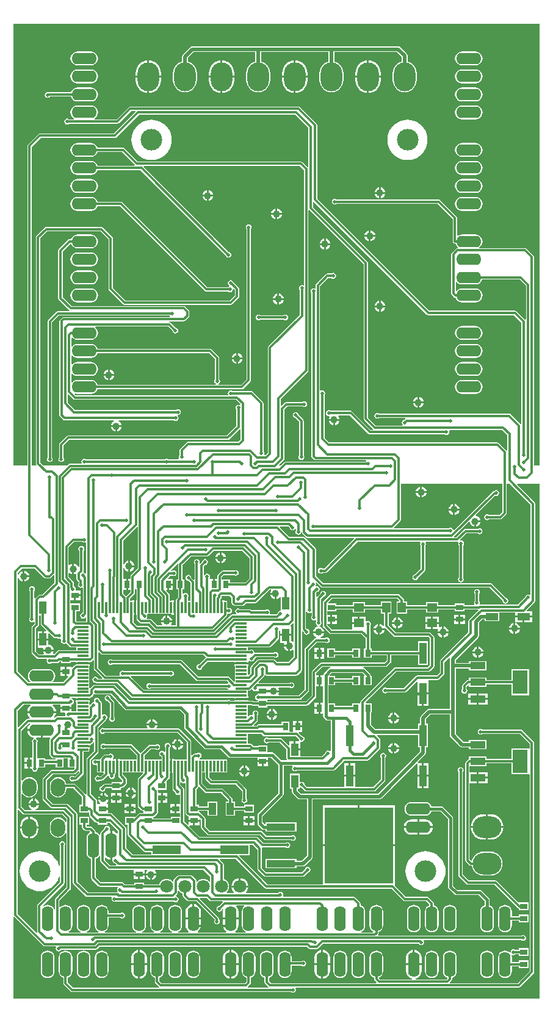
<source format=gbr>
%TF.GenerationSoftware,Altium Limited,Altium Designer,21.0.4 (50)*%
G04 Layer_Physical_Order=2*
G04 Layer_Color=11511158*
%FSLAX25Y25*%
%MOIN*%
%TF.SameCoordinates,7C4F9ACF-F1D8-4562-922E-26F05696B097*%
%TF.FilePolarity,Positive*%
%TF.FileFunction,Copper,L2,Bot,Signal*%
%TF.Part,Single*%
G01*
G75*
%TA.AperFunction,SMDPad,CuDef*%
%ADD10R,0.03150X0.03937*%
%ADD11R,0.04500X0.05400*%
%ADD14R,0.03937X0.03150*%
%ADD19R,0.05400X0.04500*%
%TA.AperFunction,Conductor*%
%ADD24C,0.01181*%
%ADD25C,0.01575*%
%ADD26C,0.01968*%
%TA.AperFunction,ComponentPad*%
%ADD27O,0.13780X0.06299*%
%ADD28O,0.11811X0.15748*%
%TA.AperFunction,WasherPad*%
%ADD29C,0.11811*%
%TA.AperFunction,ComponentPad*%
%ADD30O,0.06299X0.13780*%
%ADD31C,0.07087*%
%ADD32O,0.07874X0.09843*%
%ADD33O,0.15748X0.11811*%
%TA.AperFunction,ViaPad*%
%ADD34C,0.01968*%
%ADD35C,0.03937*%
%TA.AperFunction,SMDPad,CuDef*%
%ADD36R,0.05906X0.01181*%
%ADD37R,0.01181X0.05906*%
%ADD38R,0.08465X0.12992*%
%ADD39R,0.08465X0.03937*%
%ADD40R,0.15748X0.04724*%
%ADD41R,0.37402X0.41732*%
%ADD42R,0.03937X0.11811*%
%ADD43R,0.03937X0.07087*%
%ADD44R,0.07087X0.03937*%
%ADD45R,0.03937X0.06693*%
%ADD46R,0.15551X0.03937*%
G36*
X162496Y477022D02*
Y455614D01*
X161996Y455407D01*
X159052Y458352D01*
X158661Y458613D01*
X158200Y458704D01*
X158200Y458704D01*
X69199D01*
X62051Y465851D01*
X61661Y466113D01*
X61200Y466204D01*
X61200Y466204D01*
X47290D01*
X47007Y466886D01*
X46408Y467667D01*
X45626Y468267D01*
X44717Y468644D01*
X43740Y468772D01*
X36260D01*
X35283Y468644D01*
X34374Y468267D01*
X33592Y467667D01*
X32993Y466886D01*
X32616Y465976D01*
X32487Y465000D01*
X32616Y464024D01*
X32993Y463114D01*
X33592Y462332D01*
X34374Y461733D01*
X35283Y461356D01*
X36260Y461228D01*
X43740D01*
X44717Y461356D01*
X45626Y461733D01*
X46408Y462332D01*
X47007Y463114D01*
X47290Y463796D01*
X60701D01*
X67635Y456862D01*
X67428Y456362D01*
X47290D01*
X47007Y457044D01*
X46408Y457825D01*
X45626Y458424D01*
X44717Y458801D01*
X43740Y458930D01*
X36260D01*
X35283Y458801D01*
X34374Y458424D01*
X33592Y457825D01*
X32993Y457044D01*
X32616Y456134D01*
X32487Y455157D01*
X32616Y454181D01*
X32993Y453271D01*
X33592Y452490D01*
X34374Y451890D01*
X35283Y451513D01*
X36260Y451385D01*
X43740D01*
X44717Y451513D01*
X45626Y451890D01*
X46408Y452490D01*
X47007Y453271D01*
X47290Y453953D01*
X70744D01*
X117119Y407578D01*
X117217Y407086D01*
X117565Y406565D01*
X118086Y406217D01*
X118700Y406094D01*
X119315Y406217D01*
X119835Y406565D01*
X120183Y407086D01*
X120306Y407700D01*
X120183Y408315D01*
X119835Y408835D01*
X119315Y409183D01*
X118822Y409281D01*
X72307Y455796D01*
X72514Y456296D01*
X157701D01*
X160096Y453901D01*
Y391222D01*
X159596Y390954D01*
X159552Y390983D01*
X158938Y391106D01*
X158323Y390983D01*
X157802Y390635D01*
X157454Y390114D01*
X157332Y389500D01*
X157454Y388885D01*
X157734Y388468D01*
Y374837D01*
X140549Y357651D01*
X140287Y357261D01*
X140196Y356800D01*
X140196Y356800D01*
Y299499D01*
X138872Y298175D01*
X138550Y298211D01*
X138469Y298301D01*
X138234Y298702D01*
X138334Y299200D01*
X138211Y299815D01*
X137932Y300232D01*
Y326472D01*
X137841Y326933D01*
X137580Y327324D01*
X137580Y327324D01*
X132052Y332852D01*
X131661Y333113D01*
X131200Y333204D01*
X131200Y333204D01*
X121032D01*
X120615Y333483D01*
X120000Y333606D01*
X119386Y333483D01*
X118865Y333135D01*
X118517Y332614D01*
X118394Y332000D01*
X118517Y331385D01*
X118571Y331304D01*
X118304Y330804D01*
X35431D01*
X34711Y331524D01*
X34994Y331948D01*
X35283Y331828D01*
X36260Y331700D01*
X43740D01*
X44717Y331828D01*
X45626Y332205D01*
X46408Y332805D01*
X47007Y333586D01*
X47290Y334268D01*
X126115D01*
X126115Y334268D01*
X126576Y334360D01*
X126966Y334621D01*
X130694Y338349D01*
X130694Y338349D01*
X130955Y338739D01*
X131047Y339200D01*
X131047Y339200D01*
Y421668D01*
X131326Y422086D01*
X131448Y422700D01*
X131326Y423315D01*
X130978Y423835D01*
X130457Y424183D01*
X129843Y424306D01*
X129228Y424183D01*
X128707Y423835D01*
X128359Y423315D01*
X128237Y422700D01*
X128359Y422086D01*
X128638Y421668D01*
Y339699D01*
X125616Y336676D01*
X113387D01*
X113361Y336744D01*
X113304Y337176D01*
X113735Y337465D01*
X114083Y337985D01*
X114206Y338600D01*
X114083Y339214D01*
X113804Y339632D01*
Y351357D01*
X113713Y351818D01*
X113452Y352209D01*
X109652Y356009D01*
X109261Y356270D01*
X108800Y356362D01*
X108800Y356362D01*
X47290D01*
X47007Y357044D01*
X46408Y357825D01*
X45626Y358424D01*
X44717Y358801D01*
X43740Y358930D01*
X36260D01*
X35283Y358801D01*
X34374Y358424D01*
X33592Y357825D01*
X33436Y357622D01*
X32936Y357791D01*
Y362366D01*
X33436Y362536D01*
X33592Y362333D01*
X34374Y361733D01*
X35283Y361356D01*
X36260Y361228D01*
X43740D01*
X44717Y361356D01*
X45626Y361733D01*
X46408Y362333D01*
X47007Y363114D01*
X47384Y364024D01*
X47513Y365000D01*
X47384Y365976D01*
X47007Y366886D01*
X46408Y367668D01*
X46110Y367896D01*
X46280Y368396D01*
X85922D01*
X88218Y366099D01*
X88317Y365606D01*
X88665Y365085D01*
X89186Y364737D01*
X89800Y364615D01*
X90415Y364737D01*
X90935Y365085D01*
X91283Y365606D01*
X91406Y366220D01*
X91283Y366835D01*
X90935Y367356D01*
X90415Y367704D01*
X89922Y367802D01*
X87272Y370451D01*
X86881Y370713D01*
X86420Y370804D01*
X86420Y370804D01*
X86441Y371296D01*
X94400D01*
X94400Y371296D01*
X94861Y371387D01*
X95252Y371649D01*
X97052Y373448D01*
X97052Y373448D01*
X97313Y373839D01*
X97404Y374300D01*
Y376600D01*
X97313Y377061D01*
X97052Y377451D01*
X97052Y377451D01*
X95252Y379252D01*
X94861Y379513D01*
X94400Y379604D01*
X94400Y379604D01*
X33099D01*
X28204Y384499D01*
Y409501D01*
X32266Y413563D01*
X32855Y413448D01*
X32993Y413114D01*
X33592Y412332D01*
X34374Y411733D01*
X35283Y411356D01*
X36260Y411228D01*
X43740D01*
X44717Y411356D01*
X45626Y411733D01*
X46408Y412332D01*
X47007Y413114D01*
X47384Y414024D01*
X47513Y415000D01*
X47384Y415976D01*
X47007Y416886D01*
X46408Y417667D01*
X45626Y418267D01*
X44717Y418644D01*
X43740Y418772D01*
X36260D01*
X35283Y418644D01*
X34374Y418267D01*
X33592Y417667D01*
X32993Y416886D01*
X32710Y416204D01*
X32000D01*
X32000Y416204D01*
X31539Y416113D01*
X31148Y415851D01*
X31148Y415851D01*
X26149Y410851D01*
X25887Y410461D01*
X25796Y410000D01*
X25796Y410000D01*
Y384000D01*
X25796Y384000D01*
X25887Y383539D01*
X26149Y383149D01*
X31749Y377549D01*
X32114Y377304D01*
X32120Y377267D01*
X31921Y376804D01*
X25600D01*
X25600Y376804D01*
X25139Y376713D01*
X24748Y376451D01*
X20348Y372052D01*
X20087Y371661D01*
X19996Y371200D01*
X19996Y371200D01*
Y297032D01*
X19717Y296615D01*
X19594Y296000D01*
X19717Y295386D01*
X20065Y294865D01*
X20585Y294517D01*
X21200Y294394D01*
X21814Y294517D01*
X22335Y294865D01*
X22683Y295386D01*
X22806Y296000D01*
X22683Y296615D01*
X22404Y297032D01*
Y370701D01*
X26099Y374396D01*
X86664D01*
X86833Y374204D01*
X86607Y373704D01*
X28800D01*
X28339Y373613D01*
X27948Y373352D01*
X27948Y373352D01*
X26849Y372252D01*
X26587Y371861D01*
X26496Y371400D01*
X26496Y371400D01*
Y320000D01*
X26496Y320000D01*
X26587Y319539D01*
X26849Y319148D01*
X28449Y317548D01*
X28839Y317287D01*
X29300Y317196D01*
X56152D01*
X56251Y316696D01*
X56003Y316593D01*
X55383Y316117D01*
X54907Y315497D01*
X54608Y314775D01*
X54572Y314500D01*
X60428D01*
X60392Y314775D01*
X60093Y315497D01*
X59617Y316117D01*
X58997Y316593D01*
X58749Y316696D01*
X58848Y317196D01*
X88968D01*
X89385Y316917D01*
X90000Y316794D01*
X90614Y316917D01*
X91135Y317265D01*
X91483Y317786D01*
X91606Y318400D01*
X91483Y319015D01*
X91135Y319535D01*
X91003Y319624D01*
X91198Y320095D01*
X91200Y320094D01*
X91815Y320217D01*
X92335Y320565D01*
X92683Y321086D01*
X92806Y321700D01*
X92683Y322315D01*
X92335Y322835D01*
X91815Y323183D01*
X91200Y323306D01*
X90586Y323183D01*
X90168Y322904D01*
X34962D01*
X30968Y326899D01*
Y331208D01*
X31430Y331399D01*
X34081Y328748D01*
X34081Y328748D01*
X34471Y328487D01*
X34932Y328396D01*
X123001D01*
X125195Y326202D01*
X125165Y326005D01*
X125140Y325962D01*
X124613Y325643D01*
X124300Y325706D01*
X123686Y325583D01*
X123165Y325235D01*
X122817Y324714D01*
X122694Y324100D01*
X122817Y323485D01*
X123096Y323068D01*
Y314099D01*
X118001Y309004D01*
X31400D01*
X30939Y308913D01*
X30549Y308651D01*
X30549Y308651D01*
X26649Y304751D01*
X26387Y304361D01*
X26296Y303900D01*
X26296Y303900D01*
Y297032D01*
X26017Y296615D01*
X25894Y296000D01*
X26017Y295386D01*
X26365Y294865D01*
X26886Y294517D01*
X27500Y294394D01*
X28115Y294517D01*
X28635Y294865D01*
X28983Y295386D01*
X29106Y296000D01*
X28983Y296615D01*
X28704Y297032D01*
Y303401D01*
X31899Y306596D01*
X118500D01*
X118500Y306596D01*
X118961Y306687D01*
X119351Y306948D01*
X124996Y312593D01*
X125496Y312386D01*
Y306735D01*
X124301Y305541D01*
X96737D01*
X96737Y305541D01*
X96276Y305449D01*
X95885Y305188D01*
X95885Y305188D01*
X92348Y301652D01*
X92087Y301261D01*
X91996Y300800D01*
X91996Y300800D01*
Y298132D01*
X91717Y297714D01*
X91594Y297100D01*
X91717Y296485D01*
X91771Y296404D01*
X91504Y295904D01*
X86040D01*
X85615Y296188D01*
X85000Y296310D01*
X84386Y296188D01*
X83960Y295904D01*
X41032D01*
X40615Y296183D01*
X40000Y296306D01*
X39386Y296183D01*
X38865Y295835D01*
X38517Y295315D01*
X38394Y294700D01*
X38517Y294086D01*
X38571Y294004D01*
X38304Y293504D01*
X32300D01*
X31839Y293413D01*
X31449Y293151D01*
X30797Y292500D01*
X17703D01*
X16004Y294199D01*
Y416801D01*
X19699Y420496D01*
X48801D01*
X53196Y416101D01*
Y389100D01*
X53196Y389100D01*
X53287Y388639D01*
X53549Y388248D01*
X61149Y380648D01*
X61149Y380648D01*
X61539Y380387D01*
X62000Y380296D01*
X62000Y380296D01*
X120000D01*
X120000Y380296D01*
X120461Y380387D01*
X120852Y380648D01*
X124352Y384149D01*
X124352Y384149D01*
X124613Y384539D01*
X124704Y385000D01*
X124704Y385000D01*
Y388900D01*
X124613Y389361D01*
X124352Y389752D01*
X124352Y389752D01*
X121532Y392571D01*
X121483Y392814D01*
X121135Y393335D01*
X120615Y393683D01*
X120000Y393806D01*
X119386Y393683D01*
X118865Y393335D01*
X118517Y392814D01*
X118394Y392200D01*
X118517Y391585D01*
X118865Y391065D01*
X119207Y390836D01*
X119101Y390305D01*
X118992Y390283D01*
X118574Y390004D01*
X107199D01*
X60879Y436324D01*
X60489Y436585D01*
X60028Y436677D01*
X60028Y436676D01*
X47290D01*
X47007Y437358D01*
X46408Y438140D01*
X45626Y438739D01*
X44717Y439116D01*
X43740Y439245D01*
X36260D01*
X35283Y439116D01*
X34374Y438739D01*
X33592Y438140D01*
X32993Y437358D01*
X32616Y436449D01*
X32487Y435472D01*
X32616Y434496D01*
X32993Y433586D01*
X33592Y432805D01*
X34374Y432205D01*
X35283Y431828D01*
X36260Y431700D01*
X43740D01*
X44717Y431828D01*
X45626Y432205D01*
X46408Y432805D01*
X47007Y433586D01*
X47290Y434268D01*
X59529D01*
X105849Y387948D01*
X106239Y387687D01*
X106700Y387596D01*
X106700Y387596D01*
X118574D01*
X118992Y387317D01*
X119606Y387194D01*
X120221Y387317D01*
X120742Y387665D01*
X121090Y388186D01*
X121208Y388781D01*
X121289Y388836D01*
X121678Y389019D01*
X122296Y388401D01*
Y385499D01*
X119501Y382704D01*
X62499D01*
X55604Y389599D01*
Y416600D01*
X55604Y416600D01*
X55513Y417061D01*
X55251Y417451D01*
X50151Y422551D01*
X49761Y422813D01*
X49300Y422904D01*
X49300Y422904D01*
X19200D01*
X19200Y422904D01*
X18739Y422813D01*
X18349Y422551D01*
X13949Y418152D01*
X13687Y417761D01*
X13596Y417300D01*
X13596Y417300D01*
Y293700D01*
X13596Y293700D01*
X13687Y293239D01*
X13847Y293000D01*
X13638Y292500D01*
X11304D01*
Y466701D01*
X16199Y471596D01*
X56800D01*
X56800Y471596D01*
X57261Y471687D01*
X57652Y471948D01*
X69999Y484296D01*
X155222D01*
X162496Y477022D01*
D02*
G37*
G36*
X192596Y402601D02*
Y318200D01*
X192596Y318200D01*
X192687Y317739D01*
X192948Y317349D01*
X197793Y312504D01*
X197586Y312004D01*
X196499D01*
X186451Y322052D01*
X186061Y322313D01*
X185600Y322404D01*
X185600Y322404D01*
X174632D01*
X174214Y322683D01*
X173600Y322806D01*
X172985Y322683D01*
X172465Y322335D01*
X172117Y321814D01*
X171994Y321200D01*
X172117Y320585D01*
X172465Y320065D01*
X172985Y319717D01*
X173600Y319594D01*
X173759Y319626D01*
X174042Y319172D01*
X173907Y318997D01*
X173608Y318275D01*
X173572Y318000D01*
X179428D01*
X179392Y318275D01*
X179093Y318997D01*
X178710Y319496D01*
X178885Y319996D01*
X185101D01*
X195149Y309948D01*
X195539Y309687D01*
X196000Y309596D01*
X236763D01*
X237181Y309317D01*
X237796Y309194D01*
X238410Y309317D01*
X238931Y309665D01*
X239279Y310186D01*
X239401Y310800D01*
X239279Y311415D01*
X239250Y311458D01*
X239517Y311958D01*
X268301D01*
X270996Y309263D01*
Y300837D01*
X270496Y300685D01*
X270451Y300751D01*
X270451Y300751D01*
X266452Y304751D01*
X266061Y305013D01*
X265600Y305104D01*
X265600Y305104D01*
X173799D01*
X171204Y307699D01*
Y330968D01*
X171483Y331385D01*
X171606Y332000D01*
X171483Y332614D01*
X171135Y333135D01*
X170615Y333483D01*
X170000Y333606D01*
X169386Y333483D01*
X169304Y333429D01*
X168804Y333696D01*
Y390501D01*
X173299Y394996D01*
X174968D01*
X175385Y394717D01*
X176000Y394594D01*
X176614Y394717D01*
X177135Y395065D01*
X177483Y395585D01*
X177606Y396200D01*
X177483Y396814D01*
X177135Y397335D01*
X176614Y397683D01*
X176000Y397806D01*
X175385Y397683D01*
X174968Y397404D01*
X172800D01*
X172339Y397313D01*
X171949Y397052D01*
X166748Y391851D01*
X166487Y391461D01*
X166396Y391000D01*
X166396Y391000D01*
Y389496D01*
X165896Y389229D01*
X165814Y389283D01*
X165200Y389406D01*
X164585Y389283D01*
X164065Y388935D01*
X163717Y388415D01*
X163594Y387800D01*
X163717Y387186D01*
X163996Y386768D01*
Y297600D01*
X163996Y297600D01*
X164087Y297139D01*
X164348Y296748D01*
X165348Y295748D01*
X165348Y295748D01*
X165739Y295487D01*
X166200Y295396D01*
X193769D01*
X193989Y294896D01*
X193813Y294704D01*
X150039D01*
X150039Y294704D01*
X149578Y294613D01*
X149188Y294352D01*
X149187Y294352D01*
X147336Y292500D01*
X146688D01*
X146497Y292962D01*
X148922Y295387D01*
X148922Y295387D01*
X149183Y295778D01*
X149275Y296238D01*
Y323172D01*
X150899Y324796D01*
X159125D01*
X159543Y324517D01*
X160157Y324394D01*
X160772Y324517D01*
X161293Y324865D01*
X161641Y325385D01*
X161763Y326000D01*
X161641Y326614D01*
X161293Y327135D01*
X160772Y327483D01*
X160157Y327606D01*
X159543Y327483D01*
X159125Y327204D01*
X150400D01*
X149939Y327113D01*
X149548Y326852D01*
X149548Y326852D01*
X147768Y325071D01*
X147306Y325262D01*
Y328803D01*
X162152Y343649D01*
X162413Y344039D01*
X162504Y344500D01*
Y431986D01*
X163004Y432193D01*
X192596Y402601D01*
D02*
G37*
G36*
X111396Y350859D02*
Y339632D01*
X111117Y339214D01*
X110994Y338600D01*
X111117Y337985D01*
X111465Y337465D01*
X111896Y337176D01*
X111839Y336744D01*
X111813Y336676D01*
X47290D01*
X47007Y337358D01*
X46408Y338140D01*
X45626Y338739D01*
X44717Y339116D01*
X43740Y339245D01*
X36260D01*
X35283Y339116D01*
X34374Y338739D01*
X33592Y338140D01*
X33436Y337936D01*
X32936Y338106D01*
Y342681D01*
X33436Y342850D01*
X33592Y342647D01*
X34374Y342048D01*
X35283Y341671D01*
X36260Y341542D01*
X43740D01*
X44717Y341671D01*
X45626Y342048D01*
X46408Y342647D01*
X47007Y343429D01*
X47384Y344338D01*
X47513Y345315D01*
X47384Y346291D01*
X47007Y347201D01*
X46408Y347982D01*
X45626Y348582D01*
X44717Y348959D01*
X43740Y349087D01*
X36260D01*
X35283Y348959D01*
X34374Y348582D01*
X33592Y347982D01*
X33436Y347779D01*
X32936Y347949D01*
Y352523D01*
X33436Y352693D01*
X33592Y352490D01*
X34374Y351890D01*
X35283Y351514D01*
X36260Y351385D01*
X43740D01*
X44717Y351514D01*
X45626Y351890D01*
X46408Y352490D01*
X47007Y353271D01*
X47290Y353953D01*
X108301D01*
X111396Y350859D01*
D02*
G37*
G36*
X227048Y375048D02*
X227439Y374787D01*
X227900Y374696D01*
X227900Y374696D01*
X274801D01*
X278796Y370701D01*
Y315237D01*
X278296Y315085D01*
X278252Y315152D01*
X278252Y315152D01*
X272851Y320551D01*
X272461Y320813D01*
X272000Y320904D01*
X272000Y320904D01*
X201032D01*
X200615Y321183D01*
X200000Y321306D01*
X199385Y321183D01*
X198865Y320835D01*
X198517Y320315D01*
X198394Y319700D01*
X198517Y319086D01*
X198865Y318565D01*
X199385Y318217D01*
X200000Y318094D01*
X200615Y318217D01*
X201032Y318496D01*
X215298D01*
X215458Y318037D01*
X215450Y317996D01*
X215234Y317851D01*
X215234Y317851D01*
X214985Y317603D01*
X214386Y317483D01*
X213865Y317135D01*
X213517Y316615D01*
X213394Y316000D01*
X213517Y315386D01*
X213865Y314865D01*
X213710Y314366D01*
X199337D01*
X195004Y318699D01*
Y403100D01*
X195004Y403100D01*
X194913Y403561D01*
X194651Y403952D01*
X164904Y433699D01*
Y436486D01*
X165404Y436693D01*
X227048Y375048D01*
D02*
G37*
G36*
X288796Y292500D02*
X285604D01*
Y406400D01*
X285604Y406400D01*
X285513Y406861D01*
X285251Y407252D01*
X281552Y410952D01*
X281161Y411213D01*
X280700Y411304D01*
X280700Y411304D01*
X255851D01*
X255789Y411421D01*
X255719Y411804D01*
X256408Y412332D01*
X257007Y413114D01*
X257384Y414024D01*
X257513Y415000D01*
X257384Y415976D01*
X257007Y416886D01*
X256408Y417667D01*
X255626Y418267D01*
X254716Y418644D01*
X253740Y418772D01*
X246260D01*
X245284Y418644D01*
X244374Y418267D01*
X244153Y418097D01*
X243704Y418319D01*
Y427800D01*
X243613Y428261D01*
X243352Y428652D01*
X234452Y437551D01*
X234061Y437813D01*
X233600Y437904D01*
X233600Y437904D01*
X177832D01*
X177415Y438183D01*
X176800Y438306D01*
X176186Y438183D01*
X175665Y437835D01*
X175317Y437315D01*
X175194Y436700D01*
X175317Y436086D01*
X175665Y435565D01*
X176186Y435217D01*
X176800Y435094D01*
X177415Y435217D01*
X177832Y435496D01*
X233101D01*
X241296Y427301D01*
Y415000D01*
X241387Y414539D01*
X241649Y414149D01*
X242039Y413887D01*
X242500Y413796D01*
X242710D01*
X242993Y413114D01*
X243592Y412332D01*
X244064Y411970D01*
X243996Y411402D01*
X243800Y411304D01*
X243339Y411213D01*
X242949Y410952D01*
X240848Y408851D01*
X240587Y408461D01*
X240496Y408000D01*
X240496Y408000D01*
Y386400D01*
X240496Y386400D01*
X240587Y385939D01*
X240848Y385548D01*
X241776Y384621D01*
X241776Y384621D01*
X242167Y384360D01*
X242628Y384268D01*
X242628Y384268D01*
X242710D01*
X242993Y383586D01*
X243592Y382805D01*
X244374Y382205D01*
X245284Y381828D01*
X246260Y381700D01*
X253740D01*
X254716Y381828D01*
X255626Y382205D01*
X256408Y382805D01*
X257007Y383586D01*
X257384Y384496D01*
X257513Y385472D01*
X257384Y386449D01*
X257007Y387358D01*
X256408Y388140D01*
X255626Y388739D01*
X254716Y389116D01*
X253740Y389245D01*
X246260D01*
X245284Y389116D01*
X244374Y388739D01*
X243592Y388140D01*
X243404Y387895D01*
X242904Y388064D01*
Y392723D01*
X243404Y392893D01*
X243592Y392648D01*
X244374Y392048D01*
X245284Y391671D01*
X246260Y391543D01*
X253740D01*
X254716Y391671D01*
X255626Y392048D01*
X256408Y392648D01*
X257007Y393429D01*
X257290Y394111D01*
X277901D01*
X281196Y390816D01*
Y372414D01*
X280696Y372207D01*
X276151Y376751D01*
X275761Y377013D01*
X275300Y377104D01*
X275300Y377104D01*
X228399D01*
X167204Y438299D01*
Y478500D01*
X167204Y478500D01*
X167113Y478961D01*
X166851Y479352D01*
X166851Y479352D01*
X157852Y488351D01*
X157461Y488613D01*
X157000Y488704D01*
X157000Y488704D01*
X65100D01*
X64639Y488613D01*
X64249Y488351D01*
X64249Y488351D01*
X57601Y481704D01*
X45724D01*
X45624Y482204D01*
X45626Y482205D01*
X46408Y482805D01*
X47007Y483586D01*
X47384Y484496D01*
X47513Y485472D01*
X47384Y486449D01*
X47007Y487358D01*
X46408Y488140D01*
X45626Y488739D01*
X44717Y489116D01*
X43740Y489245D01*
X36260D01*
X35283Y489116D01*
X34374Y488739D01*
X33592Y488140D01*
X32993Y487358D01*
X32616Y486449D01*
X32487Y485472D01*
X32616Y484496D01*
X32993Y483586D01*
X33592Y482805D01*
X34374Y482205D01*
X34376Y482204D01*
X34277Y481704D01*
X31732D01*
X31315Y481983D01*
X30700Y482106D01*
X30086Y481983D01*
X29565Y481635D01*
X29217Y481114D01*
X29094Y480500D01*
X29217Y479885D01*
X29565Y479365D01*
X30086Y479017D01*
X30700Y478894D01*
X31315Y479017D01*
X31732Y479296D01*
X58100D01*
X58100Y479296D01*
X58561Y479387D01*
X58951Y479648D01*
X65599Y486296D01*
X67939D01*
X68131Y485834D01*
X56301Y474004D01*
X15700D01*
X15700Y474004D01*
X15239Y473913D01*
X14849Y473652D01*
X14848Y473652D01*
X9249Y468051D01*
X8987Y467661D01*
X8896Y467200D01*
X8896Y467200D01*
Y292500D01*
X1204D01*
Y533796D01*
X288796D01*
X288796Y292500D01*
D02*
G37*
G36*
X283796Y271201D02*
Y222130D01*
X283296Y221862D01*
X283115Y221983D01*
X282500Y222106D01*
X281886Y221983D01*
X281365Y221635D01*
X281017Y221114D01*
X280919Y220622D01*
X276816Y216519D01*
X256340D01*
X256207Y216656D01*
X256019Y216950D01*
X256008Y217009D01*
X256106Y217500D01*
X255983Y218114D01*
X255704Y218532D01*
Y222468D01*
X255983Y222885D01*
X256106Y223500D01*
X255983Y224114D01*
X255635Y224635D01*
X255115Y224983D01*
X254500Y225106D01*
X253886Y224983D01*
X253365Y224635D01*
X253017Y224114D01*
X252894Y223500D01*
X253017Y222885D01*
X253296Y222468D01*
Y218532D01*
X253017Y218114D01*
X252894Y217500D01*
X253017Y216885D01*
X253138Y216704D01*
X252870Y216204D01*
X247559D01*
Y217165D01*
X242441D01*
Y216204D01*
X233291D01*
Y217841D01*
X226710D01*
Y216204D01*
X216340D01*
Y218290D01*
X214704D01*
Y219000D01*
X214704Y219000D01*
X214613Y219461D01*
X214352Y219851D01*
X214352Y219851D01*
X212351Y221851D01*
X211961Y222113D01*
X211500Y222204D01*
X211500Y222204D01*
X175000D01*
X175000Y222204D01*
X174539Y222113D01*
X174148Y221851D01*
X174148Y221851D01*
X170748Y218451D01*
X170487Y218061D01*
X170396Y217600D01*
X170396Y217600D01*
Y204800D01*
X170396Y204800D01*
X170487Y204339D01*
X170748Y203948D01*
X173949Y200748D01*
X173949Y200748D01*
X174339Y200487D01*
X174800Y200396D01*
X191301D01*
X193796Y197901D01*
Y192559D01*
X192835D01*
Y187441D01*
X197165D01*
Y188796D01*
X205296D01*
Y186500D01*
X205296Y186500D01*
X205307Y186446D01*
Y186010D01*
X204101Y184804D01*
X169600D01*
X169600Y184804D01*
X169139Y184713D01*
X168748Y184451D01*
X168748Y184451D01*
X164549Y180252D01*
X164287Y179861D01*
X164196Y179400D01*
X164196Y179400D01*
Y166899D01*
X161001Y163704D01*
X140059D01*
Y164596D01*
X157800D01*
X157800Y164596D01*
X158261Y164687D01*
X158651Y164948D01*
X162452Y168748D01*
X162713Y169139D01*
X162804Y169600D01*
Y191501D01*
X167099Y195796D01*
X171468D01*
X171886Y195517D01*
X172500Y195394D01*
X173115Y195517D01*
X173635Y195865D01*
X173983Y196386D01*
X174106Y197000D01*
X173983Y197615D01*
X173635Y198135D01*
X173115Y198483D01*
X172500Y198606D01*
X171886Y198483D01*
X171468Y198204D01*
X169107D01*
X169008Y198704D01*
X169497Y198907D01*
X170117Y199383D01*
X170593Y200003D01*
X170892Y200725D01*
X170928Y201000D01*
X165072D01*
X165108Y200725D01*
X165407Y200003D01*
X165883Y199383D01*
X166503Y198907D01*
X166594Y198869D01*
X166693Y198287D01*
X166600Y198204D01*
X166139Y198113D01*
X165749Y197852D01*
X165749Y197852D01*
X160749Y192851D01*
X160487Y192461D01*
X160396Y192000D01*
X160396Y192000D01*
Y170099D01*
X157301Y167004D01*
X146223D01*
X145976Y167504D01*
X146093Y167657D01*
X146392Y168379D01*
X146428Y168654D01*
X143500D01*
Y169653D01*
X146428D01*
X146392Y169929D01*
X146093Y170651D01*
X145982Y170796D01*
X146228Y171296D01*
X152168D01*
X152585Y171017D01*
X153200Y170894D01*
X153814Y171017D01*
X154335Y171365D01*
X154683Y171886D01*
X154806Y172500D01*
X154683Y173115D01*
X154335Y173635D01*
X153814Y173983D01*
X153200Y174106D01*
X152585Y173983D01*
X152168Y173704D01*
X135280D01*
X135088Y174166D01*
X138051Y177129D01*
X138051Y177130D01*
X138313Y177520D01*
X138355Y177731D01*
X138380Y177754D01*
X138885Y177932D01*
X139101Y177787D01*
X139562Y177696D01*
X155800D01*
X155800Y177696D01*
X156261Y177787D01*
X156651Y178049D01*
X158552Y179948D01*
X158552Y179948D01*
X158813Y180339D01*
X158904Y180800D01*
X158904Y180800D01*
Y201786D01*
X159404Y201993D01*
X159918Y201478D01*
X160017Y200986D01*
X160365Y200465D01*
X160886Y200117D01*
X161500Y199994D01*
X162115Y200117D01*
X162635Y200465D01*
X162983Y200986D01*
X163106Y201600D01*
X162983Y202215D01*
X162635Y202735D01*
X162115Y203083D01*
X161622Y203182D01*
X161142Y203661D01*
Y212546D01*
X161642Y212698D01*
X161865Y212365D01*
X162385Y212017D01*
X163000Y211894D01*
X163614Y212017D01*
X163796Y212138D01*
X164296Y211870D01*
Y210532D01*
X164017Y210115D01*
X163894Y209500D01*
X164017Y208886D01*
X164365Y208365D01*
X164885Y208017D01*
X165500Y207894D01*
X166114Y208017D01*
X166160Y208047D01*
X166641Y207823D01*
X166717Y207414D01*
X166517Y207115D01*
X166394Y206500D01*
X166517Y205886D01*
X166865Y205365D01*
X167385Y205017D01*
X167685Y204957D01*
X167668Y204450D01*
X167225Y204392D01*
X166503Y204093D01*
X165883Y203617D01*
X165407Y202997D01*
X165108Y202275D01*
X165072Y202000D01*
X170928D01*
X170892Y202275D01*
X170593Y202997D01*
X170117Y203617D01*
X169497Y204093D01*
X168775Y204392D01*
X168332Y204450D01*
X168315Y204957D01*
X168614Y205017D01*
X169135Y205365D01*
X169483Y205886D01*
X169606Y206500D01*
X169483Y207115D01*
X169204Y207532D01*
Y219416D01*
X170728Y220940D01*
X171115Y221017D01*
X171635Y221365D01*
X171983Y221885D01*
X172106Y222500D01*
X171983Y223114D01*
X171635Y223635D01*
X171115Y223983D01*
X170500Y224106D01*
X169886Y223983D01*
X169365Y223635D01*
X169017Y223114D01*
X168897Y222515D01*
X167204Y220822D01*
X166975Y220858D01*
X166704Y221001D01*
Y223001D01*
X167122Y223418D01*
X167614Y223517D01*
X168135Y223865D01*
X168483Y224385D01*
X168606Y225000D01*
X168483Y225615D01*
X168135Y226135D01*
X167614Y226483D01*
X167000Y226606D01*
X166882Y226582D01*
X166750Y226683D01*
X166510Y227018D01*
X166606Y227500D01*
X166483Y228114D01*
X166888Y228409D01*
X169149Y226149D01*
X169149Y226149D01*
X169539Y225887D01*
X170000Y225796D01*
X170000Y225796D01*
X261352D01*
X268413Y218734D01*
X268394Y218638D01*
X268517Y218023D01*
X268865Y217502D01*
X269386Y217154D01*
X270000Y217032D01*
X270615Y217154D01*
X271135Y217502D01*
X271483Y218023D01*
X271606Y218638D01*
X271483Y219252D01*
X271135Y219773D01*
X270615Y220121D01*
X270388Y220166D01*
X262702Y227852D01*
X262312Y228113D01*
X261851Y228204D01*
X261851Y228204D01*
X170499D01*
X166542Y232161D01*
Y246662D01*
X166450Y247123D01*
X166189Y247514D01*
X160498Y253205D01*
X160108Y253466D01*
X159647Y253557D01*
X159647Y253557D01*
X152046D01*
X146838Y258765D01*
X147030Y259227D01*
X151533D01*
X152218Y258541D01*
X152317Y258048D01*
X152665Y257527D01*
X153185Y257179D01*
X153800Y257057D01*
X154414Y257179D01*
X154935Y257527D01*
X155264Y258019D01*
X155301Y258025D01*
X155705Y257815D01*
X155757Y257321D01*
X155485Y256914D01*
X155363Y256300D01*
X155485Y255685D01*
X155833Y255165D01*
X156354Y254817D01*
X156969Y254694D01*
X157583Y254817D01*
X158104Y255165D01*
X158452Y255685D01*
X158481Y255833D01*
X158991Y255833D01*
X159050Y255539D01*
X159311Y255149D01*
X161211Y253249D01*
X161211Y253249D01*
X161601Y252987D01*
X162062Y252896D01*
X162062Y252896D01*
X187239D01*
X187431Y252434D01*
X171201Y236204D01*
X170332D01*
X169914Y236483D01*
X169300Y236606D01*
X168685Y236483D01*
X168165Y236135D01*
X167817Y235614D01*
X167694Y235000D01*
X167817Y234385D01*
X168165Y233865D01*
X168685Y233517D01*
X169300Y233394D01*
X169914Y233517D01*
X170332Y233796D01*
X171700D01*
X171700Y233796D01*
X172161Y233887D01*
X172552Y234149D01*
X189299Y250896D01*
X223304D01*
X223571Y250396D01*
X223517Y250314D01*
X223394Y249700D01*
X223517Y249085D01*
X223796Y248668D01*
Y236199D01*
X220678Y233082D01*
X220185Y232983D01*
X219665Y232635D01*
X219317Y232115D01*
X219194Y231500D01*
X219317Y230886D01*
X219665Y230365D01*
X220185Y230017D01*
X220800Y229894D01*
X221414Y230017D01*
X221935Y230365D01*
X222283Y230886D01*
X222381Y231378D01*
X225851Y234848D01*
X225851Y234848D01*
X226113Y235239D01*
X226204Y235700D01*
X226204Y235700D01*
Y248668D01*
X226483Y249085D01*
X226606Y249700D01*
X226483Y250314D01*
X226429Y250396D01*
X226696Y250896D01*
X243700D01*
X243700Y250896D01*
X243934Y250942D01*
X244094Y250805D01*
X244299Y250524D01*
X244194Y250000D01*
X244317Y249385D01*
X244596Y248968D01*
Y231492D01*
X244534Y231450D01*
X244186Y230929D01*
X244064Y230315D01*
X244186Y229700D01*
X244534Y229180D01*
X245055Y228832D01*
X245669Y228709D01*
X246284Y228832D01*
X246805Y229180D01*
X247153Y229700D01*
X247275Y230315D01*
X247153Y230929D01*
X247004Y231152D01*
Y248968D01*
X247283Y249385D01*
X247406Y250000D01*
X247283Y250615D01*
X246935Y251135D01*
X246414Y251483D01*
X245800Y251606D01*
X245570Y251560D01*
X245324Y252021D01*
X248744Y255440D01*
X254868D01*
X255286Y255161D01*
X255900Y255039D01*
X256515Y255161D01*
X257035Y255509D01*
X257383Y256030D01*
X257506Y256645D01*
X257383Y257259D01*
X257035Y257780D01*
X256515Y258128D01*
X255900Y258250D01*
X255286Y258128D01*
X254868Y257849D01*
X248245D01*
X247784Y257757D01*
X247393Y257496D01*
X247393Y257496D01*
X243201Y253304D01*
X242161D01*
X241969Y253766D01*
X250025Y261822D01*
X250553Y261643D01*
X250608Y261225D01*
X250907Y260503D01*
X251383Y259883D01*
X252003Y259407D01*
X252725Y259108D01*
X253000Y259072D01*
Y262000D01*
X253500D01*
Y262500D01*
X256428D01*
X256392Y262775D01*
X256093Y263497D01*
X255617Y264117D01*
X254997Y264593D01*
X254275Y264892D01*
X253857Y264947D01*
X253678Y265475D01*
X264286Y276083D01*
X264386Y276017D01*
X265000Y275894D01*
X265615Y276017D01*
X266135Y276365D01*
X266483Y276886D01*
X266606Y277500D01*
X266483Y278115D01*
X266135Y278635D01*
X265615Y278983D01*
X265000Y279106D01*
X264386Y278983D01*
X263865Y278635D01*
X263804Y278544D01*
X263388Y278462D01*
X262998Y278201D01*
X262998Y278201D01*
X242047Y257250D01*
X241504Y257415D01*
X241483Y257520D01*
X241135Y258041D01*
X240615Y258389D01*
X240000Y258511D01*
X239386Y258389D01*
X238968Y258110D01*
X209220D01*
X209013Y258610D01*
X212582Y262179D01*
X212582Y262179D01*
X212843Y262570D01*
X212935Y263031D01*
X212935Y263031D01*
Y282500D01*
X268396D01*
Y267199D01*
X266701Y265504D01*
X261032D01*
X260614Y265783D01*
X260000Y265906D01*
X259385Y265783D01*
X258865Y265435D01*
X258517Y264914D01*
X258394Y264300D01*
X258517Y263685D01*
X258865Y263165D01*
X259385Y262817D01*
X260000Y262694D01*
X260614Y262817D01*
X261032Y263096D01*
X267200D01*
X267200Y263096D01*
X267661Y263187D01*
X268052Y263449D01*
X270451Y265848D01*
X270451Y265848D01*
X270713Y266239D01*
X270804Y266700D01*
Y282500D01*
X272497D01*
X283796Y271201D01*
D02*
G37*
G36*
X130258Y242039D02*
Y230961D01*
X128001Y228704D01*
X119665D01*
Y230059D01*
X115335D01*
X115104Y230464D01*
Y231501D01*
X116299Y232696D01*
X121768D01*
X122186Y232417D01*
X122800Y232294D01*
X123415Y232417D01*
X123935Y232765D01*
X124283Y233285D01*
X124406Y233900D01*
X124283Y234514D01*
X123935Y235035D01*
X123415Y235383D01*
X122800Y235506D01*
X122186Y235383D01*
X121768Y235104D01*
X115800D01*
X115800Y235104D01*
X115339Y235013D01*
X114948Y234752D01*
X114948Y234752D01*
X113049Y232852D01*
X112787Y232461D01*
X112696Y232000D01*
X112696Y232000D01*
Y230469D01*
X111406D01*
Y227500D01*
X110406D01*
Y230469D01*
X108714D01*
X108464Y230968D01*
X108609Y231186D01*
X108732Y231800D01*
X108609Y232415D01*
X108261Y232935D01*
X107740Y233283D01*
X107126Y233406D01*
X106511Y233283D01*
X105991Y232935D01*
X105704Y232507D01*
X105248Y232572D01*
X105204Y232590D01*
Y237301D01*
X106122Y238218D01*
X106614Y238317D01*
X107135Y238665D01*
X107483Y239186D01*
X107606Y239800D01*
X107483Y240415D01*
X107135Y240935D01*
X106614Y241283D01*
X106000Y241406D01*
X105385Y241283D01*
X104865Y240935D01*
X104517Y240415D01*
X104419Y239922D01*
X103388Y238891D01*
X102983Y239186D01*
X103106Y239800D01*
X102983Y240415D01*
X102635Y240935D01*
X102114Y241283D01*
X101500Y241406D01*
X100885Y241283D01*
X100365Y240935D01*
X100017Y240415D01*
X99894Y239800D01*
X100017Y239186D01*
X100296Y238768D01*
Y230254D01*
X99796Y230047D01*
X98472Y231371D01*
X98383Y231815D01*
X98035Y232335D01*
X97514Y232683D01*
X96900Y232806D01*
X96285Y232683D01*
X95765Y232335D01*
X95417Y231815D01*
X95294Y231200D01*
X95417Y230586D01*
X95765Y230065D01*
X96285Y229717D01*
X96828Y229609D01*
X98048Y228389D01*
Y218543D01*
X96519D01*
Y220300D01*
X96798Y220718D01*
X96921Y221332D01*
X96798Y221947D01*
X96450Y222467D01*
X95929Y222815D01*
X95315Y222938D01*
X94700Y222815D01*
X94204Y222484D01*
X94066Y222513D01*
X93704Y222656D01*
Y224941D01*
X94665D01*
Y230059D01*
X93704D01*
Y238001D01*
X98499Y242796D01*
X107041D01*
X107041Y242796D01*
X107501Y242887D01*
X107892Y243148D01*
X109514Y244770D01*
X109514Y244770D01*
X109596Y244893D01*
X110727Y246024D01*
X126273D01*
X130258Y242039D01*
D02*
G37*
G36*
X69196Y258786D02*
Y236299D01*
X65649Y232751D01*
X65387Y232361D01*
X65296Y231900D01*
X65296Y231900D01*
Y230469D01*
X63906D01*
Y227500D01*
Y224532D01*
X65296D01*
Y223499D01*
X63093Y221296D01*
X62935Y221177D01*
X62433Y221270D01*
X61204Y222499D01*
Y224532D01*
X62906D01*
Y227500D01*
Y230469D01*
X61204D01*
Y236393D01*
X61704Y236492D01*
X61907Y236003D01*
X62383Y235383D01*
X63003Y234907D01*
X63725Y234608D01*
X64000Y234572D01*
Y237500D01*
Y240428D01*
X63725Y240392D01*
X63003Y240093D01*
X62383Y239617D01*
X61907Y238997D01*
X61704Y238508D01*
X61204Y238607D01*
Y251501D01*
X68696Y258993D01*
X69196Y258786D01*
D02*
G37*
G36*
X39386Y250517D02*
X40000Y250394D01*
X40615Y250517D01*
X40658Y250546D01*
X41158Y250278D01*
Y233542D01*
X40658Y233391D01*
X40495Y233635D01*
X39974Y233983D01*
X39829Y234012D01*
X39725Y234152D01*
X39540Y234579D01*
X39604Y234900D01*
Y245968D01*
X39883Y246386D01*
X40006Y247000D01*
X39883Y247615D01*
X39535Y248135D01*
X39015Y248483D01*
X38400Y248606D01*
X37786Y248483D01*
X37265Y248135D01*
X36917Y247615D01*
X36794Y247000D01*
X36917Y246386D01*
X37196Y245968D01*
Y237348D01*
X36696Y237249D01*
X36593Y237497D01*
X36117Y238117D01*
X35497Y238593D01*
X34775Y238892D01*
X34500Y238928D01*
Y236000D01*
Y233072D01*
X34775Y233108D01*
X35293Y233322D01*
X35741Y233078D01*
X35793Y233008D01*
Y230646D01*
X35793Y230646D01*
X35884Y230185D01*
X36145Y229795D01*
X36934Y229007D01*
Y228333D01*
X36654Y227916D01*
X36532Y227301D01*
X36654Y226687D01*
X37002Y226166D01*
X37523Y225818D01*
X38138Y225695D01*
X38752Y225818D01*
X38796Y225847D01*
X39296Y225579D01*
Y212140D01*
X39238Y212082D01*
X38745Y211983D01*
X38224Y211635D01*
X37876Y211115D01*
X37754Y210500D01*
X37876Y209886D01*
X38224Y209365D01*
X38745Y209017D01*
X39359Y208894D01*
X39974Y209017D01*
X40495Y209365D01*
X40624Y209559D01*
X41124Y209407D01*
Y207346D01*
X35857D01*
X35854Y207349D01*
X35854Y207349D01*
X35704Y207499D01*
Y212835D01*
X37559D01*
Y217165D01*
X32504D01*
Y219020D01*
X34500D01*
Y221594D01*
X35000D01*
Y222094D01*
X37969D01*
Y224169D01*
X35695D01*
X35340Y224669D01*
X35406Y225000D01*
X35283Y225615D01*
X34935Y226135D01*
X34414Y226483D01*
X34276Y226511D01*
Y228234D01*
X34276Y228234D01*
X34184Y228695D01*
X33923Y229085D01*
X33923Y229085D01*
X31450Y231559D01*
Y233709D01*
X31950Y233831D01*
X32503Y233407D01*
X33225Y233108D01*
X33500Y233072D01*
Y236000D01*
Y238928D01*
X33225Y238892D01*
X32503Y238593D01*
X31950Y238169D01*
X31450Y238291D01*
Y247747D01*
X34499Y250796D01*
X38968D01*
X39386Y250517D01*
D02*
G37*
G36*
X91341Y238728D02*
X91296Y238500D01*
X91296Y238500D01*
Y230059D01*
X90335D01*
Y224941D01*
X91296D01*
Y220621D01*
X90526Y219851D01*
X90265Y219461D01*
X90174Y219000D01*
X89909Y218974D01*
Y215000D01*
Y211047D01*
X90174D01*
Y205204D01*
X87610D01*
X87364Y205704D01*
X87593Y206003D01*
X87892Y206725D01*
X87928Y207000D01*
X82072D01*
X82108Y206725D01*
X82407Y206003D01*
X82636Y205704D01*
X82390Y205204D01*
X80010D01*
X76863Y208351D01*
X76472Y208613D01*
X76011Y208704D01*
X76011Y208704D01*
X74350D01*
X74309Y208752D01*
X74129Y209204D01*
X74383Y209585D01*
X74506Y210200D01*
X74383Y210814D01*
X74288Y210957D01*
X74556Y211457D01*
X87819D01*
Y211047D01*
X88909D01*
Y215000D01*
Y218953D01*
X87819D01*
Y218543D01*
X86677D01*
Y221685D01*
X86585Y222146D01*
X86324Y222537D01*
X86324Y222537D01*
X84791Y224070D01*
X84982Y224532D01*
X85406D01*
Y227500D01*
X85906D01*
Y228000D01*
X88480D01*
Y230469D01*
X85738D01*
X85547Y230930D01*
X86970Y232353D01*
X88093D01*
X88285Y232224D01*
X88900Y232102D01*
X89514Y232224D01*
X90035Y232572D01*
X90383Y233093D01*
X90506Y233708D01*
X90383Y234322D01*
X90035Y234843D01*
X89514Y235191D01*
X88900Y235314D01*
X88285Y235191D01*
X87783Y234855D01*
X87710Y234849D01*
X87485Y234872D01*
X87290Y235384D01*
X90880Y238974D01*
X91341Y238728D01*
D02*
G37*
G36*
X18148Y231149D02*
X18148Y231149D01*
X18539Y230887D01*
X19000Y230796D01*
X20962D01*
X20962Y230796D01*
X21423Y230887D01*
X21814Y231149D01*
X23265Y232599D01*
X23727Y232408D01*
Y228430D01*
X17301Y222004D01*
X15700D01*
X15239Y221913D01*
X14849Y221652D01*
X13249Y220052D01*
X13204Y219985D01*
X12704Y220137D01*
Y223968D01*
X12983Y224385D01*
X13106Y225000D01*
X12983Y225615D01*
X12635Y226135D01*
X12115Y226483D01*
X11500Y226606D01*
X10886Y226483D01*
X10365Y226135D01*
X10017Y225615D01*
X9894Y225000D01*
X10017Y224385D01*
X10296Y223968D01*
Y209532D01*
X10017Y209115D01*
X9894Y208500D01*
X10017Y207886D01*
X10365Y207365D01*
X10886Y207017D01*
X11500Y206894D01*
X12115Y207017D01*
X12396Y207205D01*
X12896Y206937D01*
Y206099D01*
X11648Y204852D01*
X11387Y204461D01*
X11296Y204000D01*
X11296Y204000D01*
Y190500D01*
X11296Y190500D01*
X11387Y190039D01*
X11648Y189648D01*
X14024Y187273D01*
X14024Y187273D01*
X14415Y187012D01*
X14876Y186920D01*
X14876Y186920D01*
X19278D01*
X19546Y186420D01*
X19517Y186377D01*
X19394Y185762D01*
X19517Y185148D01*
X19865Y184627D01*
X20385Y184279D01*
X21000Y184157D01*
X21614Y184279D01*
X22032Y184558D01*
X25190D01*
X25190Y184558D01*
X25651Y184650D01*
X26042Y184911D01*
X26522Y185390D01*
X27441D01*
Y184429D01*
X32559D01*
Y185253D01*
X35260D01*
Y184988D01*
X39213D01*
X43243D01*
X43457Y185252D01*
X43918Y185344D01*
X44308Y185605D01*
X44834Y186131D01*
X45296Y185939D01*
Y181500D01*
X45296Y181500D01*
X45387Y181039D01*
X45649Y180649D01*
X49902Y176394D01*
X49711Y175933D01*
X47620D01*
X47583Y176114D01*
X47235Y176635D01*
X46714Y176983D01*
X46100Y177106D01*
X45485Y176983D01*
X44965Y176635D01*
X44617Y176114D01*
X44494Y175500D01*
X44617Y174885D01*
X44965Y174365D01*
X45485Y174017D01*
X46100Y173894D01*
X46196Y173914D01*
X46233Y173877D01*
X46233Y173877D01*
X46624Y173616D01*
X47085Y173524D01*
X47085Y173524D01*
X58010D01*
X65614Y165920D01*
X65614Y165920D01*
X66005Y165659D01*
X66466Y165567D01*
X121874D01*
Y165303D01*
X125827D01*
X129780D01*
Y166394D01*
X129370D01*
Y169504D01*
X129927D01*
X129928Y169504D01*
X130388Y169596D01*
X130779Y169857D01*
X131252Y170330D01*
X131794Y170165D01*
X131805Y170114D01*
X132152Y169593D01*
X132673Y169245D01*
X133288Y169123D01*
X133902Y169245D01*
X134031Y169331D01*
X134531Y169064D01*
Y167332D01*
X134285Y167283D01*
X133765Y166935D01*
X133417Y166414D01*
X133294Y165800D01*
X133417Y165185D01*
X133765Y164665D01*
X134285Y164317D01*
X134850Y164204D01*
X134801Y163704D01*
X132624D01*
X132261Y163947D01*
X131800Y164039D01*
X131800Y164039D01*
X129780D01*
Y164303D01*
X125827D01*
X121874D01*
Y164039D01*
X120127D01*
X119709Y164318D01*
X119094Y164440D01*
X118480Y164318D01*
X118310Y164204D01*
X64999D01*
X56852Y172352D01*
X56461Y172613D01*
X56000Y172704D01*
X56000Y172704D01*
X45659D01*
X45659Y172704D01*
X45199Y172613D01*
X44808Y172352D01*
X44808Y172352D01*
X43256Y170800D01*
X42832Y170928D01*
X42756Y170985D01*
Y175433D01*
Y179370D01*
Y182898D01*
X43165D01*
Y183988D01*
X39213D01*
X35260D01*
Y183672D01*
X35059Y183632D01*
X34668Y183371D01*
X33468Y182172D01*
X32969Y182379D01*
Y182575D01*
X30500D01*
Y180000D01*
Y177425D01*
X31069D01*
X31260Y176963D01*
X28401Y174104D01*
X23012D01*
X22842Y174604D01*
X23140Y174832D01*
X23739Y175614D01*
X24116Y176524D01*
X24245Y177500D01*
X24116Y178476D01*
X23739Y179386D01*
X23140Y180167D01*
X22359Y180767D01*
X21449Y181144D01*
X20472Y181272D01*
X12992D01*
X12016Y181144D01*
X11106Y180767D01*
X10324Y180167D01*
X9725Y179386D01*
X9348Y178476D01*
X9220Y177500D01*
X9348Y176524D01*
X9725Y175614D01*
X10324Y174832D01*
X10622Y174604D01*
X10452Y174104D01*
X9599D01*
X3704Y179999D01*
Y230893D01*
X4204Y230993D01*
X4407Y230503D01*
X4883Y229883D01*
X5503Y229407D01*
X6225Y229108D01*
X6500Y229072D01*
Y232000D01*
Y234928D01*
X6225Y234892D01*
X5503Y234593D01*
X4883Y234117D01*
X4407Y233497D01*
X4204Y233008D01*
X3704Y233107D01*
Y234001D01*
X5999Y236296D01*
X13001D01*
X18148Y231149D01*
D02*
G37*
G36*
X202159Y211709D02*
X203796D01*
Y205054D01*
X203296Y204884D01*
X203117Y205117D01*
X202497Y205593D01*
X201775Y205892D01*
X201500Y205928D01*
Y203500D01*
X204024D01*
X204408Y203689D01*
X208849Y199249D01*
X208849Y199249D01*
X209239Y198987D01*
X209700Y198896D01*
X227901D01*
X228796Y198001D01*
Y183499D01*
X227501Y182204D01*
X209900D01*
X209439Y182113D01*
X209049Y181851D01*
X209049Y181851D01*
X191148Y163952D01*
X190887Y163561D01*
X190796Y163100D01*
X190796Y163100D01*
Y162966D01*
X190571Y162559D01*
X186240D01*
Y161204D01*
X177165D01*
Y162559D01*
X173255D01*
Y172441D01*
X177165D01*
Y173796D01*
X186240D01*
Y172441D01*
X190571D01*
Y177559D01*
X186240D01*
Y176204D01*
X177165D01*
Y177559D01*
X174199D01*
X174008Y178021D01*
X175082Y179095D01*
X191918D01*
X193016Y177997D01*
X192835Y177559D01*
X192835D01*
Y172441D01*
X197165D01*
Y177559D01*
X196405D01*
Y178000D01*
X196298Y178538D01*
X195993Y178993D01*
X193493Y181493D01*
X193038Y181798D01*
X192500Y181905D01*
X192522Y182396D01*
X204600D01*
X204600Y182396D01*
X205061Y182487D01*
X205451Y182748D01*
X207362Y184659D01*
X207623Y185050D01*
X207715Y185511D01*
Y186489D01*
X207715Y186489D01*
X207704Y186544D01*
Y188796D01*
X222441D01*
Y183504D01*
X227559D01*
Y196496D01*
X222441D01*
Y191204D01*
X197165D01*
Y192559D01*
X196204D01*
Y198400D01*
Y204968D01*
X196483Y205385D01*
X196606Y206000D01*
X196483Y206614D01*
X196135Y207135D01*
X195615Y207483D01*
X195000Y207606D01*
X194386Y207483D01*
X194200Y207360D01*
X193700Y207627D01*
Y209750D01*
X190500D01*
Y206500D01*
X190000D01*
Y206000D01*
X186300D01*
Y203250D01*
X186300D01*
X186169Y202804D01*
X175299D01*
X172804Y205299D01*
Y205831D01*
X174500D01*
Y208406D01*
Y210980D01*
X172804D01*
Y212835D01*
X177559D01*
Y213796D01*
X186709D01*
Y212159D01*
X193291D01*
Y213796D01*
X202159D01*
Y211709D01*
D02*
G37*
G36*
X68520Y218953D02*
X68256D01*
Y215000D01*
Y211047D01*
X68520D01*
Y208776D01*
X68520Y208775D01*
X68612Y208315D01*
X68873Y207924D01*
X70148Y206648D01*
X70539Y206387D01*
X71000Y206296D01*
X71000Y206296D01*
X75512D01*
X78659Y203149D01*
X79050Y202887D01*
X79511Y202796D01*
X91378D01*
X91378Y202796D01*
X110000D01*
X110000Y202796D01*
X110461Y202887D01*
X110852Y203149D01*
X117820Y210117D01*
X118081Y210508D01*
X118173Y210969D01*
X118173Y210969D01*
Y211265D01*
X118673Y211577D01*
X119094Y211493D01*
X119709Y211616D01*
X120230Y211964D01*
X120578Y212485D01*
X120700Y213099D01*
X120578Y213714D01*
X120230Y214234D01*
X119709Y214582D01*
X119094Y214705D01*
X118673Y214621D01*
X118173Y214933D01*
Y215000D01*
X118150Y215116D01*
Y218543D01*
X116591D01*
Y218953D01*
X115500D01*
Y215000D01*
X114500D01*
Y219189D01*
X114391Y219453D01*
X114670Y219732D01*
X114931Y220123D01*
X115023Y220584D01*
Y221146D01*
X115172Y221296D01*
X119447D01*
X120434Y220309D01*
Y217692D01*
X120433Y217692D01*
X120525Y217231D01*
X120786Y216840D01*
X121478Y216148D01*
X121478Y216148D01*
X121869Y215887D01*
X122330Y215796D01*
X122330Y215796D01*
X126500D01*
X126500Y215796D01*
X126961Y215887D01*
X127351Y216148D01*
X128499Y217296D01*
X133405D01*
X133405Y217296D01*
X133866Y217387D01*
X134256Y217649D01*
X138023Y221415D01*
X138023Y221415D01*
X138023Y221415D01*
X141404Y224796D01*
X141890D01*
X142136Y224296D01*
X141907Y223997D01*
X141608Y223275D01*
X141572Y223000D01*
X144500D01*
Y222500D01*
X145000D01*
Y219572D01*
X145275Y219608D01*
X145997Y219907D01*
X146617Y220383D01*
X146941Y220805D01*
X147441Y220635D01*
Y213548D01*
X147104Y213110D01*
X146985Y213083D01*
X146485Y212983D01*
X145965Y212635D01*
X145617Y212115D01*
X145533Y211694D01*
X144925Y211086D01*
X141514D01*
X141246Y211586D01*
X141346Y211735D01*
X141468Y212349D01*
X141346Y212964D01*
X140998Y213485D01*
X140477Y213833D01*
X139862Y213955D01*
X139248Y213833D01*
X138830Y213554D01*
X131361D01*
X131229Y213686D01*
X130838Y213947D01*
X130377Y214039D01*
X130377Y214039D01*
X125032D01*
X124615Y214318D01*
X124000Y214440D01*
X123386Y214318D01*
X122865Y213970D01*
X122517Y213449D01*
X122394Y212835D01*
X122517Y212220D01*
X122865Y211699D01*
X123034Y211586D01*
X122882Y211086D01*
X120877D01*
X120416Y210995D01*
X120025Y210734D01*
X110996Y201704D01*
X77999D01*
X75218Y204485D01*
X74827Y204746D01*
X74366Y204838D01*
X74366Y204838D01*
X69052D01*
X66992Y206899D01*
Y211047D01*
X67256D01*
Y215000D01*
Y218953D01*
X66165D01*
Y218543D01*
X65023D01*
Y219820D01*
X67352Y222148D01*
X67352Y222148D01*
X67613Y222539D01*
X67704Y223000D01*
X67704Y223000D01*
Y224495D01*
X67835Y224941D01*
X68520D01*
Y218953D01*
D02*
G37*
G36*
X288796Y1204D02*
X1204D01*
Y45900D01*
X1368Y46010D01*
X1704Y46093D01*
X17649Y30149D01*
X17649Y30149D01*
X18039Y29887D01*
X18500Y29796D01*
X18500Y29796D01*
X24278D01*
X24546Y29296D01*
X24517Y29252D01*
X24394Y28638D01*
X24517Y28023D01*
X24865Y27502D01*
X25385Y27154D01*
X26000Y27032D01*
X26614Y27154D01*
X27135Y27502D01*
X27483Y28023D01*
X27484Y28024D01*
X46274D01*
X46275Y28024D01*
X46735Y28116D01*
X47126Y28377D01*
X48402Y29653D01*
X161644D01*
X162648Y28648D01*
X162648Y28648D01*
X163039Y28387D01*
X163500Y28296D01*
X167000D01*
X167000Y28296D01*
X167461Y28387D01*
X167851Y28648D01*
X170499Y31296D01*
X222577D01*
X222865Y30865D01*
X223386Y30517D01*
X224000Y30394D01*
X224615Y30517D01*
X225135Y30865D01*
X225483Y31385D01*
X225606Y32000D01*
X225483Y32614D01*
X225429Y32696D01*
X225696Y33196D01*
X278668D01*
X279085Y32917D01*
X279700Y32794D01*
X280314Y32917D01*
X280835Y33265D01*
X281183Y33786D01*
X281306Y34400D01*
X281183Y35015D01*
X280835Y35535D01*
X280314Y35883D01*
X279700Y36006D01*
X279085Y35883D01*
X278668Y35604D01*
X200662D01*
X200548Y35769D01*
X200441Y36104D01*
X200640Y36403D01*
X200732Y36863D01*
X200732Y36864D01*
Y37710D01*
X201414Y37992D01*
X202195Y38592D01*
X202794Y39373D01*
X203171Y40283D01*
X203300Y41259D01*
Y48740D01*
X203171Y49716D01*
X202794Y50626D01*
X202195Y51407D01*
X201414Y52007D01*
X200504Y52384D01*
X199527Y52512D01*
X198551Y52384D01*
X197641Y52007D01*
X196860Y51407D01*
X196260Y50626D01*
X195884Y49716D01*
X195755Y48740D01*
Y41259D01*
X195884Y40283D01*
X196260Y39373D01*
X196860Y38592D01*
X197641Y37992D01*
X197923Y37876D01*
X197823Y37376D01*
X191389D01*
X191290Y37876D01*
X191571Y37992D01*
X192352Y38592D01*
X192952Y39373D01*
X193329Y40283D01*
X193457Y41259D01*
Y48740D01*
X193329Y49716D01*
X192952Y50626D01*
X192352Y51407D01*
X191571Y52007D01*
X190889Y52289D01*
Y53115D01*
X190798Y53576D01*
X190536Y53966D01*
X188051Y56451D01*
X187661Y56713D01*
X187200Y56804D01*
X187200Y56804D01*
X148887D01*
X148620Y57304D01*
X148649Y57348D01*
X148771Y57962D01*
X148649Y58577D01*
X148301Y59098D01*
X147780Y59446D01*
X147165Y59568D01*
X146551Y59446D01*
X146030Y59098D01*
X145847Y58824D01*
X145785Y58783D01*
X128397D01*
X128286Y59109D01*
X128258Y59283D01*
X128969Y60209D01*
X129426Y61314D01*
X129517Y62000D01*
X120483D01*
X120574Y61314D01*
X121031Y60209D01*
X121742Y59283D01*
X121714Y59109D01*
X121603Y58783D01*
X117768D01*
X117598Y59283D01*
X117948Y59552D01*
X118611Y60415D01*
X119027Y61421D01*
X119169Y62500D01*
X119027Y63579D01*
X118611Y64585D01*
X117948Y65448D01*
X117085Y66111D01*
X116204Y66476D01*
Y74500D01*
X116113Y74961D01*
X115851Y75352D01*
X115851Y75352D01*
X114109Y77094D01*
X114301Y77556D01*
X122741D01*
X138648Y61648D01*
X139039Y61387D01*
X139500Y61296D01*
X139500Y61296D01*
X207801D01*
X214248Y54848D01*
X214248Y54848D01*
X214639Y54587D01*
X215100Y54496D01*
X226701D01*
X228446Y52751D01*
X228359Y52174D01*
X227956Y52007D01*
X227175Y51408D01*
X226576Y50626D01*
X226199Y49716D01*
X226070Y48740D01*
Y41260D01*
X226199Y40284D01*
X226576Y39374D01*
X227175Y38592D01*
X227956Y37993D01*
X228866Y37616D01*
X229843Y37487D01*
X230819Y37616D01*
X231729Y37993D01*
X232510Y38592D01*
X233110Y39374D01*
X233487Y40284D01*
X233615Y41260D01*
Y48740D01*
X233487Y49716D01*
X233110Y50626D01*
X232510Y51408D01*
X231729Y52007D01*
X231047Y52290D01*
Y53057D01*
X230955Y53518D01*
X230694Y53909D01*
X228051Y56551D01*
X227661Y56813D01*
X227200Y56904D01*
X227200Y56904D01*
X215599D01*
X209836Y62667D01*
X209701Y63134D01*
X209701D01*
X209701Y63134D01*
Y84500D01*
X190000D01*
X170299D01*
Y63704D01*
X139999D01*
X124618Y79085D01*
X124809Y79547D01*
X130472D01*
Y85196D01*
X132101D01*
X134596Y82701D01*
Y72200D01*
X134596Y72200D01*
X134687Y71739D01*
X134949Y71349D01*
X138148Y68148D01*
X138148Y68148D01*
X138539Y67887D01*
X139000Y67796D01*
X159400D01*
X159400Y67796D01*
X159861Y67887D01*
X160251Y68148D01*
X162122Y70019D01*
X162615Y70117D01*
X163135Y70465D01*
X163483Y70986D01*
X163606Y71600D01*
X163483Y72215D01*
X163135Y72735D01*
X162615Y73083D01*
X162000Y73206D01*
X161386Y73083D01*
X160865Y72735D01*
X160517Y72215D01*
X160418Y71722D01*
X158901Y70204D01*
X139499D01*
X137004Y72699D01*
Y83200D01*
X136953Y83455D01*
X137285Y83860D01*
X137338Y83888D01*
X137425Y83871D01*
X149892D01*
X150310Y83592D01*
X150925Y83470D01*
X151539Y83592D01*
X152060Y83940D01*
X152408Y84461D01*
X152530Y85075D01*
X152408Y85690D01*
X152060Y86211D01*
X151539Y86559D01*
X150925Y86681D01*
X150310Y86559D01*
X149892Y86280D01*
X137924D01*
X134852Y89351D01*
X134461Y89613D01*
X134000Y89704D01*
X134000Y89704D01*
X103099D01*
X97472Y95331D01*
X97679Y95831D01*
X99500D01*
Y97906D01*
X97031D01*
Y96479D01*
X96531Y96272D01*
X94704Y98099D01*
Y115500D01*
X94704Y115500D01*
X94613Y115961D01*
X94352Y116351D01*
X94352Y116351D01*
X92480Y118223D01*
Y119247D01*
X92980Y119398D01*
X93002Y119365D01*
X93523Y119017D01*
X94138Y118894D01*
X94752Y119017D01*
X94796Y119046D01*
X95296Y118778D01*
Y102692D01*
X95296Y102692D01*
X95387Y102231D01*
X95648Y101840D01*
X96340Y101148D01*
X96340Y101148D01*
X96731Y100887D01*
X97031Y100828D01*
Y98906D01*
X100000D01*
X102969D01*
Y99075D01*
X103430Y99266D01*
X103796Y98901D01*
Y94815D01*
X103796Y94815D01*
X103887Y94354D01*
X104148Y93963D01*
X107310Y90802D01*
X107310Y90802D01*
X107700Y90541D01*
X108161Y90449D01*
X108161Y90449D01*
X136001D01*
X138302Y88148D01*
X138302Y88148D01*
X138693Y87887D01*
X139154Y87796D01*
X152968D01*
X153385Y87517D01*
X154000Y87394D01*
X154614Y87517D01*
X155135Y87865D01*
X155483Y88385D01*
X155606Y89000D01*
X155483Y89614D01*
X155135Y90135D01*
X154614Y90483D01*
X154000Y90606D01*
X153385Y90483D01*
X152968Y90204D01*
X139652D01*
X137352Y92505D01*
X136961Y92766D01*
X136500Y92858D01*
X136500Y92858D01*
X108660D01*
X106204Y95314D01*
Y99400D01*
X106204Y99400D01*
X106113Y99861D01*
X105851Y100251D01*
X105851Y100251D01*
X103252Y102851D01*
X102861Y103113D01*
X102559Y103173D01*
Y103796D01*
X107441D01*
Y101063D01*
X112559D01*
Y108937D01*
X107441D01*
Y106204D01*
X102559D01*
Y107165D01*
X101204D01*
Y115501D01*
X102072Y116369D01*
X102072Y116369D01*
X102333Y116760D01*
X102347Y116832D01*
X102890Y116996D01*
X105938Y113949D01*
X106328Y113687D01*
X106789Y113596D01*
X106789Y113596D01*
X114701D01*
X118638Y109659D01*
Y108937D01*
X117283D01*
Y101063D01*
X122402D01*
Y103796D01*
X127441D01*
Y102835D01*
X132559D01*
Y107165D01*
X127441D01*
Y106204D01*
X122402D01*
Y108937D01*
X121047D01*
Y110157D01*
X121047Y110157D01*
X120955Y110618D01*
X120694Y111009D01*
X120694Y111009D01*
X116051Y115652D01*
X115661Y115913D01*
X115200Y116004D01*
X115200Y116004D01*
X107288D01*
X104393Y118899D01*
Y124843D01*
X105922D01*
Y121874D01*
X105922Y121874D01*
X106013Y121413D01*
X106274Y121022D01*
X108649Y118649D01*
X108649Y118649D01*
X109039Y118387D01*
X109500Y118296D01*
X122701D01*
X126296Y114701D01*
Y110632D01*
X126017Y110214D01*
X125894Y109600D01*
X126017Y108985D01*
X126365Y108465D01*
X126885Y108117D01*
X127500Y107994D01*
X128114Y108117D01*
X128635Y108465D01*
X128983Y108985D01*
X129106Y109600D01*
X128983Y110214D01*
X128704Y110632D01*
Y115200D01*
X128704Y115200D01*
X128613Y115661D01*
X128351Y116051D01*
X124051Y120352D01*
X123661Y120613D01*
X123200Y120704D01*
X123200Y120704D01*
X109999D01*
X108330Y122373D01*
Y124843D01*
X118150D01*
Y131929D01*
X103037D01*
X102987Y132429D01*
X103114Y132454D01*
X103635Y132802D01*
X103983Y133323D01*
X104106Y133938D01*
X103983Y134552D01*
X103635Y135073D01*
X103114Y135421D01*
X102500Y135544D01*
X101885Y135421D01*
X101468Y135142D01*
X100438D01*
X99977Y135050D01*
X99586Y134789D01*
X99586Y134789D01*
X98950Y134153D01*
X98488Y134344D01*
Y141717D01*
X98396Y142177D01*
X98135Y142568D01*
X98135Y142568D01*
X92251Y148451D01*
X91861Y148713D01*
X91400Y148804D01*
X91400Y148804D01*
X79687D01*
X79440Y149304D01*
X79593Y149503D01*
X79892Y150225D01*
X79928Y150500D01*
X74072D01*
X74108Y150225D01*
X74407Y149503D01*
X74559Y149304D01*
X74313Y148804D01*
X50883D01*
X50615Y148983D01*
X50000Y149106D01*
X49385Y148983D01*
X48865Y148635D01*
X48517Y148115D01*
X48394Y147500D01*
X48517Y146886D01*
X48865Y146365D01*
X49385Y146017D01*
X50000Y145894D01*
X50615Y146017D01*
X51135Y146365D01*
X51156Y146396D01*
X90901D01*
X96079Y141218D01*
Y131929D01*
X89032D01*
Y132339D01*
X87941D01*
Y128386D01*
Y124433D01*
X88205D01*
Y115791D01*
X88205Y115791D01*
X88297Y115330D01*
X88558Y114939D01*
X89518Y113978D01*
X89617Y113486D01*
X89965Y112965D01*
X90486Y112617D01*
X91100Y112494D01*
X91715Y112617D01*
X91796Y112671D01*
X92296Y112404D01*
Y107575D01*
X90500D01*
Y105000D01*
Y102425D01*
X92296D01*
Y100571D01*
X87441D01*
Y99610D01*
X77559D01*
Y100308D01*
X77961Y100387D01*
X78351Y100648D01*
X79852Y102148D01*
X80113Y102539D01*
X80204Y103000D01*
X80204Y103000D01*
Y108331D01*
X82000D01*
Y110906D01*
Y113480D01*
X80204D01*
Y114587D01*
X80204Y114587D01*
X80155Y114835D01*
X80439Y115276D01*
X80522Y115335D01*
X85059D01*
Y119665D01*
X85059Y119665D01*
X85059D01*
X85178Y120134D01*
X86324Y121280D01*
X86324Y121280D01*
X86585Y121671D01*
X86677Y122132D01*
Y124433D01*
X86941D01*
Y128386D01*
Y132339D01*
X86677D01*
Y138125D01*
X86735Y138165D01*
X87083Y138686D01*
X87206Y139300D01*
X87083Y139915D01*
X86735Y140435D01*
X86215Y140783D01*
X85600Y140906D01*
X84986Y140783D01*
X84465Y140435D01*
X84117Y139915D01*
X83994Y139300D01*
X84117Y138686D01*
X84268Y138459D01*
Y136088D01*
X83768Y135937D01*
X83635Y136135D01*
X83114Y136483D01*
X82500Y136606D01*
X81885Y136483D01*
X81365Y136135D01*
X81017Y135615D01*
X80894Y135000D01*
X81017Y134386D01*
X81365Y133865D01*
X81885Y133517D01*
X82277Y133439D01*
X82300Y133416D01*
Y131929D01*
X72897D01*
Y133901D01*
X76498Y137502D01*
X78868D01*
X79286Y137223D01*
X79900Y137101D01*
X80515Y137223D01*
X81035Y137571D01*
X81383Y138092D01*
X81506Y138706D01*
X81383Y139321D01*
X81035Y139842D01*
X80515Y140190D01*
X79900Y140312D01*
X79286Y140190D01*
X78868Y139911D01*
X75999D01*
X75999Y139911D01*
X75539Y139819D01*
X75148Y139558D01*
X71153Y135563D01*
X70753Y135538D01*
X70493Y135610D01*
X66251Y139851D01*
X65861Y140113D01*
X65400Y140204D01*
X65400Y140204D01*
X51532D01*
X51114Y140483D01*
X50500Y140606D01*
X49885Y140483D01*
X49365Y140135D01*
X49017Y139614D01*
X48894Y139000D01*
X49017Y138385D01*
X49365Y137865D01*
X49885Y137517D01*
X50500Y137394D01*
X51114Y137517D01*
X51532Y137796D01*
X64901D01*
X68520Y134177D01*
Y131929D01*
X59504D01*
Y132339D01*
X58413D01*
Y128386D01*
Y124433D01*
X58678D01*
Y123118D01*
X58678Y123118D01*
X58769Y122657D01*
X59030Y122267D01*
X60796Y120501D01*
Y119603D01*
X60559Y119416D01*
X60059Y119641D01*
Y119665D01*
X54941D01*
Y118704D01*
X51500D01*
X51039Y118613D01*
X50648Y118351D01*
X49778Y117482D01*
X49286Y117383D01*
X48765Y117035D01*
X48417Y116515D01*
X48294Y115900D01*
X48417Y115286D01*
X48765Y114765D01*
X49286Y114417D01*
X49900Y114294D01*
X50515Y114417D01*
X51035Y114765D01*
X51383Y115286D01*
X51481Y115778D01*
X51999Y116296D01*
X54941D01*
Y115335D01*
X60059D01*
Y116145D01*
X60500Y116296D01*
X60961Y116387D01*
X61352Y116648D01*
X62852Y118149D01*
X63113Y118539D01*
X63204Y119000D01*
X63204Y119000D01*
Y121000D01*
X63204Y121000D01*
X63113Y121461D01*
X62852Y121852D01*
X62852Y121852D01*
X61086Y123617D01*
Y124843D01*
X71932D01*
X72139Y124343D01*
X69648Y121852D01*
X69387Y121461D01*
X69296Y121000D01*
X69296Y121000D01*
Y106500D01*
X69296Y106500D01*
X69387Y106039D01*
X69648Y105649D01*
X71149Y104148D01*
X71539Y103887D01*
X72000Y103796D01*
X72441Y103645D01*
Y102835D01*
X71995Y102704D01*
X70500D01*
X70039Y102613D01*
X69648Y102351D01*
X68017Y100720D01*
X67559Y100571D01*
Y100571D01*
X67559Y100571D01*
X62441D01*
Y96240D01*
X63796D01*
Y91000D01*
X63796Y91000D01*
X63887Y90539D01*
X64148Y90149D01*
X72649Y81648D01*
X72649Y81648D01*
X73039Y81387D01*
X73500Y81296D01*
X73500Y81296D01*
X76535D01*
Y79964D01*
X66592D01*
X62858Y83699D01*
Y94347D01*
X62858Y94347D01*
X62766Y94807D01*
X62505Y95198D01*
X62505Y95198D01*
X55352Y102351D01*
X54961Y102613D01*
X54500Y102704D01*
X54500Y102704D01*
X52969D01*
Y104500D01*
X50000D01*
Y105500D01*
X52969D01*
Y107575D01*
X52385D01*
X52216Y108075D01*
X52617Y108383D01*
X53093Y109003D01*
X53392Y109725D01*
X53428Y110000D01*
X47572D01*
X47608Y109725D01*
X47907Y109003D01*
X48383Y108383D01*
X48784Y108075D01*
X48615Y107575D01*
X47032D01*
X47004Y108063D01*
Y109300D01*
X46913Y109761D01*
X46652Y110152D01*
X46652Y110152D01*
X43704Y113099D01*
Y131501D01*
X47470Y135267D01*
X47470Y135267D01*
X47732Y135658D01*
X47823Y136119D01*
Y149120D01*
X51732Y153029D01*
X51732Y153029D01*
X51993Y153419D01*
X52078Y153847D01*
X52166Y153906D01*
X52514Y154427D01*
X52636Y155042D01*
X52514Y155656D01*
X52166Y156177D01*
X51645Y156525D01*
X51031Y156648D01*
X50416Y156525D01*
X50204Y156384D01*
X49704Y156651D01*
Y162500D01*
X49613Y162961D01*
X49352Y163352D01*
X49352Y163352D01*
X48546Y164157D01*
X48458Y164598D01*
X48110Y165119D01*
X47589Y165467D01*
X46975Y165589D01*
X46360Y165467D01*
X45839Y165119D01*
X45491Y164598D01*
X45369Y163983D01*
X45461Y163524D01*
X45198Y163172D01*
X45076Y163091D01*
X45000Y163106D01*
X44385Y162983D01*
X43865Y162635D01*
X43517Y162115D01*
X43472Y161891D01*
X43256Y161759D01*
X42756Y162039D01*
Y163213D01*
X43165D01*
Y164303D01*
X39213D01*
X35260D01*
Y163213D01*
X35669D01*
Y158133D01*
X32969D01*
Y159500D01*
X30000D01*
X27031D01*
Y157425D01*
X29302D01*
X29659Y156925D01*
X29594Y156600D01*
X29717Y155985D01*
X29746Y155942D01*
X29478Y155442D01*
X25238D01*
X24777Y155350D01*
X24386Y155089D01*
X24386Y155089D01*
X23791Y154494D01*
X23761Y154501D01*
X23742Y154521D01*
X23585Y155055D01*
X24097Y155722D01*
X24515Y156732D01*
X24592Y157315D01*
X16732D01*
X8873D01*
X8949Y156732D01*
X9367Y155722D01*
X10033Y154856D01*
X10264Y154678D01*
X10103Y154204D01*
X9400D01*
X9400Y154204D01*
X8939Y154113D01*
X8548Y153851D01*
X8548Y153851D01*
X4173Y149477D01*
X3673Y149684D01*
Y158570D01*
X6899Y161796D01*
X10542D01*
X10712Y161296D01*
X10033Y160775D01*
X9367Y159908D01*
X8949Y158898D01*
X8873Y158315D01*
X16732D01*
X24592D01*
X24515Y158898D01*
X24097Y159908D01*
X23432Y160775D01*
X22753Y161296D01*
X22922Y161796D01*
X27031D01*
Y160500D01*
X30000D01*
X32969D01*
Y161886D01*
X33423Y161976D01*
X33944Y162324D01*
X34292Y162845D01*
X34414Y163460D01*
X34292Y164074D01*
X33944Y164595D01*
X33423Y164943D01*
X33301Y164967D01*
X32976Y165542D01*
X32985Y165567D01*
X35260D01*
Y165303D01*
X39213D01*
X43165D01*
Y165600D01*
X43461Y165659D01*
X43852Y165920D01*
X44851Y166920D01*
X44851Y166920D01*
X45113Y167311D01*
X45134Y167418D01*
X45689Y167648D01*
X45886Y167517D01*
X46500Y167394D01*
X47115Y167517D01*
X47232Y167595D01*
X54274D01*
X55415Y166454D01*
X62054Y159341D01*
X62074Y159327D01*
X62088Y159307D01*
X62296Y159168D01*
X62499Y159021D01*
X62523Y159016D01*
X62544Y159002D01*
X62789Y158953D01*
X63033Y158896D01*
X63057Y158900D01*
X63081Y158895D01*
X92218D01*
X94695Y156418D01*
Y149400D01*
X94802Y148862D01*
X95107Y148407D01*
X105507Y138006D01*
X105962Y137702D01*
X106500Y137595D01*
X114418D01*
X118656Y133357D01*
X119112Y133052D01*
X119650Y132945D01*
X134531D01*
Y131406D01*
X137500D01*
X140469D01*
Y132945D01*
X142068D01*
X146095Y128918D01*
Y113582D01*
X135006Y102494D01*
X134702Y102038D01*
X134595Y101500D01*
Y97000D01*
X134702Y96462D01*
X135006Y96007D01*
X137006Y94007D01*
X137462Y93702D01*
X138000Y93595D01*
X139134D01*
Y92441D01*
X155866D01*
Y97559D01*
X139134D01*
Y96405D01*
X138582D01*
X137405Y97582D01*
Y100918D01*
X148494Y112006D01*
X148798Y112462D01*
X148905Y113000D01*
Y128595D01*
X153653D01*
X153791Y128295D01*
X153838Y128095D01*
X153517Y127614D01*
X153394Y127000D01*
X153517Y126385D01*
X153865Y125865D01*
X154385Y125517D01*
X155000Y125394D01*
X155614Y125517D01*
X156032Y125796D01*
X176000D01*
X176000Y125796D01*
X176461Y125887D01*
X176851Y126148D01*
X181999Y131296D01*
X194600D01*
X194600Y131296D01*
X195061Y131387D01*
X195451Y131649D01*
X201252Y137449D01*
X201513Y137839D01*
X201604Y138300D01*
X201604Y138300D01*
Y142600D01*
X201604Y142600D01*
X201513Y143061D01*
X201252Y143451D01*
X201252Y143451D01*
X199840Y144863D01*
X200031Y145325D01*
X222441D01*
Y138504D01*
X223394D01*
Y136165D01*
X200535Y113306D01*
X158215D01*
X156606Y114915D01*
Y115866D01*
X157559D01*
Y116534D01*
X158059Y116801D01*
X158186Y116717D01*
X158678Y116619D01*
X160449Y114848D01*
X160449Y114848D01*
X160839Y114587D01*
X161300Y114496D01*
X198400D01*
X198400Y114496D01*
X198861Y114587D01*
X199251Y114848D01*
X204152Y119748D01*
X204152Y119748D01*
X204413Y120139D01*
X204504Y120600D01*
X204504Y120600D01*
Y132768D01*
X204783Y133186D01*
X204906Y133800D01*
X204783Y134415D01*
X204435Y134935D01*
X203914Y135283D01*
X203300Y135406D01*
X202685Y135283D01*
X202165Y134935D01*
X201817Y134415D01*
X201694Y133800D01*
X201817Y133186D01*
X202096Y132768D01*
Y121099D01*
X197901Y116904D01*
X187969D01*
Y122500D01*
X185000D01*
X182032D01*
Y116904D01*
X161799D01*
X160381Y118322D01*
X160283Y118815D01*
X159935Y119335D01*
X159415Y119683D01*
X158800Y119806D01*
X158186Y119683D01*
X158059Y119599D01*
X157559Y119866D01*
Y124134D01*
X152441D01*
Y115866D01*
X153394D01*
Y114250D01*
X153394Y114250D01*
X153517Y113636D01*
X153865Y113115D01*
X156415Y110565D01*
X156415Y110565D01*
X156936Y110217D01*
X157550Y110094D01*
X161594D01*
Y79365D01*
X158835Y76606D01*
X155866D01*
Y77559D01*
X139134D01*
Y72441D01*
X155866D01*
Y73394D01*
X159500D01*
X159500Y73394D01*
X160115Y73517D01*
X160635Y73865D01*
X164335Y77565D01*
X164683Y78086D01*
X164806Y78700D01*
X164806Y78700D01*
Y110094D01*
X201200D01*
X201200Y110094D01*
X201815Y110217D01*
X202335Y110565D01*
X221532Y129761D01*
X222031Y129554D01*
Y123500D01*
X224500D01*
Y129905D01*
X222383D01*
X222176Y130405D01*
X226135Y134365D01*
X226135Y134365D01*
X226483Y134886D01*
X226606Y135500D01*
Y138504D01*
X227559D01*
Y151496D01*
X226606D01*
Y153835D01*
X229165Y156394D01*
X239644D01*
Y145250D01*
X239644Y145250D01*
X239767Y144635D01*
X240115Y144115D01*
X245365Y138865D01*
X245885Y138517D01*
X246500Y138394D01*
X250177D01*
Y137441D01*
X259823D01*
Y142559D01*
X250177D01*
Y141606D01*
X247165D01*
X242856Y145915D01*
Y158000D01*
Y181504D01*
X250177D01*
Y180551D01*
X259823D01*
Y185669D01*
X250177D01*
Y184716D01*
X242856D01*
Y186085D01*
X255135Y198365D01*
X255135Y198365D01*
X255483Y198886D01*
X255606Y199500D01*
Y206702D01*
X257298Y208394D01*
X258543D01*
Y207441D01*
X266811D01*
Y212142D01*
X275457D01*
Y210500D01*
X280000D01*
X284543D01*
Y212968D01*
X281825D01*
X281633Y213430D01*
X285852Y217649D01*
X285852Y217649D01*
X286113Y218039D01*
X286204Y218500D01*
X286204Y218500D01*
Y271700D01*
X286113Y272161D01*
X285852Y272551D01*
X285852Y272551D01*
X276365Y282038D01*
X276556Y282500D01*
X288796D01*
X288796Y1204D01*
D02*
G37*
G36*
X154471Y206282D02*
Y196475D01*
X153971Y196276D01*
X153497Y196639D01*
X152969Y196858D01*
Y199500D01*
X150000D01*
X147031D01*
Y195457D01*
X148921D01*
X149199Y195041D01*
X149108Y194821D01*
X149072Y194546D01*
X152000D01*
Y194046D01*
X152500D01*
Y191118D01*
X152775Y191154D01*
X153497Y191454D01*
X153971Y191817D01*
X154471Y191618D01*
Y188174D01*
X151501Y185204D01*
X145499D01*
X144351Y186352D01*
X143961Y186613D01*
X143500Y186704D01*
X143500Y186704D01*
X135494D01*
X135034Y186613D01*
X134643Y186352D01*
X134643Y186352D01*
X131149Y182857D01*
X130887Y182466D01*
X130796Y182006D01*
X130796Y182005D01*
Y178999D01*
X129870Y178073D01*
X129370Y178280D01*
Y182898D01*
X129780D01*
Y183988D01*
X125827D01*
X121874D01*
Y182898D01*
X122283D01*
Y179370D01*
Y174573D01*
X121822Y174381D01*
X119402Y176802D01*
X119011Y177063D01*
X118550Y177154D01*
X118550Y177154D01*
X102449D01*
X93651Y185951D01*
X93261Y186213D01*
X92800Y186304D01*
X92800Y186304D01*
X55432D01*
X55014Y186583D01*
X54400Y186706D01*
X53786Y186583D01*
X53265Y186235D01*
X52917Y185714D01*
X52794Y185100D01*
X52917Y184485D01*
X53265Y183965D01*
X53786Y183617D01*
X54400Y183494D01*
X55014Y183617D01*
X55432Y183896D01*
X92301D01*
X101099Y175099D01*
X101099Y175099D01*
X101489Y174837D01*
X101950Y174746D01*
X118051D01*
X118711Y174085D01*
X118547Y173543D01*
X118248Y173483D01*
X117902Y173252D01*
X76580D01*
X76162Y173531D01*
X75548Y173654D01*
X74934Y173531D01*
X74413Y173183D01*
X74065Y172662D01*
X73942Y172048D01*
X74065Y171434D01*
X74413Y170913D01*
X74934Y170565D01*
X75548Y170442D01*
X76162Y170565D01*
X76580Y170844D01*
X117758D01*
X118248Y170517D01*
X118610Y170444D01*
X118561Y169944D01*
X72759D01*
X65507Y177196D01*
X65714Y177696D01*
X86468D01*
X86885Y177417D01*
X87500Y177294D01*
X88115Y177417D01*
X88635Y177765D01*
X88983Y178286D01*
X89106Y178900D01*
X88983Y179515D01*
X88635Y180035D01*
X88115Y180383D01*
X87500Y180506D01*
X86885Y180383D01*
X86468Y180104D01*
X61938D01*
X61520Y180383D01*
X60906Y180506D01*
X60291Y180383D01*
X59770Y180035D01*
X59422Y179515D01*
X59300Y178900D01*
X59422Y178286D01*
X59477Y178204D01*
X59209Y177704D01*
X51999D01*
X47704Y181999D01*
Y190305D01*
X48166Y190497D01*
X49214Y189448D01*
X49215Y189448D01*
X49605Y189187D01*
X50066Y189096D01*
X105164D01*
X106265Y187995D01*
X106189Y187364D01*
X106105Y187308D01*
X102778Y183982D01*
X102286Y183883D01*
X101765Y183535D01*
X101417Y183015D01*
X101294Y182400D01*
X101417Y181786D01*
X101765Y181265D01*
X102286Y180917D01*
X102900Y180794D01*
X103515Y180917D01*
X104035Y181265D01*
X104383Y181786D01*
X104481Y182278D01*
X107456Y185253D01*
X121874D01*
Y184988D01*
X125827D01*
X129780D01*
Y185700D01*
X130188Y185846D01*
X130280Y185864D01*
X130786Y185526D01*
X131400Y185403D01*
X132015Y185526D01*
X132535Y185874D01*
X132883Y186395D01*
X132982Y186887D01*
X133890Y187796D01*
X143468D01*
X143886Y187517D01*
X144500Y187394D01*
X145115Y187517D01*
X145635Y187865D01*
X145983Y188385D01*
X146106Y189000D01*
X145983Y189614D01*
X145635Y190135D01*
X145115Y190483D01*
X144500Y190606D01*
X143886Y190483D01*
X143468Y190204D01*
X133391D01*
X133391Y190204D01*
X133377Y190201D01*
X133284Y190239D01*
X132862Y190609D01*
X132783Y191008D01*
X132435Y191529D01*
X131914Y191877D01*
X131299Y191999D01*
X130685Y191877D01*
X130267Y191598D01*
X129370D01*
Y193127D01*
X141031D01*
X141031Y193126D01*
X141492Y193218D01*
X141882Y193479D01*
X145951Y197548D01*
X145951Y197548D01*
X146213Y197939D01*
X146304Y198400D01*
X146304Y198400D01*
Y202105D01*
X146531Y202351D01*
X147031Y202155D01*
Y200500D01*
X150000D01*
X152969D01*
Y204543D01*
X152678D01*
X152527Y205043D01*
X152684Y205149D01*
X154009Y206473D01*
X154471Y206282D01*
D02*
G37*
G36*
X16296Y206000D02*
X16296Y206000D01*
X16387Y205539D01*
X16648Y205149D01*
X19292Y202505D01*
X19100Y202043D01*
X18000D01*
Y198000D01*
X20469D01*
Y200675D01*
X20930Y200867D01*
X23248Y198548D01*
X23639Y198287D01*
X24100Y198196D01*
X24100Y198196D01*
X25368D01*
X25785Y197917D01*
X26400Y197794D01*
X27014Y197917D01*
X27431Y197593D01*
X27491Y197326D01*
X27417Y197214D01*
X27294Y196600D01*
X27417Y195985D01*
X27765Y195465D01*
X28286Y195117D01*
X28900Y194994D01*
X29515Y195117D01*
X29767Y195285D01*
X30392Y195203D01*
X30432Y195174D01*
X30448Y195149D01*
X32118Y193479D01*
X32118Y193479D01*
X32508Y193218D01*
X32969Y193126D01*
X32969Y193127D01*
X35669D01*
Y191598D01*
X26270D01*
X26269Y191598D01*
X25809Y191506D01*
X25418Y191245D01*
X25418Y191245D01*
X23658Y189486D01*
X23353Y189523D01*
X23125Y189943D01*
X23107Y190037D01*
X23392Y190725D01*
X23428Y191000D01*
X17572D01*
X17608Y190725D01*
X17907Y190003D01*
X18041Y189829D01*
X17794Y189329D01*
X15374D01*
X13704Y190999D01*
Y203501D01*
X14952Y204749D01*
X15213Y205139D01*
X15304Y205600D01*
Y210689D01*
X16296D01*
Y206000D01*
D02*
G37*
G36*
X212006Y218791D02*
X211799Y218290D01*
X210660D01*
Y211709D01*
X216340D01*
Y213796D01*
X226710D01*
Y212159D01*
X233291D01*
Y213796D01*
X242441D01*
Y212835D01*
X247559D01*
Y213796D01*
X255011D01*
X255202Y213334D01*
X250149Y208280D01*
X249887Y207890D01*
X249796Y207429D01*
X249796Y207429D01*
Y201499D01*
X234648Y186352D01*
X234387Y185961D01*
X234296Y185500D01*
X234296Y185500D01*
Y179499D01*
X232551Y177754D01*
X221950D01*
X221489Y177663D01*
X221098Y177401D01*
X221098Y177401D01*
X214501Y170804D01*
X205432D01*
X205014Y171083D01*
X204400Y171206D01*
X203785Y171083D01*
X203265Y170735D01*
X202917Y170214D01*
X202794Y169600D01*
X202917Y168985D01*
X203265Y168465D01*
X203785Y168117D01*
X204400Y167994D01*
X205014Y168117D01*
X205432Y168396D01*
X215000D01*
X215000Y168396D01*
X215461Y168487D01*
X215851Y168748D01*
X221532Y174428D01*
X222031Y174221D01*
Y168500D01*
X225000D01*
X227969D01*
Y174846D01*
X227969Y174906D01*
X228113Y175346D01*
X233050D01*
X233050Y175346D01*
X233511Y175437D01*
X233902Y175698D01*
X236351Y178148D01*
X236351Y178148D01*
X236613Y178539D01*
X236704Y179000D01*
Y185001D01*
X239362Y187659D01*
X239767Y187364D01*
X239644Y186750D01*
X239644Y186750D01*
Y183110D01*
Y159606D01*
X228500D01*
X228500Y159606D01*
X227886Y159483D01*
X227365Y159135D01*
X227365Y159135D01*
X223865Y155635D01*
X223517Y155114D01*
X223394Y154500D01*
X223394Y154500D01*
Y151496D01*
X222441D01*
Y148536D01*
X199065D01*
X196606Y150996D01*
Y157441D01*
X197165D01*
Y162559D01*
X193869D01*
X193662Y163059D01*
X210399Y179796D01*
X228000D01*
X228000Y179796D01*
X228461Y179887D01*
X228852Y180148D01*
X230852Y182149D01*
X230852Y182149D01*
X231113Y182539D01*
X231204Y183000D01*
X231204Y183000D01*
Y198500D01*
X231113Y198961D01*
X230852Y199352D01*
X229252Y200952D01*
X228861Y201213D01*
X228400Y201304D01*
X228400Y201304D01*
X210199D01*
X206204Y205299D01*
Y211709D01*
X207840D01*
Y218290D01*
X202159D01*
Y216204D01*
X193291D01*
Y217841D01*
X186709D01*
Y216204D01*
X177559D01*
Y217165D01*
X173522D01*
X173330Y217627D01*
X175499Y219796D01*
X211001D01*
X212006Y218791D01*
D02*
G37*
G36*
X174500Y181905D02*
X173962Y181798D01*
X173506Y181493D01*
X170857Y178844D01*
X170552Y178388D01*
X170469Y177969D01*
X168906D01*
Y175000D01*
Y172031D01*
X170445D01*
Y162969D01*
X168906D01*
Y160000D01*
Y157032D01*
X170445D01*
Y155572D01*
X170552Y155034D01*
X170857Y154579D01*
X171929Y153507D01*
X172385Y153202D01*
X172923Y153095D01*
X174595D01*
Y136651D01*
X174549Y136610D01*
X174095Y136429D01*
X173714Y136683D01*
X173100Y136806D01*
X172485Y136683D01*
X171965Y136335D01*
X171617Y135814D01*
X171519Y135322D01*
X169803Y133606D01*
X157968D01*
Y136823D01*
X155000D01*
Y137323D01*
X154500D01*
Y141866D01*
X152032D01*
Y139825D01*
X151570Y139634D01*
X148052Y143151D01*
X147661Y143413D01*
X147200Y143504D01*
X147200Y143504D01*
X140717D01*
X140299Y143783D01*
X139685Y143906D01*
X139070Y143783D01*
X138550Y143435D01*
X138202Y142914D01*
X138079Y142300D01*
X138202Y141685D01*
X138550Y141165D01*
X139070Y140817D01*
X139685Y140694D01*
X140299Y140817D01*
X140717Y141096D01*
X146701D01*
X150449Y137348D01*
Y132401D01*
X150541Y131941D01*
X150565Y131905D01*
X150297Y131405D01*
X147582D01*
X143643Y135344D01*
X143187Y135648D01*
X142650Y135755D01*
X140059D01*
Y139665D01*
X134941D01*
Y139204D01*
X132499D01*
X131639Y140064D01*
X131248Y140325D01*
X130787Y140417D01*
X130787Y140417D01*
X129370D01*
Y141969D01*
Y145882D01*
X136815D01*
X137749Y144948D01*
X137749Y144948D01*
X138139Y144687D01*
X138600Y144596D01*
X138600Y144596D01*
X155601D01*
X157118Y143078D01*
X157217Y142586D01*
X157363Y142366D01*
X157096Y141866D01*
X155500D01*
Y137823D01*
X157968D01*
Y141239D01*
X158468Y141640D01*
X158700Y141594D01*
X159315Y141717D01*
X159835Y142065D01*
X160183Y142586D01*
X160306Y143200D01*
X160183Y143815D01*
X159835Y144335D01*
X159315Y144683D01*
X158822Y144781D01*
X157072Y146531D01*
X157232Y147005D01*
X157253Y147031D01*
X159169D01*
Y149500D01*
X156594D01*
X154020D01*
X154020Y147031D01*
X153531Y147004D01*
X152318D01*
X152165Y147441D01*
X152165D01*
Y152559D01*
X147835D01*
Y151204D01*
X135500D01*
X135500Y151204D01*
X135039Y151113D01*
X134649Y150852D01*
X134056Y150259D01*
X132792D01*
X132601Y150721D01*
X134414Y152534D01*
X134414Y152534D01*
X134675Y152925D01*
X134766Y153386D01*
X134766Y153386D01*
Y156150D01*
X135046Y156568D01*
X135168Y157182D01*
X135046Y157797D01*
X134698Y158318D01*
X134177Y158666D01*
X133562Y158788D01*
X132948Y158666D01*
X132427Y158318D01*
X132079Y157797D01*
X131957Y157182D01*
X132079Y156568D01*
X132160Y156446D01*
X131837Y156099D01*
X131805Y156078D01*
X131200Y156198D01*
X130586Y156076D01*
X130065Y155728D01*
X129870Y155436D01*
X129370Y155588D01*
Y157717D01*
Y161630D01*
X131310D01*
X131674Y161387D01*
X132135Y161296D01*
X132135Y161296D01*
X134941D01*
Y160335D01*
X140059D01*
Y161296D01*
X161500D01*
X161500Y161296D01*
X161961Y161387D01*
X162352Y161648D01*
X166252Y165549D01*
X166252Y165549D01*
X166513Y165939D01*
X166604Y166400D01*
Y172031D01*
X167906D01*
Y175000D01*
Y177969D01*
X166604D01*
Y178901D01*
X170099Y182396D01*
X174478D01*
X174500Y181905D01*
D02*
G37*
G36*
X10304Y151720D02*
X10459Y151260D01*
X10032Y150932D01*
X9367Y150065D01*
X8949Y149056D01*
X8872Y148473D01*
X16732D01*
Y147973D01*
X17232D01*
Y143787D01*
X20472D01*
X21175Y143880D01*
X21310Y143736D01*
X21448Y143411D01*
X21257Y143125D01*
X21165Y142664D01*
X21165Y142664D01*
Y134534D01*
X21165Y134534D01*
X21257Y134073D01*
X21518Y133683D01*
X22348Y132852D01*
X22739Y132591D01*
X23200Y132499D01*
X23200Y132499D01*
X24429D01*
Y131766D01*
X18760D01*
Y132559D01*
X14429D01*
X14204Y132966D01*
Y140868D01*
X14483Y141286D01*
X14606Y141900D01*
X14483Y142515D01*
X14135Y143035D01*
X13758Y143287D01*
X13910Y143787D01*
X16232D01*
Y147473D01*
X8872D01*
X8949Y146889D01*
X9367Y145880D01*
X10032Y145013D01*
X10899Y144348D01*
X11909Y143930D01*
X12306Y143877D01*
X12372Y143465D01*
X12360Y143366D01*
X11865Y143035D01*
X11517Y142515D01*
X11394Y141900D01*
X11517Y141286D01*
X11796Y140868D01*
Y132968D01*
X10500D01*
Y130000D01*
Y127032D01*
X11204D01*
X11394Y126800D01*
X11517Y126186D01*
X11865Y125665D01*
X12386Y125317D01*
X13000Y125194D01*
X13614Y125317D01*
X14135Y125665D01*
X14483Y126186D01*
X14606Y126800D01*
X14578Y126941D01*
X14988Y127441D01*
X18760D01*
Y129358D01*
X24429D01*
Y127441D01*
X28760D01*
Y132499D01*
X31024D01*
Y127441D01*
X34525D01*
X34732Y126941D01*
X33996Y126204D01*
X22500D01*
X22039Y126113D01*
X21648Y125852D01*
X21648Y125852D01*
X17649Y121852D01*
X17387Y121461D01*
X17296Y121000D01*
X17296Y121000D01*
Y110500D01*
X17296Y110500D01*
X17387Y110039D01*
X17649Y109649D01*
X21648Y105649D01*
X21648Y105649D01*
X22039Y105387D01*
X22500Y105296D01*
X30001D01*
X33796Y101501D01*
Y64662D01*
X33796Y64662D01*
X33887Y64201D01*
X34148Y63811D01*
X40749Y57211D01*
X41139Y56950D01*
X41600Y56858D01*
X41600Y56858D01*
X54778D01*
X55046Y56358D01*
X55017Y56314D01*
X54894Y55700D01*
X55017Y55085D01*
X55365Y54565D01*
X55885Y54217D01*
X56500Y54094D01*
X57114Y54217D01*
X57233Y54296D01*
X88968D01*
X89385Y54017D01*
X90000Y53894D01*
X90614Y54017D01*
X91135Y54365D01*
X91483Y54886D01*
X91606Y55500D01*
X91483Y56115D01*
X91135Y56635D01*
X90614Y56983D01*
X90211Y57064D01*
X90022Y57581D01*
X90789Y58349D01*
X90789Y58349D01*
X91050Y58739D01*
X91142Y59200D01*
Y59916D01*
X91642Y60086D01*
X92052Y59552D01*
X92915Y58889D01*
X93796Y58524D01*
Y57600D01*
X93796Y57600D01*
X93887Y57139D01*
X94148Y56748D01*
X96149Y54748D01*
X96149Y54748D01*
X96539Y54487D01*
X97000Y54396D01*
X97000Y54396D01*
X101201D01*
X111247Y44350D01*
Y44322D01*
X111017Y43977D01*
X110894Y43362D01*
X111017Y42748D01*
X111365Y42227D01*
X111885Y41879D01*
X112500Y41756D01*
X113115Y41879D01*
X113635Y42227D01*
X113983Y42748D01*
X114106Y43362D01*
X113983Y43977D01*
X113655Y44467D01*
Y44849D01*
X113655Y44849D01*
X113564Y45310D01*
X113303Y45700D01*
X103091Y55912D01*
X103282Y56374D01*
X106701D01*
X108327Y54748D01*
X108327Y54748D01*
X108718Y54487D01*
X109179Y54396D01*
X115486D01*
X115693Y53896D01*
X113678Y51881D01*
X113186Y51783D01*
X112665Y51435D01*
X112317Y50915D01*
X112194Y50300D01*
X112317Y49685D01*
X112665Y49165D01*
X113186Y48817D01*
X113800Y48694D01*
X114415Y48817D01*
X114935Y49165D01*
X115283Y49685D01*
X115373Y50134D01*
X115607Y50284D01*
X116009Y49948D01*
X115957Y49823D01*
X115815Y48740D01*
Y45500D01*
X120000D01*
X124185D01*
Y48740D01*
X124043Y49823D01*
X123625Y50833D01*
X123039Y51596D01*
X123197Y52096D01*
X127251D01*
X127421Y51596D01*
X127175Y51407D01*
X126575Y50626D01*
X126198Y49716D01*
X126070Y48740D01*
Y41259D01*
X126198Y40283D01*
X126575Y39373D01*
X127175Y38592D01*
X127956Y37992D01*
X128237Y37876D01*
X128138Y37376D01*
X122576D01*
X122406Y37876D01*
X122959Y38300D01*
X123625Y39167D01*
X124043Y40177D01*
X124185Y41260D01*
Y44500D01*
X120000D01*
X115815D01*
Y41260D01*
X115957Y40177D01*
X116375Y39167D01*
X117041Y38300D01*
X117594Y37876D01*
X117424Y37376D01*
X102104D01*
X101934Y37876D01*
X102487Y38300D01*
X103152Y39167D01*
X103570Y40176D01*
X103713Y41259D01*
Y44500D01*
X99527D01*
X95342D01*
Y41259D01*
X95485Y40176D01*
X95903Y39167D01*
X96568Y38300D01*
X97120Y37876D01*
X96951Y37376D01*
X91389D01*
X91290Y37876D01*
X91571Y37992D01*
X92352Y38592D01*
X92952Y39373D01*
X93329Y40283D01*
X93457Y41259D01*
Y48740D01*
X93329Y49716D01*
X92952Y50626D01*
X92352Y51407D01*
X91571Y52007D01*
X90661Y52384D01*
X89685Y52512D01*
X88709Y52384D01*
X87799Y52007D01*
X87018Y51407D01*
X86418Y50626D01*
X86041Y49716D01*
X85913Y48740D01*
Y41259D01*
X86041Y40283D01*
X86418Y39373D01*
X87018Y38592D01*
X87799Y37992D01*
X88080Y37876D01*
X87981Y37376D01*
X81547D01*
X81447Y37876D01*
X81729Y37992D01*
X82510Y38592D01*
X83109Y39373D01*
X83486Y40283D01*
X83615Y41259D01*
Y48740D01*
X83486Y49716D01*
X83109Y50626D01*
X82510Y51407D01*
X81729Y52007D01*
X80819Y52384D01*
X79842Y52512D01*
X78866Y52384D01*
X77956Y52007D01*
X77175Y51407D01*
X76575Y50626D01*
X76199Y49716D01*
X76070Y48740D01*
Y41259D01*
X76199Y40283D01*
X76575Y39373D01*
X77175Y38592D01*
X77956Y37992D01*
X78237Y37876D01*
X78138Y37376D01*
X71703D01*
X71604Y37876D01*
X71886Y37993D01*
X72667Y38592D01*
X73267Y39374D01*
X73644Y40284D01*
X73772Y41260D01*
Y48740D01*
X73644Y49716D01*
X73267Y50626D01*
X72667Y51408D01*
X71886Y52007D01*
X70976Y52384D01*
X70000Y52513D01*
X69024Y52384D01*
X68114Y52007D01*
X67333Y51408D01*
X66733Y50626D01*
X66356Y49716D01*
X66228Y48740D01*
Y41260D01*
X66356Y40284D01*
X66733Y39374D01*
X67333Y38592D01*
X68114Y37993D01*
X68396Y37876D01*
X68297Y37376D01*
X51232D01*
X51132Y37876D01*
X51414Y37992D01*
X52195Y38592D01*
X52794Y39373D01*
X53171Y40283D01*
X53300Y41259D01*
Y45396D01*
X59668D01*
X60085Y45117D01*
X60700Y44994D01*
X61314Y45117D01*
X61835Y45465D01*
X62183Y45985D01*
X62306Y46600D01*
X62183Y47214D01*
X61835Y47735D01*
X61314Y48083D01*
X60700Y48206D01*
X60085Y48083D01*
X59668Y47804D01*
X53300D01*
Y48740D01*
X53171Y49716D01*
X52794Y50626D01*
X52195Y51407D01*
X51414Y52007D01*
X50504Y52384D01*
X49527Y52512D01*
X48551Y52384D01*
X47641Y52007D01*
X46860Y51407D01*
X46260Y50626D01*
X45884Y49716D01*
X45755Y48740D01*
Y41259D01*
X45884Y40283D01*
X46260Y39373D01*
X46860Y38592D01*
X47641Y37992D01*
X47923Y37876D01*
X47823Y37376D01*
X41389D01*
X41290Y37876D01*
X41571Y37992D01*
X42353Y38592D01*
X42952Y39373D01*
X43329Y40283D01*
X43457Y41259D01*
Y48740D01*
X43329Y49716D01*
X42952Y50626D01*
X42353Y51407D01*
X41571Y52007D01*
X40661Y52384D01*
X39685Y52512D01*
X38709Y52384D01*
X37799Y52007D01*
X37018Y51407D01*
X36418Y50626D01*
X36041Y49716D01*
X35913Y48740D01*
Y41259D01*
X36041Y40283D01*
X36418Y39373D01*
X37018Y38592D01*
X37799Y37992D01*
X38080Y37876D01*
X37981Y37376D01*
X31547D01*
X31447Y37876D01*
X31729Y37992D01*
X32510Y38592D01*
X33109Y39373D01*
X33486Y40283D01*
X33615Y41259D01*
Y48740D01*
X33486Y49716D01*
X33109Y50626D01*
X32510Y51407D01*
X31729Y52007D01*
X30819Y52384D01*
X29842Y52512D01*
X28866Y52384D01*
X27956Y52007D01*
X27175Y51407D01*
X27004Y51185D01*
X26504Y51355D01*
Y54801D01*
X32351Y60649D01*
X32351Y60649D01*
X32613Y61039D01*
X32704Y61500D01*
Y100000D01*
X32704Y100000D01*
X32613Y100461D01*
X32351Y100852D01*
X32351Y100852D01*
X29351Y103851D01*
X28961Y104113D01*
X28500Y104204D01*
X28500Y104204D01*
X13607D01*
X13508Y104704D01*
X13997Y104907D01*
X14617Y105383D01*
X15093Y106003D01*
X15392Y106725D01*
X15428Y107000D01*
X9572D01*
X9608Y106725D01*
X9907Y106003D01*
X10383Y105383D01*
X11003Y104907D01*
X11492Y104704D01*
X11393Y104204D01*
X7699D01*
X5804Y106099D01*
Y112938D01*
X6304Y113107D01*
X6771Y112499D01*
X7717Y111774D01*
X8818Y111317D01*
X10000Y111162D01*
X11182Y111317D01*
X12283Y111774D01*
X13229Y112499D01*
X13955Y113445D01*
X14411Y114546D01*
X14567Y115728D01*
Y117697D01*
X14411Y118879D01*
X13955Y119980D01*
X13229Y120926D01*
X12283Y121652D01*
X11182Y122108D01*
X10000Y122264D01*
X8818Y122108D01*
X7717Y121652D01*
X6771Y120926D01*
X6304Y120318D01*
X5804Y120487D01*
Y147701D01*
X9872Y151769D01*
X10304Y151720D01*
D02*
G37*
G36*
X45206Y141306D02*
X45415Y141235D01*
Y136618D01*
X41649Y132852D01*
X41387Y132461D01*
X41296Y132000D01*
X41296Y132000D01*
Y113125D01*
X41025Y112981D01*
X40796Y112945D01*
X35389Y118351D01*
X34999Y118613D01*
X34538Y118704D01*
X34538Y118704D01*
X30182D01*
X30159Y118879D01*
X29703Y119980D01*
X28977Y120926D01*
X28031Y121652D01*
X26930Y122108D01*
X25748Y122264D01*
X24566Y122108D01*
X23465Y121652D01*
X22519Y120926D01*
X21793Y119980D01*
X21337Y118879D01*
X21181Y117697D01*
Y115728D01*
X21337Y114546D01*
X21793Y113445D01*
X22519Y112499D01*
X23465Y111774D01*
X24566Y111317D01*
X25748Y111162D01*
X26930Y111317D01*
X28031Y111774D01*
X28977Y112499D01*
X29703Y113445D01*
X30159Y114546D01*
X30315Y115728D01*
Y116296D01*
X34039D01*
X38796Y111539D01*
Y107165D01*
X37441D01*
Y102835D01*
X42559D01*
X42796Y102433D01*
Y101500D01*
X42796Y101500D01*
X42887Y101039D01*
X43148Y100648D01*
X46100Y97697D01*
X46100Y97697D01*
X46491Y97436D01*
X46952Y97344D01*
X47441D01*
Y96240D01*
X52559D01*
Y97201D01*
X53901D01*
X58481Y92622D01*
Y91637D01*
X57981Y91468D01*
X57802Y91700D01*
X56936Y92365D01*
X55926Y92783D01*
X55343Y92860D01*
Y85000D01*
Y76925D01*
X55505Y76752D01*
X55494Y76700D01*
X55617Y76086D01*
X55965Y75565D01*
X56485Y75217D01*
X56978Y75118D01*
X57631Y74466D01*
X57439Y74004D01*
X54199D01*
X51204Y76999D01*
Y78364D01*
X51704Y78534D01*
X51883Y78301D01*
X52750Y77636D01*
X53759Y77217D01*
X54343Y77141D01*
Y85000D01*
Y92860D01*
X54194Y92841D01*
X53904Y93306D01*
X54026Y93920D01*
X53904Y94535D01*
X53556Y95056D01*
X53035Y95404D01*
X52420Y95526D01*
X51806Y95404D01*
X51285Y95056D01*
X50937Y94535D01*
X50839Y94042D01*
X49148Y92352D01*
X48887Y91961D01*
X48796Y91500D01*
X48796Y91500D01*
Y90658D01*
X48296Y90558D01*
X48267Y90627D01*
X47668Y91408D01*
X46887Y92008D01*
X46204Y92290D01*
Y92500D01*
X46204Y92500D01*
X46113Y92961D01*
X45851Y93352D01*
X44352Y94851D01*
X43961Y95113D01*
X43500Y95204D01*
X43500Y95204D01*
X41499D01*
X41204Y95499D01*
Y96240D01*
X42559D01*
Y100571D01*
X37441D01*
Y96240D01*
X38796D01*
Y95000D01*
X38796Y95000D01*
X38887Y94539D01*
X39149Y94148D01*
X40148Y93148D01*
X40148Y93148D01*
X40539Y92887D01*
X41000Y92796D01*
X42900D01*
X43176Y92481D01*
X43068Y91972D01*
X42333Y91408D01*
X41733Y90627D01*
X41357Y89717D01*
X41228Y88741D01*
Y81260D01*
X41357Y80284D01*
X41733Y79374D01*
X42333Y78593D01*
X43114Y77993D01*
X43796Y77711D01*
Y67200D01*
X43796Y67200D01*
X43888Y66739D01*
X44149Y66348D01*
X47821Y62676D01*
X47821Y62676D01*
X48212Y62415D01*
X48673Y62323D01*
X48673Y62323D01*
X58195D01*
X58342Y61899D01*
X58357Y61823D01*
X58017Y61314D01*
X57894Y60700D01*
X58017Y60085D01*
X58230Y59766D01*
X57979Y59266D01*
X42099D01*
X36204Y65161D01*
Y102000D01*
X36113Y102461D01*
X35851Y102851D01*
X31352Y107352D01*
X30961Y107613D01*
X30500Y107704D01*
X30500Y107704D01*
X22999D01*
X19704Y110999D01*
Y120501D01*
X22999Y123796D01*
X34495D01*
X34495Y123796D01*
X34955Y123887D01*
X35346Y124148D01*
X36703Y125505D01*
X37180Y125320D01*
X37226Y124929D01*
X35001Y122704D01*
X34532D01*
X34115Y122983D01*
X33500Y123106D01*
X32886Y122983D01*
X32365Y122635D01*
X32017Y122115D01*
X31894Y121500D01*
X32017Y120886D01*
X32365Y120365D01*
X32886Y120017D01*
X33500Y119894D01*
X34115Y120017D01*
X34532Y120296D01*
X35500D01*
X35500Y120296D01*
X35961Y120387D01*
X36351Y120649D01*
X39351Y123649D01*
X39613Y124039D01*
X39704Y124500D01*
Y136033D01*
X39735Y136063D01*
X42756D01*
Y137622D01*
X43165D01*
Y138713D01*
X39213D01*
Y139713D01*
X43172D01*
X43181Y139977D01*
X43642Y140069D01*
X44033Y140330D01*
X44701Y140998D01*
X44915Y141318D01*
X45206Y141306D01*
D02*
G37*
G36*
X6348Y102148D02*
X6348Y102148D01*
X6739Y101887D01*
X7200Y101796D01*
X7200Y101796D01*
X28001D01*
X30296Y99501D01*
Y97808D01*
X29796Y97709D01*
X29703Y97933D01*
X28977Y98879D01*
X28031Y99604D01*
X26930Y100061D01*
X25748Y100216D01*
X24566Y100061D01*
X23465Y99604D01*
X22519Y98879D01*
X21793Y97933D01*
X21337Y96832D01*
X21181Y95650D01*
Y93681D01*
X21337Y92499D01*
X21793Y91398D01*
X22519Y90452D01*
X23465Y89726D01*
X24566Y89270D01*
X25748Y89114D01*
X26930Y89270D01*
X28031Y89726D01*
X28977Y90452D01*
X29703Y91398D01*
X29796Y91622D01*
X30296Y91523D01*
Y61999D01*
X24449Y56151D01*
X24187Y55761D01*
X24096Y55300D01*
X24096Y55300D01*
Y49932D01*
X23596Y49833D01*
X23267Y50626D01*
X22668Y51408D01*
X21886Y52007D01*
X20976Y52384D01*
X20000Y52513D01*
X19024Y52384D01*
X18114Y52007D01*
X17467Y51511D01*
X17032Y51604D01*
X16913Y51683D01*
X16908Y51705D01*
X28852Y63648D01*
X29113Y64039D01*
X29204Y64500D01*
Y84648D01*
X29483Y85066D01*
X29606Y85680D01*
X29483Y86295D01*
X29135Y86816D01*
X28615Y87164D01*
X28000Y87286D01*
X27386Y87164D01*
X26865Y86816D01*
X26517Y86295D01*
X26394Y85680D01*
X26517Y85066D01*
X26796Y84648D01*
Y73824D01*
X26296Y73765D01*
X26178Y74255D01*
X25520Y75845D01*
X24620Y77312D01*
X23503Y78621D01*
X22194Y79738D01*
X20727Y80638D01*
X19137Y81296D01*
X17464Y81698D01*
X15748Y81833D01*
X14032Y81698D01*
X12359Y81296D01*
X10769Y80638D01*
X9302Y79738D01*
X7993Y78621D01*
X6876Y77312D01*
X5976Y75845D01*
X5318Y74255D01*
X4916Y72582D01*
X4781Y70866D01*
X4916Y69151D01*
X5318Y67477D01*
X5976Y65887D01*
X6876Y64420D01*
X7993Y63111D01*
X9302Y61994D01*
X10769Y61095D01*
X12359Y60436D01*
X14032Y60034D01*
X15748Y59899D01*
X17464Y60034D01*
X19137Y60436D01*
X20727Y61095D01*
X22194Y61994D01*
X23503Y63111D01*
X24620Y64420D01*
X25520Y65887D01*
X26178Y67477D01*
X26296Y67967D01*
X26796Y67908D01*
Y64999D01*
X14548Y52751D01*
X14287Y52361D01*
X14196Y51900D01*
X14196Y51900D01*
Y38000D01*
X14196Y38000D01*
X14267Y37644D01*
X13930Y37382D01*
X13854Y37349D01*
X3673Y47530D01*
Y104116D01*
X4173Y104323D01*
X6348Y102148D01*
D02*
G37*
G36*
X48796Y79343D02*
Y76500D01*
X48796Y76500D01*
X48887Y76039D01*
X49148Y75648D01*
X52849Y71948D01*
X53239Y71687D01*
X53700Y71596D01*
X53700Y71596D01*
X67032D01*
Y69594D01*
X70000D01*
X72969D01*
Y71596D01*
X74185D01*
X74351Y71194D01*
X74366Y71096D01*
X73907Y70497D01*
X73608Y69775D01*
X73572Y69500D01*
X79428D01*
X79392Y69775D01*
X79093Y70497D01*
X78634Y71096D01*
X78649Y71194D01*
X78815Y71596D01*
X105101D01*
X108796Y67901D01*
Y65165D01*
X108296Y64995D01*
X107948Y65448D01*
X107085Y66111D01*
X106079Y66527D01*
X105000Y66669D01*
X103921Y66527D01*
X102915Y66111D01*
X102052Y65448D01*
X101704Y64995D01*
X101204Y65165D01*
Y65600D01*
X101204Y65600D01*
X101113Y66061D01*
X100852Y66452D01*
X100852Y66452D01*
X98952Y68352D01*
X98561Y68613D01*
X98100Y68704D01*
X98100Y68704D01*
X91838D01*
X91838Y68704D01*
X91377Y68613D01*
X90986Y68352D01*
X90986Y68352D01*
X89086Y66452D01*
X88825Y66061D01*
X88734Y65600D01*
X88734Y65600D01*
Y65246D01*
X88234Y65077D01*
X87948Y65448D01*
X87085Y66111D01*
X86079Y66527D01*
X85000Y66669D01*
X83921Y66527D01*
X82915Y66111D01*
X82052Y65448D01*
X81389Y64585D01*
X81024Y63704D01*
X72559D01*
Y64665D01*
X67441D01*
Y63704D01*
X62333D01*
X61658Y64379D01*
X61267Y64640D01*
X60806Y64732D01*
X60806Y64732D01*
X49172D01*
X46205Y67699D01*
Y77711D01*
X46887Y77993D01*
X47668Y78593D01*
X48267Y79374D01*
X48296Y79443D01*
X48796Y79343D01*
D02*
G37*
%LPC*%
G36*
X76772Y481439D02*
X75056Y481304D01*
X73383Y480903D01*
X71793Y480244D01*
X70325Y479345D01*
X69017Y478227D01*
X67899Y476919D01*
X67000Y475451D01*
X66342Y473861D01*
X65940Y472188D01*
X65805Y470472D01*
X65940Y468757D01*
X66342Y467084D01*
X67000Y465494D01*
X67899Y464026D01*
X69017Y462718D01*
X70325Y461600D01*
X71793Y460701D01*
X73383Y460042D01*
X75056Y459641D01*
X76772Y459506D01*
X78487Y459641D01*
X80161Y460042D01*
X81751Y460701D01*
X83218Y461600D01*
X84526Y462718D01*
X85644Y464026D01*
X86543Y465494D01*
X87202Y467084D01*
X87603Y468757D01*
X87739Y470472D01*
X87603Y472188D01*
X87202Y473861D01*
X86543Y475451D01*
X85644Y476919D01*
X84526Y478227D01*
X83218Y479345D01*
X81751Y480244D01*
X80161Y480903D01*
X78487Y481304D01*
X76772Y481439D01*
D02*
G37*
G36*
X43740Y449087D02*
X36260D01*
X35283Y448959D01*
X34374Y448582D01*
X33592Y447982D01*
X32993Y447201D01*
X32616Y446291D01*
X32487Y445315D01*
X32616Y444338D01*
X32993Y443429D01*
X33592Y442647D01*
X34374Y442048D01*
X35283Y441671D01*
X36260Y441542D01*
X43740D01*
X44717Y441671D01*
X45626Y442048D01*
X46408Y442647D01*
X47007Y443429D01*
X47384Y444338D01*
X47513Y445315D01*
X47384Y446291D01*
X47007Y447201D01*
X46408Y447982D01*
X45626Y448582D01*
X44717Y448959D01*
X43740Y449087D01*
D02*
G37*
G36*
X108000Y442928D02*
Y440500D01*
X110428D01*
X110392Y440775D01*
X110093Y441497D01*
X109617Y442117D01*
X108997Y442593D01*
X108275Y442892D01*
X108000Y442928D01*
D02*
G37*
G36*
X107000D02*
X106725Y442892D01*
X106003Y442593D01*
X105383Y442117D01*
X104907Y441497D01*
X104608Y440775D01*
X104572Y440500D01*
X107000D01*
Y442928D01*
D02*
G37*
G36*
X110428Y439500D02*
X108000D01*
Y437072D01*
X108275Y437108D01*
X108997Y437407D01*
X109617Y437883D01*
X110093Y438503D01*
X110392Y439225D01*
X110428Y439500D01*
D02*
G37*
G36*
X107000D02*
X104572D01*
X104608Y439225D01*
X104907Y438503D01*
X105383Y437883D01*
X106003Y437407D01*
X106725Y437108D01*
X107000Y437072D01*
Y439500D01*
D02*
G37*
G36*
X145500Y432928D02*
Y430500D01*
X147928D01*
X147892Y430775D01*
X147593Y431497D01*
X147117Y432117D01*
X146497Y432593D01*
X145775Y432892D01*
X145500Y432928D01*
D02*
G37*
G36*
X144500D02*
X144225Y432892D01*
X143503Y432593D01*
X142883Y432117D01*
X142407Y431497D01*
X142108Y430775D01*
X142072Y430500D01*
X144500D01*
Y432928D01*
D02*
G37*
G36*
X147928Y429500D02*
X145500D01*
Y427072D01*
X145775Y427108D01*
X146497Y427407D01*
X147117Y427883D01*
X147593Y428503D01*
X147892Y429225D01*
X147928Y429500D01*
D02*
G37*
G36*
X144500D02*
X142072D01*
X142108Y429225D01*
X142407Y428503D01*
X142883Y427883D01*
X143503Y427407D01*
X144225Y427108D01*
X144500Y427072D01*
Y429500D01*
D02*
G37*
G36*
X43740Y408930D02*
X36260D01*
X35283Y408801D01*
X34374Y408424D01*
X33592Y407825D01*
X32993Y407044D01*
X32616Y406134D01*
X32487Y405157D01*
X32616Y404181D01*
X32993Y403271D01*
X33592Y402490D01*
X34374Y401890D01*
X35283Y401513D01*
X36260Y401385D01*
X43740D01*
X44717Y401513D01*
X45626Y401890D01*
X46408Y402490D01*
X47007Y403271D01*
X47384Y404181D01*
X47513Y405157D01*
X47384Y406134D01*
X47007Y407044D01*
X46408Y407825D01*
X45626Y408424D01*
X44717Y408801D01*
X43740Y408930D01*
D02*
G37*
G36*
Y399087D02*
X36260D01*
X35283Y398959D01*
X34374Y398582D01*
X33592Y397982D01*
X32993Y397201D01*
X32616Y396291D01*
X32487Y395315D01*
X32616Y394338D01*
X32993Y393429D01*
X33592Y392647D01*
X34374Y392048D01*
X35283Y391671D01*
X36260Y391542D01*
X43740D01*
X44717Y391671D01*
X45626Y392048D01*
X46408Y392647D01*
X47007Y393429D01*
X47384Y394338D01*
X47513Y395315D01*
X47384Y396291D01*
X47007Y397201D01*
X46408Y397982D01*
X45626Y398582D01*
X44717Y398959D01*
X43740Y399087D01*
D02*
G37*
G36*
X146500Y386428D02*
Y384000D01*
X148928D01*
X148892Y384275D01*
X148593Y384997D01*
X148117Y385617D01*
X147497Y386093D01*
X146775Y386392D01*
X146500Y386428D01*
D02*
G37*
G36*
X145500D02*
X145225Y386392D01*
X144503Y386093D01*
X143883Y385617D01*
X143407Y384997D01*
X143108Y384275D01*
X143072Y384000D01*
X145500D01*
Y386428D01*
D02*
G37*
G36*
X43740Y389245D02*
X36260D01*
X35283Y389116D01*
X34374Y388739D01*
X33592Y388140D01*
X32993Y387358D01*
X32616Y386449D01*
X32487Y385472D01*
X32616Y384496D01*
X32993Y383586D01*
X33592Y382805D01*
X34374Y382205D01*
X35283Y381828D01*
X36260Y381700D01*
X43740D01*
X44717Y381828D01*
X45626Y382205D01*
X46408Y382805D01*
X47007Y383586D01*
X47384Y384496D01*
X47513Y385472D01*
X47384Y386449D01*
X47007Y387358D01*
X46408Y388140D01*
X45626Y388739D01*
X44717Y389116D01*
X43740Y389245D01*
D02*
G37*
G36*
X148928Y383000D02*
X146500D01*
Y380572D01*
X146775Y380608D01*
X147497Y380907D01*
X148117Y381383D01*
X148593Y382003D01*
X148892Y382725D01*
X148928Y383000D01*
D02*
G37*
G36*
X145500D02*
X143072D01*
X143108Y382725D01*
X143407Y382003D01*
X143883Y381383D01*
X144503Y380907D01*
X145225Y380608D01*
X145500Y380572D01*
Y383000D01*
D02*
G37*
G36*
X149800Y375006D02*
X149186Y374883D01*
X148768Y374604D01*
X136232D01*
X135814Y374883D01*
X135200Y375006D01*
X134585Y374883D01*
X134065Y374535D01*
X133717Y374014D01*
X133594Y373400D01*
X133717Y372785D01*
X134065Y372265D01*
X134585Y371917D01*
X135200Y371794D01*
X135814Y371917D01*
X136232Y372196D01*
X148768D01*
X149186Y371917D01*
X149800Y371794D01*
X150415Y371917D01*
X150935Y372265D01*
X151283Y372785D01*
X151406Y373400D01*
X151283Y374014D01*
X150935Y374535D01*
X150415Y374883D01*
X149800Y375006D01*
D02*
G37*
G36*
X124000Y353928D02*
Y351500D01*
X126428D01*
X126392Y351775D01*
X126093Y352497D01*
X125617Y353117D01*
X124997Y353593D01*
X124275Y353892D01*
X124000Y353928D01*
D02*
G37*
G36*
X123000D02*
X122725Y353892D01*
X122003Y353593D01*
X121383Y353117D01*
X120907Y352497D01*
X120608Y351775D01*
X120572Y351500D01*
X123000D01*
Y353928D01*
D02*
G37*
G36*
X126428Y350500D02*
X124000D01*
Y348072D01*
X124275Y348108D01*
X124997Y348407D01*
X125617Y348883D01*
X126093Y349503D01*
X126392Y350225D01*
X126428Y350500D01*
D02*
G37*
G36*
X123000D02*
X120572D01*
X120608Y350225D01*
X120907Y349503D01*
X121383Y348883D01*
X122003Y348407D01*
X122725Y348108D01*
X123000Y348072D01*
Y350500D01*
D02*
G37*
G36*
X60428Y313500D02*
X58000D01*
Y311072D01*
X58275Y311108D01*
X58997Y311407D01*
X59617Y311883D01*
X60093Y312503D01*
X60392Y313225D01*
X60428Y313500D01*
D02*
G37*
G36*
X57000D02*
X54572D01*
X54608Y313225D01*
X54907Y312503D01*
X55383Y311883D01*
X56003Y311407D01*
X56725Y311108D01*
X57000Y311072D01*
Y313500D01*
D02*
G37*
G36*
X172000Y416428D02*
Y414000D01*
X174428D01*
X174392Y414275D01*
X174093Y414997D01*
X173617Y415617D01*
X172997Y416093D01*
X172275Y416392D01*
X172000Y416428D01*
D02*
G37*
G36*
X171000D02*
X170725Y416392D01*
X170003Y416093D01*
X169383Y415617D01*
X168907Y414997D01*
X168608Y414275D01*
X168572Y414000D01*
X171000D01*
Y416428D01*
D02*
G37*
G36*
X174428Y413000D02*
X172000D01*
Y410572D01*
X172275Y410608D01*
X172997Y410907D01*
X173617Y411383D01*
X174093Y412003D01*
X174392Y412725D01*
X174428Y413000D01*
D02*
G37*
G36*
X171000D02*
X168572D01*
X168608Y412725D01*
X168907Y412003D01*
X169383Y411383D01*
X170003Y410907D01*
X170725Y410608D01*
X171000Y410572D01*
Y413000D01*
D02*
G37*
G36*
X179428Y317000D02*
X177000D01*
Y314572D01*
X177275Y314608D01*
X177997Y314907D01*
X178617Y315383D01*
X179093Y316003D01*
X179392Y316725D01*
X179428Y317000D01*
D02*
G37*
G36*
X176000D02*
X173572D01*
X173608Y316725D01*
X173907Y316003D01*
X174383Y315383D01*
X175003Y314907D01*
X175725Y314608D01*
X176000Y314572D01*
Y317000D01*
D02*
G37*
G36*
X155500Y321706D02*
X154885Y321583D01*
X154365Y321235D01*
X154017Y320714D01*
X153894Y320100D01*
X154017Y319485D01*
X154365Y318965D01*
X154885Y318617D01*
X155378Y318518D01*
X157496Y316401D01*
Y298248D01*
X157440Y298211D01*
X157092Y297690D01*
X156970Y297075D01*
X157092Y296461D01*
X157440Y295940D01*
X157961Y295592D01*
X158575Y295470D01*
X159190Y295592D01*
X159711Y295940D01*
X160059Y296461D01*
X160181Y297075D01*
X160059Y297690D01*
X159904Y297921D01*
Y316900D01*
X159813Y317361D01*
X159552Y317752D01*
X159552Y317752D01*
X157081Y320222D01*
X156983Y320714D01*
X156635Y321235D01*
X156114Y321583D01*
X155500Y321706D01*
D02*
G37*
G36*
X54000Y344928D02*
Y342500D01*
X56428D01*
X56392Y342775D01*
X56093Y343497D01*
X55617Y344117D01*
X54997Y344593D01*
X54275Y344892D01*
X54000Y344928D01*
D02*
G37*
G36*
X53000D02*
X52725Y344892D01*
X52003Y344593D01*
X51383Y344117D01*
X50907Y343497D01*
X50608Y342775D01*
X50572Y342500D01*
X53000D01*
Y344928D01*
D02*
G37*
G36*
X56428Y341500D02*
X54000D01*
Y339072D01*
X54275Y339108D01*
X54997Y339407D01*
X55617Y339883D01*
X56093Y340503D01*
X56392Y341225D01*
X56428Y341500D01*
D02*
G37*
G36*
X53000D02*
X50572D01*
X50608Y341225D01*
X50907Y340503D01*
X51383Y339883D01*
X52003Y339407D01*
X52725Y339108D01*
X53000Y339072D01*
Y341500D01*
D02*
G37*
G36*
X202000Y382428D02*
Y380000D01*
X204428D01*
X204392Y380275D01*
X204093Y380997D01*
X203617Y381617D01*
X202997Y382093D01*
X202275Y382392D01*
X202000Y382428D01*
D02*
G37*
G36*
X201000D02*
X200725Y382392D01*
X200003Y382093D01*
X199383Y381617D01*
X198907Y380997D01*
X198608Y380275D01*
X198572Y380000D01*
X201000D01*
Y382428D01*
D02*
G37*
G36*
X204428Y379000D02*
X202000D01*
Y376572D01*
X202275Y376608D01*
X202997Y376907D01*
X203617Y377383D01*
X204093Y378003D01*
X204392Y378725D01*
X204428Y379000D01*
D02*
G37*
G36*
X201000D02*
X198572D01*
X198608Y378725D01*
X198907Y378003D01*
X199383Y377383D01*
X200003Y376907D01*
X200725Y376608D01*
X201000Y376572D01*
Y379000D01*
D02*
G37*
G36*
X253740Y368772D02*
X246260D01*
X245284Y368644D01*
X244374Y368267D01*
X243592Y367668D01*
X242993Y366886D01*
X242616Y365976D01*
X242487Y365000D01*
X242616Y364024D01*
X242993Y363114D01*
X243592Y362333D01*
X244374Y361733D01*
X245284Y361356D01*
X246260Y361228D01*
X253740D01*
X254716Y361356D01*
X255626Y361733D01*
X256408Y362333D01*
X257007Y363114D01*
X257384Y364024D01*
X257513Y365000D01*
X257384Y365976D01*
X257007Y366886D01*
X256408Y367668D01*
X255626Y368267D01*
X254716Y368644D01*
X253740Y368772D01*
D02*
G37*
G36*
Y358930D02*
X246260D01*
X245284Y358801D01*
X244374Y358424D01*
X243592Y357825D01*
X242993Y357044D01*
X242616Y356134D01*
X242487Y355157D01*
X242616Y354181D01*
X242993Y353271D01*
X243592Y352490D01*
X244374Y351890D01*
X245284Y351514D01*
X246260Y351385D01*
X253740D01*
X254716Y351514D01*
X255626Y351890D01*
X256408Y352490D01*
X257007Y353271D01*
X257384Y354181D01*
X257513Y355157D01*
X257384Y356134D01*
X257007Y357044D01*
X256408Y357825D01*
X255626Y358424D01*
X254716Y358801D01*
X253740Y358930D01*
D02*
G37*
G36*
Y349087D02*
X246260D01*
X245284Y348959D01*
X244374Y348582D01*
X243592Y347983D01*
X242993Y347201D01*
X242616Y346291D01*
X242487Y345315D01*
X242616Y344339D01*
X242993Y343429D01*
X243592Y342648D01*
X244374Y342048D01*
X245284Y341671D01*
X246260Y341543D01*
X253740D01*
X254716Y341671D01*
X255626Y342048D01*
X256408Y342648D01*
X257007Y343429D01*
X257384Y344339D01*
X257513Y345315D01*
X257384Y346291D01*
X257007Y347201D01*
X256408Y347983D01*
X255626Y348582D01*
X254716Y348959D01*
X253740Y349087D01*
D02*
G37*
G36*
Y339245D02*
X246260D01*
X245284Y339116D01*
X244374Y338739D01*
X243592Y338140D01*
X242993Y337358D01*
X242616Y336449D01*
X242487Y335472D01*
X242616Y334496D01*
X242993Y333586D01*
X243592Y332805D01*
X244374Y332205D01*
X245284Y331828D01*
X246260Y331700D01*
X253740D01*
X254716Y331828D01*
X255626Y332205D01*
X256408Y332805D01*
X257007Y333586D01*
X257384Y334496D01*
X257513Y335472D01*
X257384Y336449D01*
X257007Y337358D01*
X256408Y338140D01*
X255626Y338739D01*
X254716Y339116D01*
X253740Y339245D01*
D02*
G37*
G36*
X223000Y329928D02*
Y327500D01*
X225428D01*
X225392Y327775D01*
X225093Y328497D01*
X224617Y329117D01*
X223997Y329593D01*
X223275Y329892D01*
X223000Y329928D01*
D02*
G37*
G36*
X222000D02*
X221725Y329892D01*
X221003Y329593D01*
X220383Y329117D01*
X219907Y328497D01*
X219608Y327775D01*
X219572Y327500D01*
X222000D01*
Y329928D01*
D02*
G37*
G36*
X225428Y326500D02*
X223000D01*
Y324072D01*
X223275Y324108D01*
X223997Y324407D01*
X224617Y324883D01*
X225093Y325503D01*
X225392Y326225D01*
X225428Y326500D01*
D02*
G37*
G36*
X222000D02*
X219572D01*
X219608Y326225D01*
X219907Y325503D01*
X220383Y324883D01*
X221003Y324407D01*
X221725Y324108D01*
X222000Y324072D01*
Y326500D01*
D02*
G37*
G36*
X211500Y521606D02*
X211500Y521606D01*
X135500D01*
X135500Y521606D01*
X135500Y521606D01*
X99000D01*
X98386Y521483D01*
X97865Y521135D01*
X97865Y521135D01*
X93865Y517135D01*
X93517Y516614D01*
X93394Y516000D01*
X93394Y516000D01*
Y513270D01*
X92502Y512999D01*
X91373Y512396D01*
X90384Y511584D01*
X89573Y510595D01*
X88969Y509467D01*
X88598Y508242D01*
X88472Y506968D01*
Y503031D01*
X88598Y501758D01*
X88969Y500533D01*
X89573Y499405D01*
X90384Y498416D01*
X91373Y497604D01*
X92502Y497001D01*
X93726Y496629D01*
X95000Y496504D01*
X96273Y496629D01*
X97498Y497001D01*
X98627Y497604D01*
X99616Y498416D01*
X100427Y499405D01*
X101031Y500533D01*
X101402Y501758D01*
X101528Y503031D01*
Y506968D01*
X101402Y508242D01*
X101031Y509467D01*
X100427Y510595D01*
X99616Y511584D01*
X98627Y512396D01*
X97498Y512999D01*
X96606Y513270D01*
Y515335D01*
X99665Y518394D01*
X133394D01*
Y513270D01*
X132502Y512999D01*
X131374Y512396D01*
X130384Y511584D01*
X129573Y510595D01*
X128969Y509467D01*
X128598Y508242D01*
X128472Y506968D01*
Y503031D01*
X128598Y501758D01*
X128969Y500533D01*
X129573Y499405D01*
X130384Y498416D01*
X131374Y497604D01*
X132502Y497001D01*
X133727Y496629D01*
X135000Y496504D01*
X136274Y496629D01*
X137498Y497001D01*
X138627Y497604D01*
X139616Y498416D01*
X140427Y499405D01*
X141031Y500533D01*
X141402Y501758D01*
X141527Y503031D01*
Y506968D01*
X141402Y508242D01*
X141031Y509467D01*
X140427Y510595D01*
X139616Y511584D01*
X138627Y512396D01*
X137498Y512999D01*
X136606Y513270D01*
Y518394D01*
X173394D01*
Y513270D01*
X172502Y512999D01*
X171373Y512396D01*
X170384Y511584D01*
X169573Y510595D01*
X168969Y509467D01*
X168598Y508242D01*
X168473Y506968D01*
Y503031D01*
X168598Y501758D01*
X168969Y500533D01*
X169573Y499405D01*
X170384Y498416D01*
X171373Y497604D01*
X172502Y497001D01*
X173726Y496629D01*
X175000Y496504D01*
X176274Y496629D01*
X177498Y497001D01*
X178627Y497604D01*
X179616Y498416D01*
X180427Y499405D01*
X181031Y500533D01*
X181402Y501758D01*
X181527Y503031D01*
Y506968D01*
X181402Y508242D01*
X181031Y509467D01*
X180427Y510595D01*
X179616Y511584D01*
X178627Y512396D01*
X177498Y512999D01*
X176606Y513270D01*
Y518394D01*
X210835D01*
X213394Y515835D01*
Y513270D01*
X212502Y512999D01*
X211373Y512396D01*
X210384Y511584D01*
X209573Y510595D01*
X208969Y509467D01*
X208598Y508242D01*
X208472Y506968D01*
Y503031D01*
X208598Y501758D01*
X208969Y500533D01*
X209573Y499405D01*
X210384Y498416D01*
X211373Y497604D01*
X212502Y497001D01*
X213726Y496629D01*
X215000Y496504D01*
X216273Y496629D01*
X217498Y497001D01*
X218626Y497604D01*
X219616Y498416D01*
X220427Y499405D01*
X221031Y500533D01*
X221402Y501758D01*
X221528Y503031D01*
Y506968D01*
X221402Y508242D01*
X221031Y509467D01*
X220427Y510595D01*
X219616Y511584D01*
X218626Y512396D01*
X217498Y512999D01*
X216606Y513270D01*
Y516500D01*
X216606Y516500D01*
X216483Y517114D01*
X216135Y517635D01*
X216135Y517635D01*
X212635Y521135D01*
X212115Y521483D01*
X212013Y521504D01*
X211500Y521606D01*
D02*
G37*
G36*
X253740Y518772D02*
X246260D01*
X245284Y518644D01*
X244374Y518267D01*
X243592Y517667D01*
X242993Y516886D01*
X242616Y515976D01*
X242487Y515000D01*
X242616Y514024D01*
X242993Y513114D01*
X243592Y512332D01*
X244374Y511733D01*
X245284Y511356D01*
X246260Y511228D01*
X253740D01*
X254716Y511356D01*
X255626Y511733D01*
X256408Y512332D01*
X257007Y513114D01*
X257384Y514024D01*
X257513Y515000D01*
X257384Y515976D01*
X257007Y516886D01*
X256408Y517667D01*
X255626Y518267D01*
X254716Y518644D01*
X253740Y518772D01*
D02*
G37*
G36*
X43740D02*
X36260D01*
X35283Y518644D01*
X34374Y518267D01*
X33592Y517667D01*
X32993Y516886D01*
X32616Y515976D01*
X32487Y515000D01*
X32616Y514024D01*
X32993Y513114D01*
X33592Y512332D01*
X34374Y511733D01*
X35283Y511356D01*
X36260Y511228D01*
X43740D01*
X44717Y511356D01*
X45626Y511733D01*
X46408Y512332D01*
X47007Y513114D01*
X47384Y514024D01*
X47513Y515000D01*
X47384Y515976D01*
X47007Y516886D01*
X46408Y517667D01*
X45626Y518267D01*
X44717Y518644D01*
X43740Y518772D01*
D02*
G37*
G36*
X195500Y513858D02*
Y505500D01*
X201939D01*
Y506968D01*
X201806Y508322D01*
X201411Y509624D01*
X200769Y510824D01*
X199907Y511875D01*
X198855Y512738D01*
X197655Y513379D01*
X196354Y513774D01*
X195500Y513858D01*
D02*
G37*
G36*
X155500D02*
Y505500D01*
X161939D01*
Y506968D01*
X161806Y508322D01*
X161411Y509624D01*
X160769Y510824D01*
X159907Y511875D01*
X158855Y512738D01*
X157655Y513379D01*
X156354Y513774D01*
X155500Y513858D01*
D02*
G37*
G36*
X115500D02*
Y505500D01*
X121939D01*
Y506968D01*
X121806Y508322D01*
X121411Y509624D01*
X120770Y510824D01*
X119907Y511875D01*
X118855Y512738D01*
X117655Y513379D01*
X116354Y513774D01*
X115500Y513858D01*
D02*
G37*
G36*
X75500D02*
Y505500D01*
X81939D01*
Y506968D01*
X81806Y508322D01*
X81411Y509624D01*
X80769Y510824D01*
X79907Y511875D01*
X78855Y512738D01*
X77655Y513379D01*
X76354Y513774D01*
X75500Y513858D01*
D02*
G37*
G36*
X194500D02*
X193646Y513774D01*
X192345Y513379D01*
X191145Y512738D01*
X190093Y511875D01*
X189231Y510824D01*
X188589Y509624D01*
X188194Y508322D01*
X188061Y506968D01*
Y505500D01*
X194500D01*
Y513858D01*
D02*
G37*
G36*
X154500D02*
X153646Y513774D01*
X152345Y513379D01*
X151145Y512738D01*
X150093Y511875D01*
X149231Y510824D01*
X148589Y509624D01*
X148194Y508322D01*
X148061Y506968D01*
Y505500D01*
X154500D01*
Y513858D01*
D02*
G37*
G36*
X114500D02*
X113646Y513774D01*
X112345Y513379D01*
X111145Y512738D01*
X110093Y511875D01*
X109230Y510824D01*
X108589Y509624D01*
X108194Y508322D01*
X108061Y506968D01*
Y505500D01*
X114500D01*
Y513858D01*
D02*
G37*
G36*
X74500D02*
X73646Y513774D01*
X72345Y513379D01*
X71145Y512738D01*
X70093Y511875D01*
X69231Y510824D01*
X68589Y509624D01*
X68194Y508322D01*
X68061Y506968D01*
Y505500D01*
X74500D01*
Y513858D01*
D02*
G37*
G36*
X253740Y508930D02*
X246260D01*
X245284Y508801D01*
X244374Y508424D01*
X243592Y507825D01*
X242993Y507044D01*
X242616Y506134D01*
X242487Y505157D01*
X242616Y504181D01*
X242993Y503271D01*
X243592Y502490D01*
X244374Y501890D01*
X245284Y501513D01*
X246260Y501385D01*
X253740D01*
X254716Y501513D01*
X255626Y501890D01*
X256408Y502490D01*
X257007Y503271D01*
X257384Y504181D01*
X257513Y505157D01*
X257384Y506134D01*
X257007Y507044D01*
X256408Y507825D01*
X255626Y508424D01*
X254716Y508801D01*
X253740Y508930D01*
D02*
G37*
G36*
X43740D02*
X36260D01*
X35283Y508801D01*
X34374Y508424D01*
X33592Y507825D01*
X32993Y507044D01*
X32616Y506134D01*
X32487Y505157D01*
X32616Y504181D01*
X32993Y503271D01*
X33592Y502490D01*
X34374Y501890D01*
X35283Y501513D01*
X36260Y501385D01*
X43740D01*
X44717Y501513D01*
X45626Y501890D01*
X46408Y502490D01*
X47007Y503271D01*
X47384Y504181D01*
X47513Y505157D01*
X47384Y506134D01*
X47007Y507044D01*
X46408Y507825D01*
X45626Y508424D01*
X44717Y508801D01*
X43740Y508930D01*
D02*
G37*
G36*
Y499087D02*
X36260D01*
X35283Y498959D01*
X34374Y498582D01*
X33592Y497982D01*
X32993Y497201D01*
X32710Y496519D01*
X20528D01*
X20482Y496510D01*
X20000Y496606D01*
X19386Y496483D01*
X18865Y496135D01*
X18517Y495614D01*
X18394Y495000D01*
X18517Y494385D01*
X18865Y493865D01*
X19386Y493517D01*
X20000Y493394D01*
X20615Y493517D01*
X21135Y493865D01*
X21300Y494111D01*
X32710D01*
X32993Y493429D01*
X33592Y492647D01*
X34374Y492048D01*
X35283Y491671D01*
X36260Y491542D01*
X43740D01*
X44717Y491671D01*
X45626Y492048D01*
X46408Y492647D01*
X47007Y493429D01*
X47384Y494338D01*
X47513Y495315D01*
X47384Y496291D01*
X47007Y497201D01*
X46408Y497982D01*
X45626Y498582D01*
X44717Y498959D01*
X43740Y499087D01*
D02*
G37*
G36*
X201939Y504500D02*
X195500D01*
Y496142D01*
X196354Y496226D01*
X197655Y496621D01*
X198855Y497262D01*
X199907Y498125D01*
X200769Y499176D01*
X201411Y500376D01*
X201806Y501678D01*
X201939Y503031D01*
Y504500D01*
D02*
G37*
G36*
X161939D02*
X155500D01*
Y496142D01*
X156354Y496226D01*
X157655Y496621D01*
X158855Y497262D01*
X159907Y498125D01*
X160769Y499176D01*
X161411Y500376D01*
X161806Y501678D01*
X161939Y503031D01*
Y504500D01*
D02*
G37*
G36*
X121939D02*
X115500D01*
Y496142D01*
X116354Y496226D01*
X117655Y496621D01*
X118855Y497262D01*
X119907Y498125D01*
X120770Y499176D01*
X121411Y500376D01*
X121806Y501678D01*
X121939Y503031D01*
Y504500D01*
D02*
G37*
G36*
X81939D02*
X75500D01*
Y496142D01*
X76354Y496226D01*
X77655Y496621D01*
X78855Y497262D01*
X79907Y498125D01*
X80769Y499176D01*
X81411Y500376D01*
X81806Y501678D01*
X81939Y503031D01*
Y504500D01*
D02*
G37*
G36*
X194500D02*
X188061D01*
Y503031D01*
X188194Y501678D01*
X188589Y500376D01*
X189231Y499176D01*
X190093Y498125D01*
X191145Y497262D01*
X192345Y496621D01*
X193646Y496226D01*
X194500Y496142D01*
Y504500D01*
D02*
G37*
G36*
X154500D02*
X148061D01*
Y503031D01*
X148194Y501678D01*
X148589Y500376D01*
X149231Y499176D01*
X150093Y498125D01*
X151145Y497262D01*
X152345Y496621D01*
X153646Y496226D01*
X154500Y496142D01*
Y504500D01*
D02*
G37*
G36*
X114500D02*
X108061D01*
Y503031D01*
X108194Y501678D01*
X108589Y500376D01*
X109230Y499176D01*
X110093Y498125D01*
X111145Y497262D01*
X112345Y496621D01*
X113646Y496226D01*
X114500Y496142D01*
Y504500D01*
D02*
G37*
G36*
X74500D02*
X68061D01*
Y503031D01*
X68194Y501678D01*
X68589Y500376D01*
X69231Y499176D01*
X70093Y498125D01*
X71145Y497262D01*
X72345Y496621D01*
X73646Y496226D01*
X74500Y496142D01*
Y504500D01*
D02*
G37*
G36*
X253740Y499087D02*
X246260D01*
X245284Y498959D01*
X244374Y498582D01*
X243592Y497983D01*
X242993Y497201D01*
X242616Y496291D01*
X242487Y495315D01*
X242616Y494339D01*
X242993Y493429D01*
X243592Y492648D01*
X244374Y492048D01*
X245284Y491671D01*
X246260Y491543D01*
X253740D01*
X254716Y491671D01*
X255626Y492048D01*
X256408Y492648D01*
X257007Y493429D01*
X257384Y494339D01*
X257513Y495315D01*
X257384Y496291D01*
X257007Y497201D01*
X256408Y497983D01*
X255626Y498582D01*
X254716Y498959D01*
X253740Y499087D01*
D02*
G37*
G36*
Y489245D02*
X246260D01*
X245284Y489116D01*
X244374Y488739D01*
X243592Y488140D01*
X242993Y487358D01*
X242616Y486449D01*
X242487Y485472D01*
X242616Y484496D01*
X242993Y483586D01*
X243592Y482805D01*
X244374Y482205D01*
X245284Y481828D01*
X246260Y481700D01*
X253740D01*
X254716Y481828D01*
X255626Y482205D01*
X256408Y482805D01*
X257007Y483586D01*
X257384Y484496D01*
X257513Y485472D01*
X257384Y486449D01*
X257007Y487358D01*
X256408Y488140D01*
X255626Y488739D01*
X254716Y489116D01*
X253740Y489245D01*
D02*
G37*
G36*
Y468772D02*
X246260D01*
X245284Y468644D01*
X244374Y468267D01*
X243592Y467667D01*
X242993Y466886D01*
X242616Y465976D01*
X242487Y465000D01*
X242616Y464024D01*
X242993Y463114D01*
X243592Y462332D01*
X244374Y461733D01*
X245284Y461356D01*
X246260Y461228D01*
X253740D01*
X254716Y461356D01*
X255626Y461733D01*
X256408Y462332D01*
X257007Y463114D01*
X257384Y464024D01*
X257513Y465000D01*
X257384Y465976D01*
X257007Y466886D01*
X256408Y467667D01*
X255626Y468267D01*
X254716Y468644D01*
X253740Y468772D01*
D02*
G37*
G36*
X216535Y481439D02*
X214820Y481304D01*
X213146Y480903D01*
X211557Y480244D01*
X210089Y479345D01*
X208781Y478227D01*
X207663Y476919D01*
X206764Y475451D01*
X206105Y473861D01*
X205704Y472188D01*
X205569Y470472D01*
X205704Y468757D01*
X206105Y467084D01*
X206764Y465494D01*
X207663Y464026D01*
X208781Y462718D01*
X210089Y461600D01*
X211557Y460701D01*
X213146Y460042D01*
X214820Y459641D01*
X216535Y459506D01*
X218251Y459641D01*
X219924Y460042D01*
X221514Y460701D01*
X222982Y461600D01*
X224290Y462718D01*
X225408Y464026D01*
X226307Y465494D01*
X226965Y467084D01*
X227367Y468757D01*
X227502Y470472D01*
X227367Y472188D01*
X226965Y473861D01*
X226307Y475451D01*
X225408Y476919D01*
X224290Y478227D01*
X222982Y479345D01*
X221514Y480244D01*
X219924Y480903D01*
X218251Y481304D01*
X216535Y481439D01*
D02*
G37*
G36*
X253740Y458930D02*
X246260D01*
X245284Y458801D01*
X244374Y458424D01*
X243592Y457825D01*
X242993Y457044D01*
X242616Y456134D01*
X242487Y455157D01*
X242616Y454181D01*
X242993Y453271D01*
X243592Y452490D01*
X244374Y451890D01*
X245284Y451513D01*
X246260Y451385D01*
X253740D01*
X254716Y451513D01*
X255626Y451890D01*
X256408Y452490D01*
X257007Y453271D01*
X257384Y454181D01*
X257513Y455157D01*
X257384Y456134D01*
X257007Y457044D01*
X256408Y457825D01*
X255626Y458424D01*
X254716Y458801D01*
X253740Y458930D01*
D02*
G37*
G36*
X202000Y444428D02*
Y442000D01*
X204428D01*
X204392Y442275D01*
X204093Y442997D01*
X203617Y443617D01*
X202997Y444093D01*
X202275Y444392D01*
X202000Y444428D01*
D02*
G37*
G36*
X201000D02*
X200725Y444392D01*
X200003Y444093D01*
X199383Y443617D01*
X198907Y442997D01*
X198608Y442275D01*
X198572Y442000D01*
X201000D01*
Y444428D01*
D02*
G37*
G36*
X253740Y449087D02*
X246260D01*
X245284Y448959D01*
X244374Y448582D01*
X243592Y447983D01*
X242993Y447201D01*
X242616Y446291D01*
X242487Y445315D01*
X242616Y444339D01*
X242993Y443429D01*
X243592Y442648D01*
X244374Y442048D01*
X245284Y441671D01*
X246260Y441543D01*
X253740D01*
X254716Y441671D01*
X255626Y442048D01*
X256408Y442648D01*
X257007Y443429D01*
X257384Y444339D01*
X257513Y445315D01*
X257384Y446291D01*
X257007Y447201D01*
X256408Y447983D01*
X255626Y448582D01*
X254716Y448959D01*
X253740Y449087D01*
D02*
G37*
G36*
X204428Y441000D02*
X202000D01*
Y438572D01*
X202275Y438608D01*
X202997Y438907D01*
X203617Y439383D01*
X204093Y440003D01*
X204392Y440725D01*
X204428Y441000D01*
D02*
G37*
G36*
X201000D02*
X198572D01*
X198608Y440725D01*
X198907Y440003D01*
X199383Y439383D01*
X200003Y438907D01*
X200725Y438608D01*
X201000Y438572D01*
Y441000D01*
D02*
G37*
G36*
X253740Y439245D02*
X246260D01*
X245284Y439116D01*
X244374Y438739D01*
X243592Y438140D01*
X242993Y437358D01*
X242616Y436449D01*
X242487Y435472D01*
X242616Y434496D01*
X242993Y433586D01*
X243592Y432805D01*
X244374Y432205D01*
X245284Y431828D01*
X246260Y431700D01*
X253740D01*
X254716Y431828D01*
X255626Y432205D01*
X256408Y432805D01*
X257007Y433586D01*
X257384Y434496D01*
X257513Y435472D01*
X257384Y436449D01*
X257007Y437358D01*
X256408Y438140D01*
X255626Y438739D01*
X254716Y439116D01*
X253740Y439245D01*
D02*
G37*
G36*
X196500Y420928D02*
Y418500D01*
X198928D01*
X198892Y418775D01*
X198593Y419497D01*
X198117Y420117D01*
X197497Y420593D01*
X196775Y420892D01*
X196500Y420928D01*
D02*
G37*
G36*
X195500D02*
X195225Y420892D01*
X194503Y420593D01*
X193883Y420117D01*
X193407Y419497D01*
X193108Y418775D01*
X193072Y418500D01*
X195500D01*
Y420928D01*
D02*
G37*
G36*
X198928Y417500D02*
X196500D01*
Y415072D01*
X196775Y415108D01*
X197497Y415407D01*
X198117Y415883D01*
X198593Y416503D01*
X198892Y417225D01*
X198928Y417500D01*
D02*
G37*
G36*
X195500D02*
X193072D01*
X193108Y417225D01*
X193407Y416503D01*
X193883Y415883D01*
X194503Y415407D01*
X195225Y415108D01*
X195500Y415072D01*
Y417500D01*
D02*
G37*
G36*
X224500Y280928D02*
Y278500D01*
X226928D01*
X226892Y278775D01*
X226593Y279497D01*
X226117Y280117D01*
X225497Y280593D01*
X224775Y280892D01*
X224500Y280928D01*
D02*
G37*
G36*
X223500D02*
X223225Y280892D01*
X222503Y280593D01*
X221883Y280117D01*
X221407Y279497D01*
X221108Y278775D01*
X221072Y278500D01*
X223500D01*
Y280928D01*
D02*
G37*
G36*
X226928Y277500D02*
X224500D01*
Y275072D01*
X224775Y275108D01*
X225497Y275407D01*
X226117Y275883D01*
X226593Y276503D01*
X226892Y277225D01*
X226928Y277500D01*
D02*
G37*
G36*
X223500D02*
X221072D01*
X221108Y277225D01*
X221407Y276503D01*
X221883Y275883D01*
X222503Y275407D01*
X223225Y275108D01*
X223500Y275072D01*
Y277500D01*
D02*
G37*
G36*
X242500Y271428D02*
Y269000D01*
X244928D01*
X244892Y269275D01*
X244593Y269997D01*
X244117Y270617D01*
X243497Y271093D01*
X242775Y271392D01*
X242500Y271428D01*
D02*
G37*
G36*
X241500D02*
X241225Y271392D01*
X240503Y271093D01*
X239883Y270617D01*
X239407Y269997D01*
X239108Y269275D01*
X239072Y269000D01*
X241500D01*
Y271428D01*
D02*
G37*
G36*
X244928Y268000D02*
X242500D01*
Y265572D01*
X242775Y265608D01*
X243497Y265907D01*
X244117Y266383D01*
X244593Y267003D01*
X244892Y267725D01*
X244928Y268000D01*
D02*
G37*
G36*
X241500D02*
X239072D01*
X239108Y267725D01*
X239407Y267003D01*
X239883Y266383D01*
X240503Y265907D01*
X241225Y265608D01*
X241500Y265572D01*
Y268000D01*
D02*
G37*
G36*
X256428Y261500D02*
X254000D01*
Y259072D01*
X254275Y259108D01*
X254997Y259407D01*
X255617Y259883D01*
X256093Y260503D01*
X256392Y261225D01*
X256428Y261500D01*
D02*
G37*
G36*
X190571Y192559D02*
X186240D01*
Y191204D01*
X177165D01*
Y192559D01*
X172835D01*
Y187441D01*
X177165D01*
Y188796D01*
X186240D01*
Y187441D01*
X190571D01*
Y192559D01*
D02*
G37*
G36*
X170980Y192968D02*
X168906D01*
Y190500D01*
X170980D01*
Y192968D01*
D02*
G37*
G36*
X167906D02*
X165831D01*
Y190500D01*
X167906D01*
Y192968D01*
D02*
G37*
G36*
X170980Y189500D02*
X168906D01*
Y187031D01*
X170980D01*
Y189500D01*
D02*
G37*
G36*
X167906D02*
X165831D01*
Y187031D01*
X167906D01*
Y189500D01*
D02*
G37*
G36*
X115000Y244928D02*
Y242500D01*
X117428D01*
X117392Y242775D01*
X117093Y243497D01*
X116617Y244117D01*
X115997Y244593D01*
X115275Y244892D01*
X115000Y244928D01*
D02*
G37*
G36*
X114000D02*
X113725Y244892D01*
X113003Y244593D01*
X112383Y244117D01*
X111907Y243497D01*
X111608Y242775D01*
X111572Y242500D01*
X114000D01*
Y244928D01*
D02*
G37*
G36*
X117428Y241500D02*
X115000D01*
Y239072D01*
X115275Y239108D01*
X115997Y239407D01*
X116617Y239883D01*
X117093Y240503D01*
X117392Y241225D01*
X117428Y241500D01*
D02*
G37*
G36*
X114000D02*
X111572D01*
X111608Y241225D01*
X111907Y240503D01*
X112383Y239883D01*
X113003Y239407D01*
X113725Y239108D01*
X114000Y239072D01*
Y241500D01*
D02*
G37*
G36*
X65000Y240428D02*
Y238000D01*
X67428D01*
X67392Y238275D01*
X67093Y238997D01*
X66617Y239617D01*
X65997Y240093D01*
X65275Y240392D01*
X65000Y240428D01*
D02*
G37*
G36*
X67428Y237000D02*
X65000D01*
Y234572D01*
X65275Y234608D01*
X65997Y234907D01*
X66617Y235383D01*
X67093Y236003D01*
X67392Y236725D01*
X67428Y237000D01*
D02*
G37*
G36*
X37969Y221094D02*
X35500D01*
Y219020D01*
X37969D01*
Y221094D01*
D02*
G37*
G36*
X88480Y227000D02*
X86406D01*
Y224532D01*
X88480D01*
Y227000D01*
D02*
G37*
G36*
X85500Y210428D02*
Y208000D01*
X87928D01*
X87892Y208275D01*
X87593Y208997D01*
X87117Y209617D01*
X86497Y210093D01*
X85775Y210392D01*
X85500Y210428D01*
D02*
G37*
G36*
X84500D02*
X84225Y210392D01*
X83503Y210093D01*
X82883Y209617D01*
X82407Y208997D01*
X82108Y208275D01*
X82072Y208000D01*
X84500D01*
Y210428D01*
D02*
G37*
G36*
X7500Y234928D02*
Y232500D01*
X9928D01*
X9892Y232775D01*
X9593Y233497D01*
X9117Y234117D01*
X8497Y234593D01*
X7775Y234892D01*
X7500Y234928D01*
D02*
G37*
G36*
X9928Y231500D02*
X7500D01*
Y229072D01*
X7775Y229108D01*
X8497Y229407D01*
X9117Y229883D01*
X9593Y230503D01*
X9892Y231225D01*
X9928Y231500D01*
D02*
G37*
G36*
X29500Y182575D02*
X27031D01*
Y180500D01*
X29500D01*
Y182575D01*
D02*
G37*
G36*
Y179500D02*
X27031D01*
Y177425D01*
X29500D01*
Y179500D01*
D02*
G37*
G36*
X177969Y210980D02*
X175500D01*
Y208906D01*
X177969D01*
Y210980D01*
D02*
G37*
G36*
X189500Y209750D02*
X186300D01*
Y207000D01*
X189500D01*
Y209750D01*
D02*
G37*
G36*
X177969Y207906D02*
X175500D01*
Y205831D01*
X177969D01*
Y207906D01*
D02*
G37*
G36*
X200500Y205928D02*
X200225Y205892D01*
X199503Y205593D01*
X198883Y205117D01*
X198407Y204497D01*
X198108Y203775D01*
X198072Y203500D01*
X200500D01*
Y205928D01*
D02*
G37*
G36*
X203928Y202500D02*
X201500D01*
Y200072D01*
X201775Y200108D01*
X202497Y200407D01*
X203117Y200883D01*
X203593Y201503D01*
X203892Y202225D01*
X203928Y202500D01*
D02*
G37*
G36*
X200500D02*
X198072D01*
X198108Y202225D01*
X198407Y201503D01*
X198883Y200883D01*
X199503Y200407D01*
X200225Y200108D01*
X200500Y200072D01*
Y202500D01*
D02*
G37*
G36*
X144000Y222000D02*
X141572D01*
X141608Y221725D01*
X141907Y221003D01*
X142383Y220383D01*
X143003Y219907D01*
X143725Y219608D01*
X144000Y219572D01*
Y222000D01*
D02*
G37*
G36*
X284543Y209500D02*
X280500D01*
Y207031D01*
X284543D01*
Y209500D01*
D02*
G37*
G36*
X279500D02*
X275457D01*
Y207031D01*
X279500D01*
Y209500D01*
D02*
G37*
G36*
X275500Y206428D02*
Y204000D01*
X277928D01*
X277892Y204275D01*
X277593Y204997D01*
X277117Y205617D01*
X276497Y206093D01*
X275775Y206392D01*
X275500Y206428D01*
D02*
G37*
G36*
X274500D02*
X274225Y206392D01*
X273503Y206093D01*
X272883Y205617D01*
X272407Y204997D01*
X272108Y204275D01*
X272072Y204000D01*
X274500D01*
Y206428D01*
D02*
G37*
G36*
X277928Y203000D02*
X275500D01*
Y200572D01*
X275775Y200608D01*
X276497Y200907D01*
X277117Y201383D01*
X277593Y202003D01*
X277892Y202725D01*
X277928Y203000D01*
D02*
G37*
G36*
X274500D02*
X272072D01*
X272108Y202725D01*
X272407Y202003D01*
X272883Y201383D01*
X273503Y200907D01*
X274225Y200608D01*
X274500Y200572D01*
Y203000D01*
D02*
G37*
G36*
X255500Y193428D02*
Y191000D01*
X257928D01*
X257892Y191275D01*
X257593Y191997D01*
X257117Y192617D01*
X256497Y193093D01*
X255775Y193392D01*
X255500Y193428D01*
D02*
G37*
G36*
X254500D02*
X254225Y193392D01*
X253503Y193093D01*
X252883Y192617D01*
X252407Y191997D01*
X252108Y191275D01*
X252072Y191000D01*
X254500D01*
Y193428D01*
D02*
G37*
G36*
X257928Y190000D02*
X255500D01*
Y187572D01*
X255775Y187608D01*
X256497Y187907D01*
X257117Y188383D01*
X257593Y189003D01*
X257892Y189725D01*
X257928Y190000D01*
D02*
G37*
G36*
X254500D02*
X252072D01*
X252108Y189725D01*
X252407Y189003D01*
X252883Y188383D01*
X253503Y187907D01*
X254225Y187608D01*
X254500Y187572D01*
Y190000D01*
D02*
G37*
G36*
X282854Y181142D02*
X273209D01*
Y175259D01*
X259823D01*
Y176614D01*
X250177D01*
Y175259D01*
X249555D01*
X249094Y175168D01*
X248704Y174907D01*
X248704Y174907D01*
X246786Y172989D01*
X246525Y172599D01*
X246434Y172138D01*
X246434Y172138D01*
Y170532D01*
X246154Y170115D01*
X246032Y169500D01*
X246154Y168886D01*
X246502Y168365D01*
X247023Y168017D01*
X247638Y167894D01*
X248252Y168017D01*
X248773Y168365D01*
X249121Y168886D01*
X249243Y169500D01*
X249121Y170115D01*
X248842Y170532D01*
Y171639D01*
X249677Y172474D01*
X250177Y172267D01*
Y171496D01*
X259823D01*
Y172851D01*
X273209D01*
Y166969D01*
X282854D01*
Y181142D01*
D02*
G37*
G36*
X260232Y167968D02*
X255500D01*
Y165500D01*
X260232D01*
Y167968D01*
D02*
G37*
G36*
X254500D02*
X249768D01*
Y165500D01*
X254500D01*
Y167968D01*
D02*
G37*
G36*
X260232Y164500D02*
X255500D01*
Y162031D01*
X260232D01*
Y164500D01*
D02*
G37*
G36*
X254500D02*
X249768D01*
Y162031D01*
X254500D01*
Y164500D01*
D02*
G37*
G36*
X52731Y167006D02*
X52116Y166883D01*
X51595Y166535D01*
X51247Y166015D01*
X51125Y165400D01*
X51247Y164786D01*
X51595Y164265D01*
X52116Y163917D01*
X52609Y163819D01*
X53996Y162432D01*
Y155132D01*
X53717Y154715D01*
X53594Y154100D01*
X53717Y153486D01*
X54065Y152965D01*
X54585Y152617D01*
X55200Y152494D01*
X55814Y152617D01*
X56335Y152965D01*
X56683Y153486D01*
X56806Y154100D01*
X56683Y154715D01*
X56404Y155132D01*
Y162931D01*
X56404Y162931D01*
X56313Y163392D01*
X56051Y163782D01*
X56051Y163782D01*
X54312Y165522D01*
X54214Y166015D01*
X53866Y166535D01*
X53345Y166883D01*
X52731Y167006D01*
D02*
G37*
G36*
X77500Y153928D02*
Y151500D01*
X79928D01*
X79892Y151775D01*
X79593Y152497D01*
X79117Y153117D01*
X78497Y153593D01*
X77775Y153892D01*
X77500Y153928D01*
D02*
G37*
G36*
X76500D02*
X76225Y153892D01*
X75503Y153593D01*
X74883Y153117D01*
X74407Y152497D01*
X74108Y151775D01*
X74072Y151500D01*
X76500D01*
Y153928D01*
D02*
G37*
G36*
X91500Y143082D02*
Y140654D01*
X93928D01*
X93892Y140928D01*
X93593Y141651D01*
X93117Y142271D01*
X92497Y142746D01*
X91775Y143046D01*
X91500Y143082D01*
D02*
G37*
G36*
X90500D02*
X90225Y143046D01*
X89503Y142746D01*
X88883Y142271D01*
X88407Y141651D01*
X88108Y140928D01*
X88072Y140654D01*
X90500D01*
Y143082D01*
D02*
G37*
G36*
X209500Y140928D02*
Y138500D01*
X211928D01*
X211892Y138775D01*
X211593Y139497D01*
X211117Y140117D01*
X210497Y140593D01*
X209775Y140892D01*
X209500Y140928D01*
D02*
G37*
G36*
X208500D02*
X208225Y140892D01*
X207503Y140593D01*
X206883Y140117D01*
X206407Y139497D01*
X206108Y138775D01*
X206072Y138500D01*
X208500D01*
Y140928D01*
D02*
G37*
G36*
X93928Y139654D02*
X91500D01*
Y137225D01*
X91775Y137261D01*
X92497Y137561D01*
X93117Y138036D01*
X93593Y138656D01*
X93892Y139379D01*
X93928Y139654D01*
D02*
G37*
G36*
X90500D02*
X88072D01*
X88108Y139379D01*
X88407Y138656D01*
X88883Y138036D01*
X89503Y137561D01*
X90225Y137261D01*
X90500Y137225D01*
Y139654D01*
D02*
G37*
G36*
X211928Y137500D02*
X209500D01*
Y135072D01*
X209775Y135108D01*
X210497Y135407D01*
X211117Y135883D01*
X211593Y136503D01*
X211892Y137225D01*
X211928Y137500D01*
D02*
G37*
G36*
X208500D02*
X206072D01*
X206108Y137225D01*
X206407Y136503D01*
X206883Y135883D01*
X207503Y135407D01*
X208225Y135108D01*
X208500Y135072D01*
Y137500D01*
D02*
G37*
G36*
X54427Y135092D02*
X53812Y134970D01*
X53394Y134691D01*
X51487D01*
X51487Y134691D01*
X51026Y134599D01*
X50635Y134338D01*
X50635Y134338D01*
X49188Y132891D01*
X48927Y132500D01*
X48835Y132039D01*
X48353Y131929D01*
X46890D01*
X46890Y131929D01*
X46390Y131921D01*
X45962Y132006D01*
X45348Y131883D01*
X44827Y131535D01*
X44479Y131015D01*
X44357Y130400D01*
X44479Y129786D01*
X44827Y129265D01*
X45348Y128917D01*
X45962Y128794D01*
X46390Y128879D01*
X46890Y128570D01*
Y124843D01*
X50432D01*
X50639Y124343D01*
X49001Y122704D01*
X48432D01*
X48015Y122983D01*
X47400Y123106D01*
X46786Y122983D01*
X46265Y122635D01*
X45917Y122115D01*
X45794Y121500D01*
X45917Y120886D01*
X46265Y120365D01*
X46786Y120017D01*
X47400Y119894D01*
X48015Y120017D01*
X48432Y120296D01*
X49500D01*
X49500Y120296D01*
X49961Y120387D01*
X50352Y120649D01*
X52859Y123156D01*
X52859Y123156D01*
X52888Y123200D01*
X53398Y123109D01*
X53507Y122924D01*
X53494Y122861D01*
X53617Y122246D01*
X53965Y121725D01*
X54485Y121377D01*
X55100Y121255D01*
X55714Y121377D01*
X56235Y121725D01*
X56583Y122246D01*
X56706Y122861D01*
X56599Y123396D01*
X56796Y123593D01*
X56796Y123593D01*
X57057Y123984D01*
X57147Y124433D01*
X57413D01*
Y128386D01*
Y132339D01*
X56323D01*
Y131929D01*
X55830D01*
X55702Y132131D01*
X55614Y132429D01*
X55910Y132872D01*
X56032Y133487D01*
X55910Y134101D01*
X55562Y134622D01*
X55041Y134970D01*
X54427Y135092D01*
D02*
G37*
G36*
X256500Y148606D02*
X255886Y148483D01*
X255365Y148135D01*
X255017Y147615D01*
X254894Y147000D01*
X255017Y146386D01*
X255365Y145865D01*
X255886Y145517D01*
X256500Y145394D01*
X257115Y145517D01*
X257532Y145796D01*
X278001D01*
X283296Y140501D01*
Y138173D01*
X282854Y138031D01*
X282796Y138031D01*
X273209D01*
Y132149D01*
X259823D01*
Y133504D01*
X250177D01*
Y132105D01*
X249939Y132057D01*
X249549Y131796D01*
X249549Y131796D01*
X248448Y130696D01*
X248187Y130306D01*
X248096Y129845D01*
X248096Y129845D01*
Y76800D01*
X248096Y76800D01*
X248187Y76339D01*
X248448Y75949D01*
X250249Y74148D01*
X250249Y74148D01*
X250639Y73887D01*
X251100Y73796D01*
X251623D01*
X251629Y73726D01*
X252001Y72502D01*
X252604Y71373D01*
X253416Y70384D01*
X254405Y69573D01*
X255534Y68969D01*
X256758Y68598D01*
X258032Y68472D01*
X261968D01*
X263242Y68598D01*
X264467Y68969D01*
X265595Y69573D01*
X266584Y70384D01*
X267396Y71373D01*
X267999Y72502D01*
X268371Y73726D01*
X268496Y75000D01*
X268371Y76274D01*
X267999Y77498D01*
X267396Y78627D01*
X266584Y79616D01*
X265595Y80427D01*
X264467Y81031D01*
X263242Y81402D01*
X261968Y81528D01*
X258032D01*
X256758Y81402D01*
X255534Y81031D01*
X254405Y80427D01*
X253416Y79616D01*
X252604Y78627D01*
X252001Y77498D01*
X251771Y76739D01*
X251205Y76598D01*
X250504Y77299D01*
Y118921D01*
X254500D01*
Y121890D01*
Y124858D01*
X250504D01*
Y128386D01*
X259823D01*
Y129741D01*
X273209D01*
Y123858D01*
X282796D01*
X282854Y123858D01*
X283296Y123716D01*
Y16299D01*
X276701Y9704D01*
X239746D01*
X239554Y10166D01*
X240536Y11148D01*
X240798Y11539D01*
X240889Y12000D01*
X240889Y12000D01*
Y12710D01*
X241571Y12993D01*
X242353Y13592D01*
X242952Y14374D01*
X243329Y15283D01*
X243457Y16260D01*
Y23740D01*
X243329Y24716D01*
X242952Y25626D01*
X242353Y26408D01*
X241571Y27007D01*
X240661Y27384D01*
X239685Y27513D01*
X238709Y27384D01*
X237799Y27007D01*
X237017Y26408D01*
X236418Y25626D01*
X236041Y24716D01*
X235913Y23740D01*
Y16260D01*
X236041Y15283D01*
X236418Y14374D01*
X237017Y13592D01*
X237799Y12993D01*
X238133Y12855D01*
X238248Y12266D01*
X237686Y11704D01*
X221019D01*
X220986Y12204D01*
X221083Y12217D01*
X222093Y12635D01*
X222959Y13300D01*
X223625Y14167D01*
X224043Y15177D01*
X224185Y16260D01*
Y19500D01*
X220000D01*
X215815D01*
Y16260D01*
X215957Y15177D01*
X216375Y14167D01*
X217040Y13300D01*
X217907Y12635D01*
X218917Y12217D01*
X219014Y12204D01*
X218981Y11704D01*
X201526D01*
X200965Y12265D01*
X201080Y12854D01*
X201414Y12992D01*
X202195Y13592D01*
X202794Y14373D01*
X203171Y15283D01*
X203300Y16259D01*
Y23740D01*
X203171Y24716D01*
X202794Y25626D01*
X202195Y26407D01*
X201414Y27007D01*
X200504Y27384D01*
X199527Y27512D01*
X198551Y27384D01*
X197641Y27007D01*
X196860Y26407D01*
X196260Y25626D01*
X195884Y24716D01*
X195755Y23740D01*
Y16259D01*
X195884Y15283D01*
X196260Y14373D01*
X196860Y13592D01*
X197641Y12992D01*
X198323Y12710D01*
Y12000D01*
X198323Y12000D01*
X198415Y11539D01*
X198676Y11148D01*
X199658Y10166D01*
X199467Y9704D01*
X141999D01*
X140889Y10814D01*
Y12710D01*
X141571Y12992D01*
X142352Y13592D01*
X142952Y14373D01*
X143329Y15283D01*
X143457Y16259D01*
Y23740D01*
X143329Y24716D01*
X142952Y25626D01*
X142352Y26407D01*
X141571Y27007D01*
X140661Y27384D01*
X139685Y27512D01*
X138709Y27384D01*
X137799Y27007D01*
X137018Y26407D01*
X136418Y25626D01*
X136041Y24716D01*
X135913Y23740D01*
Y16259D01*
X136041Y15283D01*
X136418Y14373D01*
X137018Y13592D01*
X137799Y12992D01*
X138481Y12710D01*
Y10315D01*
X138481Y10315D01*
X138572Y9854D01*
X138833Y9464D01*
X140593Y7704D01*
X140557Y7475D01*
X140413Y7204D01*
X129429D01*
X129286Y7475D01*
X129250Y7704D01*
X130694Y9149D01*
X130955Y9539D01*
X131047Y10000D01*
X131047Y10000D01*
Y12710D01*
X131729Y12992D01*
X132510Y13592D01*
X133109Y14373D01*
X133486Y15283D01*
X133615Y16259D01*
Y23740D01*
X133486Y24716D01*
X133109Y25626D01*
X132510Y26407D01*
X131729Y27007D01*
X130819Y27384D01*
X129842Y27512D01*
X128866Y27384D01*
X127956Y27007D01*
X127175Y26407D01*
X126575Y25626D01*
X126198Y24716D01*
X126070Y23740D01*
Y16259D01*
X126198Y15283D01*
X126575Y14373D01*
X127175Y13592D01*
X127956Y12992D01*
X128638Y12710D01*
Y10499D01*
X127844Y9704D01*
X82341D01*
X81047Y10999D01*
Y12710D01*
X81729Y12992D01*
X82510Y13592D01*
X83109Y14373D01*
X83486Y15283D01*
X83615Y16259D01*
Y23740D01*
X83486Y24716D01*
X83109Y25626D01*
X82510Y26407D01*
X81729Y27007D01*
X80819Y27384D01*
X79842Y27512D01*
X78866Y27384D01*
X77956Y27007D01*
X77175Y26407D01*
X76575Y25626D01*
X76199Y24716D01*
X76070Y23740D01*
Y16259D01*
X76199Y15283D01*
X76575Y14373D01*
X77175Y13592D01*
X77956Y12992D01*
X78638Y12710D01*
Y10500D01*
X78638Y10500D01*
X78730Y10039D01*
X78991Y9648D01*
X80935Y7704D01*
X80899Y7475D01*
X80756Y7204D01*
X33941D01*
X31047Y10099D01*
Y12710D01*
X31729Y12992D01*
X32510Y13592D01*
X33109Y14373D01*
X33486Y15283D01*
X33615Y16259D01*
Y23740D01*
X33486Y24716D01*
X33109Y25626D01*
X32510Y26407D01*
X31729Y27007D01*
X30819Y27384D01*
X29842Y27512D01*
X28866Y27384D01*
X27956Y27007D01*
X27175Y26407D01*
X26575Y25626D01*
X26199Y24716D01*
X26070Y23740D01*
Y16259D01*
X26199Y15283D01*
X26575Y14373D01*
X27175Y13592D01*
X27956Y12992D01*
X28638Y12710D01*
Y9600D01*
X28638Y9600D01*
X28730Y9139D01*
X28991Y8749D01*
X32591Y5148D01*
X32982Y4887D01*
X33442Y4796D01*
X33443Y4796D01*
X152968D01*
X153385Y4517D01*
X154000Y4394D01*
X154614Y4517D01*
X155135Y4865D01*
X155483Y5385D01*
X155606Y6000D01*
X155483Y6615D01*
X155362Y6796D01*
X155630Y7296D01*
X277200D01*
X277200Y7296D01*
X277661Y7387D01*
X278051Y7649D01*
X285351Y14949D01*
X285613Y15339D01*
X285704Y15800D01*
X285704Y15800D01*
Y141000D01*
X285613Y141461D01*
X285351Y141851D01*
X279351Y147852D01*
X278961Y148113D01*
X278500Y148204D01*
X278500Y148204D01*
X257532D01*
X257115Y148483D01*
X256500Y148606D01*
D02*
G37*
G36*
X140469Y130406D02*
X138000D01*
Y128331D01*
X140469D01*
Y130406D01*
D02*
G37*
G36*
X137000D02*
X134531D01*
Y128331D01*
X137000D01*
Y130406D01*
D02*
G37*
G36*
X128000Y128428D02*
Y126000D01*
X130428D01*
X130392Y126275D01*
X130093Y126997D01*
X129617Y127617D01*
X128997Y128093D01*
X128275Y128392D01*
X128000Y128428D01*
D02*
G37*
G36*
X127000D02*
X126725Y128392D01*
X126003Y128093D01*
X125383Y127617D01*
X124907Y126997D01*
X124608Y126275D01*
X124572Y126000D01*
X127000D01*
Y128428D01*
D02*
G37*
G36*
X227969Y129905D02*
X225500D01*
Y123500D01*
X227969D01*
Y129905D01*
D02*
G37*
G36*
X187969D02*
X185500D01*
Y123500D01*
X187969D01*
Y129905D01*
D02*
G37*
G36*
X184500D02*
X182032D01*
Y123500D01*
X184500D01*
Y129905D01*
D02*
G37*
G36*
X130428Y125000D02*
X128000D01*
Y122572D01*
X128275Y122608D01*
X128997Y122907D01*
X129617Y123383D01*
X130093Y124003D01*
X130392Y124725D01*
X130428Y125000D01*
D02*
G37*
G36*
X127000D02*
X124572D01*
X124608Y124725D01*
X124907Y124003D01*
X125383Y123383D01*
X126003Y122907D01*
X126725Y122608D01*
X127000Y122572D01*
Y125000D01*
D02*
G37*
G36*
X260232Y124858D02*
X255500D01*
Y122390D01*
X260232D01*
Y124858D01*
D02*
G37*
G36*
Y121390D02*
X255500D01*
Y118921D01*
X260232D01*
Y121390D01*
D02*
G37*
G36*
X227969Y122500D02*
X225500D01*
Y116095D01*
X227969D01*
Y122500D01*
D02*
G37*
G36*
X224500D02*
X222031D01*
Y116095D01*
X224500D01*
Y122500D01*
D02*
G37*
G36*
X66000Y116428D02*
Y114000D01*
X68428D01*
X68392Y114275D01*
X68093Y114997D01*
X67617Y115617D01*
X66997Y116093D01*
X66275Y116392D01*
X66000Y116428D01*
D02*
G37*
G36*
X65000D02*
X64725Y116392D01*
X64003Y116093D01*
X63383Y115617D01*
X62907Y114997D01*
X62608Y114275D01*
X62572Y114000D01*
X65000D01*
Y116428D01*
D02*
G37*
G36*
X85469Y113480D02*
X83000D01*
Y111406D01*
X85469D01*
Y113480D01*
D02*
G37*
G36*
X60469D02*
X58000D01*
Y111406D01*
X60469D01*
Y113480D01*
D02*
G37*
G36*
X57000D02*
X54532D01*
Y111406D01*
X57000D01*
Y113480D01*
D02*
G37*
G36*
X51000Y113428D02*
Y111000D01*
X53428D01*
X53392Y111275D01*
X53093Y111997D01*
X52617Y112617D01*
X51997Y113093D01*
X51275Y113392D01*
X51000Y113428D01*
D02*
G37*
G36*
X50000D02*
X49725Y113392D01*
X49003Y113093D01*
X48383Y112617D01*
X47907Y111997D01*
X47608Y111275D01*
X47572Y111000D01*
X50000D01*
Y113428D01*
D02*
G37*
G36*
X68428Y113000D02*
X66000D01*
Y110572D01*
X66275Y110608D01*
X66997Y110907D01*
X67617Y111383D01*
X68093Y112003D01*
X68392Y112725D01*
X68428Y113000D01*
D02*
G37*
G36*
X65000D02*
X62572D01*
X62608Y112725D01*
X62907Y112003D01*
X63383Y111383D01*
X64003Y110907D01*
X64725Y110608D01*
X65000Y110572D01*
Y113000D01*
D02*
G37*
G36*
X85469Y110406D02*
X83000D01*
Y108331D01*
X85469D01*
Y110406D01*
D02*
G37*
G36*
X60469D02*
X58000D01*
Y108331D01*
X60469D01*
Y110406D01*
D02*
G37*
G36*
X57000D02*
X54532D01*
Y108331D01*
X57000D01*
Y110406D01*
D02*
G37*
G36*
X67968Y107575D02*
X65500D01*
Y105500D01*
X67968D01*
Y107575D01*
D02*
G37*
G36*
X89500D02*
X87032D01*
Y105500D01*
X89500D01*
Y107575D01*
D02*
G37*
G36*
X64500D02*
X62032D01*
Y105500D01*
X64500D01*
Y107575D01*
D02*
G37*
G36*
X89500Y104500D02*
X87032D01*
Y102425D01*
X89500D01*
Y104500D01*
D02*
G37*
G36*
X67968D02*
X65500D01*
Y102425D01*
X67968D01*
Y104500D01*
D02*
G37*
G36*
X64500D02*
X62032D01*
Y102425D01*
X64500D01*
Y104500D01*
D02*
G37*
G36*
X132968Y100980D02*
X130500D01*
Y98906D01*
X132968D01*
Y100980D01*
D02*
G37*
G36*
X129500D02*
X127032D01*
Y98906D01*
X129500D01*
Y100980D01*
D02*
G37*
G36*
X132968Y97906D02*
X130500D01*
Y95831D01*
X132968D01*
Y97906D01*
D02*
G37*
G36*
X129500D02*
X127032D01*
Y95831D01*
X129500D01*
Y97906D01*
D02*
G37*
G36*
X102969D02*
X100500D01*
Y95831D01*
X102969D01*
Y97906D01*
D02*
G37*
G36*
X261968Y101939D02*
X260500D01*
Y95500D01*
X268858D01*
X268774Y96354D01*
X268379Y97655D01*
X267738Y98855D01*
X266875Y99907D01*
X265824Y100769D01*
X264624Y101411D01*
X263322Y101806D01*
X261968Y101939D01*
D02*
G37*
G36*
X226240Y99185D02*
X223000D01*
Y95500D01*
X230360D01*
X230283Y96083D01*
X229865Y97093D01*
X229200Y97960D01*
X228333Y98625D01*
X227323Y99043D01*
X226240Y99185D01*
D02*
G37*
G36*
X222000D02*
X218760D01*
X217677Y99043D01*
X216667Y98625D01*
X215800Y97960D01*
X215135Y97093D01*
X214717Y96083D01*
X214640Y95500D01*
X222000D01*
Y99185D01*
D02*
G37*
G36*
X259500Y101939D02*
X258032D01*
X256678Y101806D01*
X255376Y101411D01*
X254176Y100769D01*
X253125Y99907D01*
X252262Y98855D01*
X251621Y97655D01*
X251226Y96354D01*
X251142Y95500D01*
X259500D01*
Y101939D01*
D02*
G37*
G36*
X230360Y94500D02*
X223000D01*
Y90815D01*
X226240D01*
X227323Y90957D01*
X228333Y91375D01*
X229200Y92040D01*
X229865Y92907D01*
X230283Y93917D01*
X230360Y94500D01*
D02*
G37*
G36*
X222000D02*
X214640D01*
X214717Y93917D01*
X215135Y92907D01*
X215800Y92040D01*
X216667Y91375D01*
X217677Y90957D01*
X218760Y90815D01*
X222000D01*
Y94500D01*
D02*
G37*
G36*
X268858D02*
X260500D01*
Y88061D01*
X261968D01*
X263322Y88194D01*
X264624Y88589D01*
X265824Y89231D01*
X266875Y90093D01*
X267738Y91145D01*
X268379Y92345D01*
X268774Y93646D01*
X268858Y94500D01*
D02*
G37*
G36*
X259500D02*
X251142D01*
X251226Y93646D01*
X251621Y92345D01*
X252262Y91145D01*
X253125Y90093D01*
X254176Y89231D01*
X255376Y88589D01*
X256678Y88194D01*
X258032Y88061D01*
X259500D01*
Y94500D01*
D02*
G37*
G36*
X209701Y106866D02*
X190500D01*
Y85500D01*
X209701D01*
Y106866D01*
D02*
G37*
G36*
X189500D02*
X170299D01*
Y85500D01*
X189500D01*
Y106866D01*
D02*
G37*
G36*
X125500Y67017D02*
Y63000D01*
X129517D01*
X129426Y63686D01*
X128969Y64791D01*
X128240Y65740D01*
X127291Y66469D01*
X126186Y66926D01*
X125500Y67017D01*
D02*
G37*
G36*
X124500D02*
X123814Y66926D01*
X122709Y66469D01*
X121760Y65740D01*
X121031Y64791D01*
X120574Y63686D01*
X120483Y63000D01*
X124500D01*
Y67017D01*
D02*
G37*
G36*
X226378Y81833D02*
X224662Y81698D01*
X222989Y81296D01*
X221399Y80638D01*
X219932Y79738D01*
X218623Y78621D01*
X217506Y77312D01*
X216606Y75845D01*
X215948Y74255D01*
X215546Y72582D01*
X215411Y70866D01*
X215546Y69151D01*
X215948Y67477D01*
X216606Y65887D01*
X217506Y64420D01*
X218623Y63111D01*
X219932Y61994D01*
X221399Y61095D01*
X222989Y60436D01*
X224662Y60034D01*
X226378Y59899D01*
X228094Y60034D01*
X229767Y60436D01*
X231357Y61095D01*
X232824Y61994D01*
X234133Y63111D01*
X235250Y64420D01*
X236150Y65887D01*
X236808Y67477D01*
X237210Y69151D01*
X237345Y70866D01*
X237210Y72582D01*
X236808Y74255D01*
X236150Y75845D01*
X235250Y77312D01*
X234133Y78621D01*
X232824Y79738D01*
X231357Y80638D01*
X229767Y81296D01*
X228094Y81698D01*
X226378Y81833D01*
D02*
G37*
G36*
X245600Y127669D02*
X244986Y127546D01*
X244465Y127198D01*
X244117Y126678D01*
X243994Y126063D01*
X244117Y125449D01*
X244396Y125031D01*
Y68600D01*
X244396Y68600D01*
X244487Y68139D01*
X244748Y67748D01*
X248748Y63749D01*
X248748Y63749D01*
X249139Y63487D01*
X249600Y63396D01*
X264096D01*
X276748Y50743D01*
X276748Y50743D01*
X277139Y50482D01*
X277441Y50422D01*
Y49429D01*
X282559D01*
Y53760D01*
X277441D01*
X277441Y53760D01*
Y53760D01*
X276990Y53908D01*
X265446Y65452D01*
X265055Y65713D01*
X264594Y65804D01*
X264594Y65804D01*
X250099D01*
X246804Y69099D01*
Y125031D01*
X247083Y125449D01*
X247206Y126063D01*
X247083Y126678D01*
X246735Y127198D01*
X246215Y127546D01*
X245600Y127669D01*
D02*
G37*
G36*
X269843Y52513D02*
X268866Y52384D01*
X267956Y52007D01*
X267175Y51408D01*
X266576Y50626D01*
X266199Y49716D01*
X266070Y48740D01*
Y41260D01*
X266199Y40284D01*
X266576Y39374D01*
X267175Y38592D01*
X267956Y37993D01*
X268866Y37616D01*
X269843Y37487D01*
X270819Y37616D01*
X271729Y37993D01*
X272510Y38592D01*
X273110Y39374D01*
X273486Y40284D01*
X273615Y41260D01*
Y43796D01*
X277441D01*
Y42835D01*
X282559D01*
Y47165D01*
X277441D01*
Y46204D01*
X273615D01*
Y48740D01*
X273486Y49716D01*
X273110Y50626D01*
X272510Y51408D01*
X271729Y52007D01*
X270819Y52384D01*
X269843Y52513D01*
D02*
G37*
G36*
X226240Y108615D02*
X218760D01*
X217783Y108486D01*
X216874Y108110D01*
X216092Y107510D01*
X215493Y106729D01*
X215116Y105819D01*
X214987Y104843D01*
X215116Y103866D01*
X215493Y102956D01*
X216092Y102175D01*
X216874Y101576D01*
X217783Y101199D01*
X218760Y101070D01*
X226240D01*
X227217Y101199D01*
X228126Y101576D01*
X228908Y102175D01*
X229507Y102956D01*
X229707Y103438D01*
X234576D01*
X238595Y99418D01*
Y62333D01*
X238702Y61796D01*
X239007Y61340D01*
X242207Y58140D01*
X242662Y57835D01*
X243200Y57728D01*
X255418D01*
X258595Y54551D01*
Y52206D01*
X258114Y52007D01*
X257332Y51408D01*
X256733Y50626D01*
X256356Y49716D01*
X256228Y48740D01*
Y41260D01*
X256356Y40284D01*
X256733Y39374D01*
X257332Y38592D01*
X258114Y37993D01*
X259024Y37616D01*
X260000Y37487D01*
X260976Y37616D01*
X261886Y37993D01*
X262667Y38592D01*
X263267Y39374D01*
X263644Y40284D01*
X263772Y41260D01*
Y48740D01*
X263644Y49716D01*
X263267Y50626D01*
X262667Y51408D01*
X261886Y52007D01*
X261405Y52206D01*
Y55133D01*
X261298Y55671D01*
X260993Y56127D01*
X256993Y60127D01*
X256538Y60431D01*
X256000Y60538D01*
X243782D01*
X241405Y62915D01*
Y100000D01*
X241298Y100538D01*
X240993Y100993D01*
X236151Y105836D01*
X235695Y106141D01*
X235157Y106248D01*
X229707D01*
X229507Y106729D01*
X228908Y107510D01*
X228126Y108110D01*
X227217Y108486D01*
X226240Y108615D01*
D02*
G37*
G36*
X239685Y52513D02*
X238709Y52384D01*
X237799Y52007D01*
X237017Y51408D01*
X236418Y50626D01*
X236041Y49716D01*
X235913Y48740D01*
Y41260D01*
X236041Y40284D01*
X236418Y39374D01*
X237017Y38592D01*
X237799Y37993D01*
X238709Y37616D01*
X239685Y37487D01*
X240661Y37616D01*
X241571Y37993D01*
X242353Y38592D01*
X242952Y39374D01*
X243329Y40284D01*
X243457Y41260D01*
Y48740D01*
X243329Y49716D01*
X242952Y50626D01*
X242353Y51408D01*
X241571Y52007D01*
X240661Y52384D01*
X239685Y52513D01*
D02*
G37*
G36*
X220000D02*
X219024Y52384D01*
X218114Y52007D01*
X217333Y51408D01*
X216733Y50626D01*
X216356Y49716D01*
X216228Y48740D01*
Y41260D01*
X216356Y40284D01*
X216733Y39374D01*
X217333Y38592D01*
X218114Y37993D01*
X219024Y37616D01*
X220000Y37487D01*
X220976Y37616D01*
X221886Y37993D01*
X222668Y38592D01*
X223267Y39374D01*
X223644Y40284D01*
X223772Y41260D01*
Y48740D01*
X223644Y49716D01*
X223267Y50626D01*
X222668Y51408D01*
X221886Y52007D01*
X220976Y52384D01*
X220000Y52513D01*
D02*
G37*
G36*
X282559Y28760D02*
X277441D01*
Y27799D01*
X275481D01*
X275063Y28078D01*
X274449Y28200D01*
X273834Y28078D01*
X273313Y27730D01*
X272965Y27209D01*
X272871Y26733D01*
X272832Y26698D01*
X272489Y26543D01*
X272358Y26524D01*
X271729Y27007D01*
X270819Y27384D01*
X269843Y27513D01*
X268866Y27384D01*
X267956Y27007D01*
X267175Y26408D01*
X266576Y25626D01*
X266199Y24716D01*
X266070Y23740D01*
Y16260D01*
X266199Y15283D01*
X266576Y14374D01*
X267175Y13592D01*
X267956Y12993D01*
X268866Y12616D01*
X269843Y12487D01*
X270819Y12616D01*
X271729Y12993D01*
X272510Y13592D01*
X273110Y14374D01*
X273486Y15283D01*
X273615Y16260D01*
Y18796D01*
X277441D01*
Y17835D01*
X282559D01*
Y22165D01*
X277441D01*
Y21204D01*
X273615D01*
Y23740D01*
X273486Y24716D01*
X273472Y24752D01*
X273739Y25017D01*
X273867Y25104D01*
X274449Y24989D01*
X275063Y25111D01*
X275481Y25390D01*
X277441D01*
Y24429D01*
X282559D01*
Y28760D01*
D02*
G37*
G36*
X220500Y27860D02*
Y20500D01*
X224185D01*
Y23740D01*
X224043Y24823D01*
X223625Y25833D01*
X222959Y26700D01*
X222093Y27365D01*
X221083Y27783D01*
X220500Y27860D01*
D02*
G37*
G36*
X170500D02*
Y20500D01*
X174185D01*
Y23740D01*
X174043Y24823D01*
X173625Y25833D01*
X172959Y26700D01*
X172093Y27365D01*
X171083Y27783D01*
X170500Y27860D01*
D02*
G37*
G36*
X120500D02*
Y20500D01*
X124185D01*
Y23740D01*
X124043Y24823D01*
X123625Y25833D01*
X122959Y26700D01*
X122093Y27365D01*
X121083Y27783D01*
X120500Y27860D01*
D02*
G37*
G36*
X70500D02*
Y20500D01*
X74185D01*
Y23740D01*
X74043Y24823D01*
X73625Y25833D01*
X72960Y26700D01*
X72093Y27365D01*
X71083Y27783D01*
X70500Y27860D01*
D02*
G37*
G36*
X219500D02*
X218917Y27783D01*
X217907Y27365D01*
X217040Y26700D01*
X216375Y25833D01*
X215957Y24823D01*
X215815Y23740D01*
Y20500D01*
X219500D01*
Y27860D01*
D02*
G37*
G36*
X169500D02*
X168917Y27783D01*
X167907Y27365D01*
X167041Y26700D01*
X166375Y25833D01*
X165957Y24823D01*
X165815Y23740D01*
Y20500D01*
X169500D01*
Y27860D01*
D02*
G37*
G36*
X119500D02*
X118917Y27783D01*
X117907Y27365D01*
X117041Y26700D01*
X116375Y25833D01*
X115957Y24823D01*
X115815Y23740D01*
Y20500D01*
X119500D01*
Y27860D01*
D02*
G37*
G36*
X69500D02*
X68917Y27783D01*
X67907Y27365D01*
X67040Y26700D01*
X66375Y25833D01*
X65957Y24823D01*
X65815Y23740D01*
Y20500D01*
X69500D01*
Y27860D01*
D02*
G37*
G36*
X149527Y27512D02*
X148551Y27384D01*
X147641Y27007D01*
X146860Y26407D01*
X146260Y25626D01*
X145884Y24716D01*
X145755Y23740D01*
Y16259D01*
X145884Y15283D01*
X146260Y14373D01*
X146860Y13592D01*
X147641Y12992D01*
X148551Y12616D01*
X149527Y12487D01*
X150504Y12616D01*
X151414Y12992D01*
X152195Y13592D01*
X152794Y14373D01*
X153171Y15283D01*
X153300Y16259D01*
Y19196D01*
X158568D01*
X158985Y18917D01*
X159600Y18794D01*
X160214Y18917D01*
X160735Y19265D01*
X161083Y19785D01*
X161206Y20400D01*
X161083Y21014D01*
X160735Y21535D01*
X160214Y21883D01*
X159600Y22006D01*
X158985Y21883D01*
X158568Y21604D01*
X153300D01*
Y23740D01*
X153171Y24716D01*
X152794Y25626D01*
X152195Y26407D01*
X151414Y27007D01*
X150504Y27384D01*
X149527Y27512D01*
D02*
G37*
G36*
X260000Y27513D02*
X259024Y27384D01*
X258114Y27007D01*
X257332Y26408D01*
X256733Y25626D01*
X256356Y24716D01*
X256228Y23740D01*
Y16260D01*
X256356Y15283D01*
X256733Y14374D01*
X257332Y13592D01*
X258114Y12993D01*
X259024Y12616D01*
X260000Y12487D01*
X260976Y12616D01*
X261886Y12993D01*
X262667Y13592D01*
X263267Y14374D01*
X263644Y15283D01*
X263772Y16260D01*
Y23740D01*
X263644Y24716D01*
X263267Y25626D01*
X262667Y26408D01*
X261886Y27007D01*
X260976Y27384D01*
X260000Y27513D01*
D02*
G37*
G36*
X229843D02*
X228866Y27384D01*
X227956Y27007D01*
X227175Y26408D01*
X226576Y25626D01*
X226199Y24716D01*
X226070Y23740D01*
Y16260D01*
X226199Y15283D01*
X226576Y14374D01*
X227175Y13592D01*
X227956Y12993D01*
X228866Y12616D01*
X229843Y12487D01*
X230819Y12616D01*
X231729Y12993D01*
X232510Y13592D01*
X233110Y14374D01*
X233487Y15283D01*
X233615Y16260D01*
Y23740D01*
X233487Y24716D01*
X233110Y25626D01*
X232510Y26408D01*
X231729Y27007D01*
X230819Y27384D01*
X229843Y27513D01*
D02*
G37*
G36*
X20000D02*
X19024Y27384D01*
X18114Y27007D01*
X17333Y26408D01*
X16733Y25626D01*
X16356Y24716D01*
X16228Y23740D01*
Y16260D01*
X16356Y15283D01*
X16733Y14374D01*
X17333Y13592D01*
X18114Y12993D01*
X19024Y12616D01*
X20000Y12487D01*
X20976Y12616D01*
X21886Y12993D01*
X22668Y13592D01*
X23267Y14374D01*
X23644Y15283D01*
X23772Y16260D01*
Y23740D01*
X23644Y24716D01*
X23267Y25626D01*
X22668Y26408D01*
X21886Y27007D01*
X20976Y27384D01*
X20000Y27513D01*
D02*
G37*
G36*
X189685Y27512D02*
X188709Y27384D01*
X187799Y27007D01*
X187018Y26407D01*
X186418Y25626D01*
X186041Y24716D01*
X185913Y23740D01*
Y16259D01*
X186041Y15283D01*
X186418Y14373D01*
X187018Y13592D01*
X187799Y12992D01*
X188709Y12616D01*
X189685Y12487D01*
X190661Y12616D01*
X191571Y12992D01*
X192352Y13592D01*
X192952Y14373D01*
X193329Y15283D01*
X193457Y16259D01*
Y23740D01*
X193329Y24716D01*
X192952Y25626D01*
X192352Y26407D01*
X191571Y27007D01*
X190661Y27384D01*
X189685Y27512D01*
D02*
G37*
G36*
X179842D02*
X178866Y27384D01*
X177956Y27007D01*
X177175Y26407D01*
X176575Y25626D01*
X176198Y24716D01*
X176070Y23740D01*
Y16259D01*
X176198Y15283D01*
X176575Y14373D01*
X177175Y13592D01*
X177956Y12992D01*
X178866Y12616D01*
X179842Y12487D01*
X180819Y12616D01*
X181729Y12992D01*
X182510Y13592D01*
X183109Y14373D01*
X183486Y15283D01*
X183615Y16259D01*
Y23740D01*
X183486Y24716D01*
X183109Y25626D01*
X182510Y26407D01*
X181729Y27007D01*
X180819Y27384D01*
X179842Y27512D01*
D02*
G37*
G36*
X99527D02*
X98551Y27384D01*
X97641Y27007D01*
X96860Y26407D01*
X96260Y25626D01*
X95884Y24716D01*
X95755Y23740D01*
Y16259D01*
X95884Y15283D01*
X96260Y14373D01*
X96860Y13592D01*
X97641Y12992D01*
X98551Y12616D01*
X99527Y12487D01*
X100504Y12616D01*
X101414Y12992D01*
X102195Y13592D01*
X102794Y14373D01*
X103171Y15283D01*
X103300Y16259D01*
Y23740D01*
X103171Y24716D01*
X102794Y25626D01*
X102195Y26407D01*
X101414Y27007D01*
X100504Y27384D01*
X99527Y27512D01*
D02*
G37*
G36*
X89685D02*
X88709Y27384D01*
X87799Y27007D01*
X87018Y26407D01*
X86418Y25626D01*
X86041Y24716D01*
X85913Y23740D01*
Y16259D01*
X86041Y15283D01*
X86418Y14373D01*
X87018Y13592D01*
X87799Y12992D01*
X88709Y12616D01*
X89685Y12487D01*
X90661Y12616D01*
X91571Y12992D01*
X92352Y13592D01*
X92952Y14373D01*
X93329Y15283D01*
X93457Y16259D01*
Y23740D01*
X93329Y24716D01*
X92952Y25626D01*
X92352Y26407D01*
X91571Y27007D01*
X90661Y27384D01*
X89685Y27512D01*
D02*
G37*
G36*
X49527D02*
X48551Y27384D01*
X47641Y27007D01*
X46860Y26407D01*
X46260Y25626D01*
X45884Y24716D01*
X45755Y23740D01*
Y16259D01*
X45884Y15283D01*
X46260Y14373D01*
X46860Y13592D01*
X47641Y12992D01*
X48551Y12616D01*
X49527Y12487D01*
X50504Y12616D01*
X51414Y12992D01*
X52195Y13592D01*
X52794Y14373D01*
X53171Y15283D01*
X53300Y16259D01*
Y23740D01*
X53171Y24716D01*
X52794Y25626D01*
X52195Y26407D01*
X51414Y27007D01*
X50504Y27384D01*
X49527Y27512D01*
D02*
G37*
G36*
X39685D02*
X38709Y27384D01*
X37799Y27007D01*
X37018Y26407D01*
X36418Y25626D01*
X36041Y24716D01*
X35913Y23740D01*
Y16259D01*
X36041Y15283D01*
X36418Y14373D01*
X37018Y13592D01*
X37799Y12992D01*
X38709Y12616D01*
X39685Y12487D01*
X40661Y12616D01*
X41571Y12992D01*
X42353Y13592D01*
X42952Y14373D01*
X43329Y15283D01*
X43457Y16259D01*
Y23740D01*
X43329Y24716D01*
X42952Y25626D01*
X42353Y26407D01*
X41571Y27007D01*
X40661Y27384D01*
X39685Y27512D01*
D02*
G37*
G36*
X124185Y19500D02*
X120500D01*
Y12140D01*
X121083Y12217D01*
X122093Y12635D01*
X122959Y13300D01*
X123625Y14167D01*
X124043Y15177D01*
X124185Y16260D01*
Y19500D01*
D02*
G37*
G36*
X74185D02*
X70500D01*
Y12140D01*
X71083Y12217D01*
X72093Y12635D01*
X72960Y13300D01*
X73625Y14167D01*
X74043Y15177D01*
X74185Y16260D01*
Y19500D01*
D02*
G37*
G36*
X174185D02*
X170500D01*
Y12140D01*
X171083Y12217D01*
X172093Y12635D01*
X172959Y13300D01*
X173625Y14167D01*
X174043Y15177D01*
X174185Y16260D01*
Y19500D01*
D02*
G37*
G36*
X169500D02*
X165815D01*
Y16260D01*
X165957Y15177D01*
X166375Y14167D01*
X167041Y13300D01*
X167907Y12635D01*
X168917Y12217D01*
X169500Y12140D01*
Y19500D01*
D02*
G37*
G36*
X69500D02*
X65815D01*
Y16260D01*
X65957Y15177D01*
X66375Y14167D01*
X67040Y13300D01*
X67907Y12635D01*
X68917Y12217D01*
X69500Y12140D01*
Y19500D01*
D02*
G37*
G36*
X119500D02*
X115815D01*
Y16260D01*
X115957Y15177D01*
X116375Y14167D01*
X117041Y13300D01*
X117907Y12635D01*
X118917Y12217D01*
X119500Y12140D01*
Y19500D01*
D02*
G37*
G36*
X151500Y193546D02*
X149072D01*
X149108Y193272D01*
X149407Y192549D01*
X149883Y191929D01*
X150503Y191454D01*
X151225Y191154D01*
X151500Y191118D01*
Y193546D01*
D02*
G37*
G36*
X17000Y202043D02*
X14532D01*
Y198000D01*
X17000D01*
Y202043D01*
D02*
G37*
G36*
X20469Y197000D02*
X17500D01*
X14532D01*
Y192957D01*
X17440D01*
X17718Y192541D01*
X17608Y192275D01*
X17572Y192000D01*
X23428D01*
X23392Y192275D01*
X23093Y192997D01*
X22617Y193617D01*
X21997Y194093D01*
X21275Y194392D01*
X20500Y194494D01*
X20469Y194522D01*
Y197000D01*
D02*
G37*
G36*
X247969Y210980D02*
X245500D01*
Y208906D01*
X247969D01*
Y210980D01*
D02*
G37*
G36*
X244500D02*
X242032D01*
Y208906D01*
X244500D01*
Y210980D01*
D02*
G37*
G36*
X233700Y209750D02*
X230500D01*
Y207000D01*
X233700D01*
Y209750D01*
D02*
G37*
G36*
X211500Y209428D02*
Y207000D01*
X213928D01*
X213892Y207275D01*
X213593Y207997D01*
X213117Y208617D01*
X212497Y209093D01*
X211775Y209392D01*
X211500Y209428D01*
D02*
G37*
G36*
X210500D02*
X210225Y209392D01*
X209503Y209093D01*
X208883Y208617D01*
X208407Y207997D01*
X208108Y207275D01*
X208072Y207000D01*
X210500D01*
Y209428D01*
D02*
G37*
G36*
X229500Y209750D02*
X226300D01*
Y207000D01*
X229500D01*
Y209750D01*
D02*
G37*
G36*
X247969Y207906D02*
X245500D01*
Y205831D01*
X247969D01*
Y207906D01*
D02*
G37*
G36*
X244500D02*
X242032D01*
Y205831D01*
X244500D01*
Y207906D01*
D02*
G37*
G36*
X213928Y206000D02*
X211500D01*
Y203572D01*
X211775Y203608D01*
X212497Y203907D01*
X213117Y204383D01*
X213593Y205003D01*
X213892Y205725D01*
X213928Y206000D01*
D02*
G37*
G36*
X210500D02*
X208072D01*
X208108Y205725D01*
X208407Y205003D01*
X208883Y204383D01*
X209503Y203907D01*
X210225Y203608D01*
X210500Y203572D01*
Y206000D01*
D02*
G37*
G36*
X229500D02*
X226300D01*
Y203250D01*
X229500D01*
Y206000D01*
D02*
G37*
G36*
X236500Y204428D02*
Y202000D01*
X238928D01*
X238892Y202275D01*
X238593Y202997D01*
X238117Y203617D01*
X237497Y204093D01*
X236775Y204392D01*
X236500Y204428D01*
D02*
G37*
G36*
X233700Y206000D02*
X230500D01*
Y203250D01*
X233007D01*
X233305Y202750D01*
X233108Y202275D01*
X233072Y202000D01*
X235500D01*
Y204428D01*
X235225Y204392D01*
X234503Y204093D01*
X234200Y203860D01*
X233700Y204107D01*
Y206000D01*
D02*
G37*
G36*
X238928Y201000D02*
X236500D01*
Y198572D01*
X236775Y198608D01*
X237497Y198907D01*
X238117Y199383D01*
X238593Y200003D01*
X238892Y200725D01*
X238928Y201000D01*
D02*
G37*
G36*
X235500D02*
X233072D01*
X233108Y200725D01*
X233407Y200003D01*
X233883Y199383D01*
X234503Y198907D01*
X235225Y198608D01*
X235500Y198572D01*
Y201000D01*
D02*
G37*
G36*
X227969Y167500D02*
X225500D01*
Y161094D01*
X227969D01*
Y167500D01*
D02*
G37*
G36*
X224500D02*
X222031D01*
Y161094D01*
X224500D01*
Y167500D01*
D02*
G37*
G36*
X209500Y157428D02*
Y155000D01*
X211928D01*
X211892Y155275D01*
X211593Y155997D01*
X211117Y156617D01*
X210497Y157093D01*
X209775Y157392D01*
X209500Y157428D01*
D02*
G37*
G36*
X208500D02*
X208225Y157392D01*
X207503Y157093D01*
X206883Y156617D01*
X206407Y155997D01*
X206108Y155275D01*
X206072Y155000D01*
X208500D01*
Y157428D01*
D02*
G37*
G36*
X211928Y154000D02*
X209500D01*
Y151572D01*
X209775Y151608D01*
X210497Y151907D01*
X211117Y152383D01*
X211593Y153003D01*
X211892Y153725D01*
X211928Y154000D01*
D02*
G37*
G36*
X208500D02*
X206072D01*
X206108Y153725D01*
X206407Y153003D01*
X206883Y152383D01*
X207503Y151907D01*
X208225Y151608D01*
X208500Y151572D01*
Y154000D01*
D02*
G37*
G36*
X167906Y162969D02*
X165831D01*
Y160500D01*
X167906D01*
Y162969D01*
D02*
G37*
G36*
Y159500D02*
X165831D01*
Y157032D01*
X167906D01*
Y159500D01*
D02*
G37*
G36*
X143000Y159428D02*
Y157000D01*
X145428D01*
X145392Y157275D01*
X145093Y157997D01*
X144617Y158617D01*
X143997Y159093D01*
X143275Y159392D01*
X143000Y159428D01*
D02*
G37*
G36*
X142000D02*
X141725Y159392D01*
X141003Y159093D01*
X140383Y158617D01*
X139907Y157997D01*
X139608Y157275D01*
X139572Y157000D01*
X142000D01*
Y159428D01*
D02*
G37*
G36*
X145428Y156000D02*
X143000D01*
Y153572D01*
X143275Y153608D01*
X143997Y153907D01*
X144617Y154383D01*
X145093Y155003D01*
X145392Y155725D01*
X145428Y156000D01*
D02*
G37*
G36*
X142000D02*
X139572D01*
X139608Y155725D01*
X139907Y155003D01*
X140383Y154383D01*
X141003Y153907D01*
X141725Y153608D01*
X142000Y153572D01*
Y156000D01*
D02*
G37*
G36*
X159169Y152969D02*
X157094D01*
Y150500D01*
X159169D01*
Y152969D01*
D02*
G37*
G36*
X156094D02*
X154020D01*
Y150500D01*
X156094D01*
Y152969D01*
D02*
G37*
G36*
X9500Y132968D02*
X7425D01*
Y130500D01*
X9500D01*
Y132968D01*
D02*
G37*
G36*
Y129500D02*
X7425D01*
Y127032D01*
X9500D01*
Y129500D01*
D02*
G37*
G36*
X13000Y110428D02*
Y108000D01*
X15428D01*
X15392Y108275D01*
X15093Y108997D01*
X14617Y109617D01*
X13997Y110093D01*
X13275Y110392D01*
X13000Y110428D01*
D02*
G37*
G36*
X12000D02*
X11725Y110392D01*
X11003Y110093D01*
X10383Y109617D01*
X9907Y108997D01*
X9608Y108275D01*
X9572Y108000D01*
X12000D01*
Y110428D01*
D02*
G37*
G36*
X100027Y52859D02*
Y45500D01*
X103713D01*
Y48740D01*
X103570Y49823D01*
X103152Y50832D01*
X102487Y51699D01*
X101620Y52364D01*
X100611Y52783D01*
X100027Y52859D01*
D02*
G37*
G36*
X99027D02*
X98444Y52783D01*
X97435Y52364D01*
X96568Y51699D01*
X95903Y50832D01*
X95485Y49823D01*
X95342Y48740D01*
Y45500D01*
X99027D01*
Y52859D01*
D02*
G37*
G36*
X10500Y100563D02*
Y95165D01*
X14980D01*
Y95650D01*
X14810Y96939D01*
X14312Y98139D01*
X13521Y99171D01*
X12490Y99962D01*
X11289Y100460D01*
X10500Y100563D01*
D02*
G37*
G36*
X9500D02*
X8711Y100460D01*
X7510Y99962D01*
X6479Y99171D01*
X5688Y98140D01*
X5190Y96939D01*
X5020Y95650D01*
Y95165D01*
X9500D01*
Y100563D01*
D02*
G37*
G36*
X14980Y94165D02*
X10500D01*
Y88767D01*
X11289Y88871D01*
X12490Y89369D01*
X13521Y90160D01*
X14312Y91191D01*
X14810Y92392D01*
X14980Y93681D01*
Y94165D01*
D02*
G37*
G36*
X9500D02*
X5020D01*
Y93681D01*
X5190Y92392D01*
X5688Y91191D01*
X6479Y90160D01*
X7510Y89369D01*
X8711Y88871D01*
X9500Y88767D01*
Y94165D01*
D02*
G37*
G36*
X72969Y68594D02*
X70500D01*
Y66520D01*
X72969D01*
Y68594D01*
D02*
G37*
G36*
X69500D02*
X67032D01*
Y66520D01*
X69500D01*
Y68594D01*
D02*
G37*
G36*
X79428Y68500D02*
X77000D01*
Y66072D01*
X77275Y66108D01*
X77997Y66407D01*
X78617Y66883D01*
X79093Y67503D01*
X79392Y68225D01*
X79428Y68500D01*
D02*
G37*
G36*
X76000D02*
X73572D01*
X73608Y68225D01*
X73907Y67503D01*
X74383Y66883D01*
X75003Y66407D01*
X75725Y66108D01*
X76000Y66072D01*
Y68500D01*
D02*
G37*
%LPD*%
D10*
X63406Y227500D02*
D03*
X85906D02*
D03*
X110906D02*
D03*
X10000Y130000D02*
D03*
X156594Y150000D02*
D03*
X168406Y190000D02*
D03*
Y175000D02*
D03*
Y160000D02*
D03*
X117500Y227500D02*
D03*
X92500D02*
D03*
X70000D02*
D03*
X175000Y190000D02*
D03*
Y175000D02*
D03*
Y160000D02*
D03*
X16594Y130000D02*
D03*
X26594D02*
D03*
X33189D02*
D03*
X150000Y150000D02*
D03*
X188406Y190000D02*
D03*
X195000D02*
D03*
X188406Y175000D02*
D03*
X195000D02*
D03*
X188406Y160000D02*
D03*
X195000D02*
D03*
D11*
X205000Y215000D02*
D03*
X213500D02*
D03*
D14*
X70000Y62500D02*
D03*
Y69094D02*
D03*
X280000Y45000D02*
D03*
Y51594D02*
D03*
Y20000D02*
D03*
Y26594D02*
D03*
X130000Y105000D02*
D03*
Y98406D02*
D03*
X82500Y117500D02*
D03*
Y110906D02*
D03*
X137500Y169094D02*
D03*
Y130906D02*
D03*
X57500Y110906D02*
D03*
X30000Y146594D02*
D03*
Y160000D02*
D03*
Y180000D02*
D03*
X35000Y221594D02*
D03*
X50000Y105000D02*
D03*
X100000Y98406D02*
D03*
X90000Y105000D02*
D03*
X65000D02*
D03*
X175000Y208406D02*
D03*
X245000D02*
D03*
X35000Y215000D02*
D03*
X30000Y166594D02*
D03*
Y186594D02*
D03*
Y140000D02*
D03*
X57500Y117500D02*
D03*
X137500Y137500D02*
D03*
Y162500D02*
D03*
X50000Y98406D02*
D03*
X40000Y105000D02*
D03*
Y98406D02*
D03*
X100000Y105000D02*
D03*
X90000Y98406D02*
D03*
X65000D02*
D03*
X75000Y105000D02*
D03*
Y98406D02*
D03*
X175000Y215000D02*
D03*
X245000D02*
D03*
D19*
X190000Y206500D02*
D03*
X230000D02*
D03*
X190000Y215000D02*
D03*
X230000D02*
D03*
D24*
X31000Y150146D02*
Y150891D01*
X30000Y149146D02*
X31000Y150146D01*
X30000Y146594D02*
Y149146D01*
X9100Y172900D02*
X28900D01*
X134452Y168552D02*
X136957D01*
X134266Y168366D02*
X134452Y168552D01*
X136957D02*
X137500Y169094D01*
X133866Y168366D02*
X134266D01*
X130303Y164803D02*
X133866Y168366D01*
X125827Y164803D02*
X130303D01*
X143467Y169120D02*
X143500Y169153D01*
X137526Y169120D02*
X143467D01*
X137500Y169094D02*
X137526Y169120D01*
X64500Y163000D02*
X104500D01*
X56000Y171500D02*
X64500Y163000D01*
X45659Y171500D02*
X56000D01*
X44000Y169841D02*
X45659Y171500D01*
X44000Y167772D02*
Y169841D01*
X104500Y163000D02*
X118372D01*
X104500Y157500D02*
Y163000D01*
X103700Y148700D02*
Y156700D01*
X104500Y157500D01*
X118372Y163000D02*
X118387Y162985D01*
X118944D02*
X119094Y162835D01*
X118387Y162985D02*
X118944D01*
X107500Y145900D02*
Y160500D01*
Y145900D02*
X110250Y143150D01*
X46313Y175500D02*
X47085Y174728D01*
X58509D02*
X66466Y166772D01*
X46100Y175500D02*
X46313D01*
X47085Y174728D02*
X58509D01*
X134900Y165800D02*
X157800D01*
X161600Y169600D01*
X135000Y505000D02*
X140300D01*
X209700D02*
X215000D01*
X158700Y297200D02*
Y316900D01*
X158575Y297075D02*
X158700Y297200D01*
X40000Y294700D02*
X100000D01*
X196000Y310800D02*
X237796D01*
X27500Y303900D02*
X31400Y307800D01*
X27500Y296000D02*
Y303900D01*
X28000Y64500D02*
Y85680D01*
X15400Y51900D02*
X28000Y64500D01*
X58100Y480500D02*
X65100Y487500D01*
X157000D02*
X166000Y478500D01*
X65100Y487500D02*
X157000D01*
X69500Y485500D02*
X155721D01*
X163700Y477521D01*
X56800Y472800D02*
X69500Y485500D01*
X166000Y437800D02*
Y478500D01*
X163700Y433200D02*
Y477521D01*
X15700Y472800D02*
X56800D01*
X141400Y356800D02*
X158938Y374338D01*
Y389500D01*
X91378Y204000D02*
X110000D01*
X116969Y210969D02*
Y213099D01*
X110000Y204000D02*
X116969Y210969D01*
X79511Y204000D02*
X91378D01*
X76011Y207500D02*
X79511Y204000D01*
X68554Y203634D02*
X74366D01*
X77500Y200500D02*
X111495D01*
X74366Y203634D02*
X77500Y200500D01*
X111495D02*
X120877Y209882D01*
X145424D01*
X76766Y198728D02*
X112228D01*
X121610Y208110D02*
X148536D01*
X112228Y198728D02*
X121610Y208110D01*
X120000Y203838D02*
X122303Y206142D01*
X120000Y202000D02*
Y203838D01*
X122303Y206142D02*
X125827D01*
X73632Y201862D02*
X76766Y198728D01*
X148536Y208110D02*
X150900Y210474D01*
X64832Y201862D02*
X73632D01*
X145424Y209882D02*
X147042Y211500D01*
X69725Y208775D02*
X71000Y207500D01*
X76011D01*
X63000Y199500D02*
X72500D01*
X56000Y206500D02*
X63000Y199500D01*
X48071Y209929D02*
X50500Y207500D01*
X119500Y198000D02*
X121100D01*
X50500Y201000D02*
Y207500D01*
Y201000D02*
X54966Y196534D01*
X118034D01*
X119500Y198000D01*
X2500Y179500D02*
X9100Y172900D01*
X2500Y234500D02*
X5500Y237500D01*
X2500Y179500D02*
Y234500D01*
X22962Y234000D02*
Y263200D01*
X5500Y237500D02*
X13500D01*
X19000Y232000D01*
X20962D01*
X22962Y234000D01*
X20600Y235100D02*
Y243900D01*
X68300Y260300D02*
Y280000D01*
X60000Y222000D02*
Y252000D01*
X68300Y260300D01*
X14876Y188124D02*
X24000D01*
X26269Y190394D01*
X39213D01*
X12500Y190500D02*
Y204000D01*
Y190500D02*
X14876Y188124D01*
X26023Y186594D02*
X30000D01*
X21000Y185762D02*
X25190D01*
X26023Y186594D01*
X14100Y205600D02*
Y219200D01*
X12500Y204000D02*
X14100Y205600D01*
X48071Y209929D02*
Y215000D01*
X56000Y206500D02*
Y209000D01*
X108161Y91654D02*
X136500D01*
X139154Y89000D02*
X154000D01*
X136500Y91654D02*
X139154Y89000D01*
X102600Y88500D02*
X134000D01*
X137425Y85075D01*
X150925D01*
X50500Y110906D02*
X57500D01*
X162062Y254100D02*
X240600D01*
X264849Y277349D02*
X265000Y277500D01*
X263849Y277349D02*
X264849D01*
X240600Y254100D02*
X263849Y277349D01*
X243700Y252100D02*
X248245Y256645D01*
X255900D01*
X84151Y240062D02*
X85000Y240912D01*
X84151Y239849D02*
Y240062D01*
X85000Y240912D02*
Y246900D01*
X82638Y249262D02*
X85000Y246900D01*
X131462Y230462D02*
Y242538D01*
X110228Y247228D02*
X126772D01*
X131462Y242538D01*
X108662Y245662D02*
X110228Y247228D01*
X108662Y245621D02*
Y245662D01*
X107041Y244000D02*
X108662Y245621D01*
X98000Y244000D02*
X107041D01*
X92500Y238500D02*
X98000Y244000D01*
X107950Y249013D02*
X107963Y249000D01*
X127631D02*
X133431Y243200D01*
X107963Y249000D02*
X127631D01*
X85000Y251000D02*
X129000D01*
X135399Y244601D01*
X113031Y218000D02*
Y219797D01*
X113819Y220584D01*
Y221645D01*
X111063Y220956D02*
X111457Y221349D01*
Y221563D01*
X111063Y215000D02*
Y220956D01*
X119946Y222500D02*
X121638Y220808D01*
X113819Y221645D02*
X114673Y222500D01*
X119946D01*
X130862Y212349D02*
X139862D01*
X130377Y212835D02*
X130862Y212349D01*
X124000Y212835D02*
X130377D01*
X151833Y206000D02*
X153707Y207874D01*
X133632Y196299D02*
X143333Y206000D01*
X151833D01*
X140905Y226000D02*
X148000D01*
X137171Y222266D02*
X140905Y226000D01*
X148000D02*
X150000Y224000D01*
X137171Y222266D02*
Y222266D01*
X128000Y218500D02*
X133405D01*
X137171Y222266D01*
X150000Y217323D02*
Y224000D01*
X122330Y217000D02*
X126500D01*
X128000Y218500D01*
X121638Y217692D02*
X122330Y217000D01*
X121638Y217692D02*
Y220808D01*
X113181Y224081D02*
X113900Y224800D01*
X109095Y223095D02*
X110081Y224081D01*
X109095Y218000D02*
Y223095D01*
X110081Y224081D02*
X113181D01*
X125086Y220775D02*
X133174D01*
X124000Y219594D02*
Y219689D01*
X125086Y220775D01*
X135399Y223000D02*
Y244601D01*
X133174Y220775D02*
X135399Y223000D01*
X133431Y229500D02*
Y243200D01*
X131338Y223137D02*
Y227407D01*
X133431Y229500D01*
X111737Y252863D02*
X132637D01*
X153707Y207874D02*
Y231793D01*
X132637Y252863D02*
X153707Y231793D01*
X139800Y249200D02*
Y252900D01*
Y249200D02*
X155675Y233325D01*
Y187675D02*
Y233325D01*
X142700Y249800D02*
Y253400D01*
X157700Y180800D02*
Y234800D01*
X142700Y249800D02*
X157700Y234800D01*
X79000Y231366D02*
X80500Y232866D01*
Y256499D01*
X83200Y259199D01*
X109207D02*
X110438Y260431D01*
X83200Y259199D02*
X109207D01*
X110438Y260431D02*
X152031D01*
X80772Y230569D02*
X96803Y246600D01*
X80772Y223880D02*
Y230569D01*
X96803Y246600D02*
X106300D01*
X92500Y227500D02*
Y238500D01*
X95031Y249013D02*
X107950D01*
X93700Y247681D02*
X95031Y249013D01*
X61850Y215000D02*
Y220150D01*
X60000Y222000D02*
X61850Y220150D01*
X82543Y228500D02*
X82543Y228500D01*
Y229630D02*
X86471Y233557D01*
X82543Y228500D02*
Y229630D01*
X86471Y233557D02*
X88749D01*
X88900Y233708D01*
X79000Y223147D02*
Y231366D01*
X77043Y222598D02*
Y231986D01*
X78362Y233305D01*
Y236138D01*
X75272Y233342D02*
X75928Y233999D01*
X75272Y221864D02*
Y233342D01*
X75928Y233999D02*
Y234212D01*
X82543Y224614D02*
Y228500D01*
Y224614D02*
X85472Y221685D01*
X75000Y239500D02*
Y272002D01*
Y239500D02*
X78362Y236138D01*
X77043Y222598D02*
X79370Y220271D01*
X80772Y223880D02*
X83504Y221148D01*
Y215000D02*
Y221148D01*
X81535Y215000D02*
Y220611D01*
X79000Y223147D02*
X81535Y220611D01*
X79567Y215000D02*
Y220000D01*
X79370Y220197D02*
Y220271D01*
Y220197D02*
X79567Y220000D01*
X77598Y215000D02*
Y218448D01*
X75272Y221864D02*
X77599Y219537D01*
Y218448D02*
Y219537D01*
X75630Y215000D02*
Y219000D01*
X73500Y221130D02*
Y236574D01*
Y221130D02*
X75630Y219000D01*
X128500Y227500D02*
X131462Y230462D01*
X117500Y227500D02*
X128500D01*
X52008Y210500D02*
Y215000D01*
X33072Y225941D02*
Y228234D01*
X30246Y231060D02*
X33072Y228234D01*
X30246Y231060D02*
Y248246D01*
X34000Y252000D01*
X31300Y196000D02*
Y227500D01*
X28474Y230326D02*
Y285969D01*
Y230326D02*
X31300Y227500D01*
X33034Y290528D02*
X102134D01*
X28474Y285969D02*
X33034Y290528D01*
X131038Y292621D02*
Y297557D01*
X129966Y298628D02*
X131038Y297557D01*
Y292621D02*
X132422Y291238D01*
X134378D02*
X135336Y292195D01*
X102134Y290528D02*
X110234Y298628D01*
X129966D01*
X132422Y291238D02*
X134378D01*
X32300Y292300D02*
X101400D01*
X26702Y229198D02*
Y286702D01*
X32300Y292300D01*
X28900Y196600D02*
Y227000D01*
X26702Y229198D02*
X28900Y227000D01*
X33800Y225000D02*
Y225213D01*
X33072Y225941D02*
X33800Y225213D01*
X36997Y233497D02*
X38400Y234900D01*
X36997Y230646D02*
Y233497D01*
Y230646D02*
X38138Y229505D01*
Y227301D02*
Y229505D01*
X40500Y211641D02*
Y231359D01*
X39359Y210500D02*
X40500Y211641D01*
X39359Y232500D02*
X40500Y231359D01*
X133288Y170728D02*
X133439Y170879D01*
Y171439D01*
X134500Y172500D01*
X153200D01*
X89409Y115791D02*
X91100Y114100D01*
X89409Y115791D02*
Y128386D01*
X54500Y101500D02*
X61653Y94347D01*
Y83200D02*
Y94347D01*
X48000Y101500D02*
X54500D01*
X45800Y103700D02*
Y109300D01*
Y103700D02*
X48000Y101500D01*
X42500Y112600D02*
Y132000D01*
X38500Y124500D02*
Y136532D01*
X35500Y121500D02*
X38500Y124500D01*
Y136532D02*
X39213Y137244D01*
X42500Y132000D02*
X46619Y136119D01*
Y149619D01*
X45962Y130400D02*
X48071D01*
X30500Y106500D02*
X35000Y102000D01*
Y64662D02*
X41600Y58062D01*
X35000Y64662D02*
Y102000D01*
X31500Y61500D02*
Y100000D01*
X28500Y103000D02*
X31500Y100000D01*
X25300Y55300D02*
X31500Y61500D01*
X70500Y101500D02*
X77500D01*
X65094Y98500D02*
X67500D01*
X70500Y101500D01*
X65000Y98406D02*
X65094Y98500D01*
X194900Y144600D02*
X198400D01*
X192000Y147500D02*
Y163100D01*
Y147500D02*
X194900Y144600D01*
X139000Y69000D02*
X159400D01*
X135800Y72200D02*
Y83200D01*
Y72200D02*
X139000Y69000D01*
X123240Y78760D02*
X139500Y62500D01*
X208300D01*
X66094Y78760D02*
X123240D01*
X159400Y69000D02*
X162000Y71600D01*
X93500Y97600D02*
X102600Y88500D01*
X115000Y62500D02*
Y74500D01*
X112709Y76791D02*
X115000Y74500D01*
X62894Y76791D02*
X112709D01*
X233050Y176550D02*
X235500Y179000D01*
Y185500D02*
X251000Y201000D01*
X235500Y179000D02*
Y185500D01*
X215000Y169600D02*
X221950Y176550D01*
X233050D01*
X147014Y57811D02*
X147165Y57962D01*
X146225Y57579D02*
X146458Y57811D01*
X111721Y57579D02*
X146225D01*
X146458Y57811D02*
X147014D01*
X135494Y185500D02*
X143500D01*
X132000Y178500D02*
Y182006D01*
X135494Y185500D01*
X134000Y181500D02*
X136162Y183662D01*
X134000Y177500D02*
Y181500D01*
X136162Y183662D02*
X138400D01*
X143500Y185500D02*
X145000Y184000D01*
X24931Y227931D02*
Y286769D01*
X17800Y220800D02*
X24931Y227931D01*
X15700Y220800D02*
X17800D01*
X101300Y147500D02*
Y160500D01*
X107619Y141181D02*
X125827D01*
X101300Y147500D02*
X107619Y141181D01*
X18500Y110500D02*
Y121000D01*
X22500Y125000D02*
X34495D01*
X18500Y121000D02*
X22500Y125000D01*
X18500Y110500D02*
X22500Y106500D01*
X30500D01*
X50000Y91500D02*
X52420Y93920D01*
X50000Y76500D02*
Y91500D01*
X49857Y98548D02*
X50000Y98406D01*
X46952Y98548D02*
X49857D01*
X44000Y101500D02*
Y104000D01*
Y101500D02*
X46952Y98548D01*
X40000Y105000D02*
Y112038D01*
Y105000D02*
X43000D01*
X44000Y104000D01*
X42500Y112600D02*
X45800Y109300D01*
X40000Y95000D02*
Y98406D01*
Y95000D02*
X41000Y94000D01*
X45000Y85001D02*
Y92500D01*
X41000Y94000D02*
X43500D01*
X45000Y92500D01*
Y85001D02*
X45000Y85000D01*
X65400Y139000D02*
X69724Y134676D01*
X50500Y139000D02*
X65400D01*
X51487Y133487D02*
X54427D01*
X50039Y132039D02*
X51487Y133487D01*
X34000Y138169D02*
Y141500D01*
X35650Y143150D01*
X50000Y76500D02*
X53700Y72800D01*
X105000Y94815D02*
X108161Y91654D01*
X2469Y47031D02*
Y159069D01*
X6400Y163000D01*
X2469Y47031D02*
X18500Y31000D01*
X118814Y172048D02*
X118862Y172000D01*
X75548Y172048D02*
X118814D01*
X116969Y213099D02*
X119094D01*
X125827Y137244D02*
X130744D01*
X121590D02*
X125827D01*
X30177Y166594D02*
Y166772D01*
X91378Y204000D02*
Y215000D01*
X65787Y206400D02*
X68554Y203634D01*
X147042Y211500D02*
X147100D01*
X59882Y206812D02*
X64832Y201862D01*
X91378Y215000D02*
Y219000D01*
X92500Y220122D01*
Y227500D01*
X120817Y137803D02*
X121031D01*
X121590Y137244D01*
X26804Y29228D02*
X46275D01*
X112451Y43411D02*
Y44849D01*
Y43411D02*
X112500Y43362D01*
X101700Y55600D02*
X112451Y44849D01*
X164159Y32628D02*
X164607Y32180D01*
X165858D01*
X47169Y32628D02*
X164159D01*
X165858Y32180D02*
X166000Y32038D01*
X58977Y74823D02*
X111277D01*
X57100Y76700D02*
X58977Y74823D01*
X73500Y82500D02*
X85000D01*
X65000Y91000D02*
Y98406D01*
Y91000D02*
X73500Y82500D01*
X72560Y86240D02*
X94360D01*
X69200Y89600D02*
X72560Y86240D01*
X69200Y89600D02*
Y97062D01*
X270000Y218638D02*
Y218851D01*
X170000Y227000D02*
X261851D01*
X270000Y218851D01*
X168000Y219914D02*
X170500Y222414D01*
X168000Y206500D02*
Y219914D01*
X165500Y223500D02*
X167000Y225000D01*
X165500Y209500D02*
Y223500D01*
X163000Y213500D02*
Y225500D01*
X165000Y227500D01*
X171600Y217600D02*
X175000Y221000D01*
X211500D01*
X213500Y219000D01*
Y215000D02*
Y219000D01*
X50000Y227500D02*
X50151Y227349D01*
X50039Y215000D02*
Y227349D01*
X39213Y166772D02*
X43000D01*
X44000Y167772D01*
X50100Y147600D02*
X91400D01*
X50000Y147500D02*
X50100Y147600D01*
X50880Y153880D02*
Y154891D01*
X51031Y155042D01*
X46619Y149619D02*
X50880Y153880D01*
X43200Y145118D02*
X44208Y146127D01*
Y150216D01*
X52731Y165400D02*
X55200Y162931D01*
Y154100D02*
Y162931D01*
X47017Y163983D02*
X48500Y162500D01*
X46975Y163983D02*
X47017D01*
X48500Y154508D02*
Y162500D01*
X30016Y146594D02*
X31000Y147579D01*
X30000Y146594D02*
X30016D01*
X9400Y153000D02*
X24000D01*
X25238Y154238D02*
X32570D01*
X24000Y153000D02*
X25238Y154238D01*
X34500Y150055D02*
Y152308D01*
X4600Y148200D02*
X9400Y153000D01*
X32570Y154238D02*
X34500Y152308D01*
X35500Y149055D02*
X39213D01*
X34500Y150055D02*
X35500Y149055D01*
X26000Y166594D02*
X30000D01*
X16732Y167657D02*
X24937D01*
X26000Y166594D01*
X32136Y163000D02*
X32596Y163460D01*
X32809D01*
X6400Y163000D02*
X32136D01*
X43776Y155885D02*
Y160276D01*
X45000Y161500D01*
X42851Y154961D02*
X43776Y155885D01*
X26200Y146495D02*
Y150300D01*
X79000Y103000D02*
Y114587D01*
X77500Y101500D02*
X79000Y103000D01*
X77800Y115787D02*
X79000Y114587D01*
X170000Y32500D02*
X223287D01*
X223787Y32000D01*
X224000D01*
X167000Y29500D02*
X170000Y32500D01*
X163500Y29500D02*
X167000D01*
X162143Y30857D02*
X163500Y29500D01*
X47903Y30857D02*
X162143D01*
X46275Y29228D02*
X47903Y30857D01*
X18500Y31000D02*
X45541D01*
X47169Y32628D01*
X25300Y38300D02*
X27428Y36172D01*
X198836D02*
X199527Y36863D01*
Y45000D01*
X27428Y36172D02*
X198836D01*
X45686Y34400D02*
X279700D01*
X44686Y33400D02*
X45686Y34400D01*
X44600Y33400D02*
X44686D01*
X239685Y12000D02*
Y20000D01*
X201027Y10500D02*
X238185D01*
X239685Y12000D01*
X199527D02*
Y20000D01*
Y12000D02*
X201027Y10500D01*
X256500Y147000D02*
X278500D01*
X284500Y15800D02*
Y141000D01*
X278500Y147000D02*
X284500Y141000D01*
X277200Y8500D02*
X284500Y15800D01*
X176000Y127000D02*
X181500Y132500D01*
X194600D01*
X155000Y127000D02*
X176000D01*
X83500Y105000D02*
X90000D01*
X82500Y106000D02*
X83500Y105000D01*
X82500Y106000D02*
Y110906D01*
X93346Y121504D02*
Y128386D01*
X97192Y102000D02*
X102400D01*
X96500Y102692D02*
X97192Y102000D01*
X96500Y102692D02*
Y122000D01*
X95315Y123185D02*
X96500Y122000D01*
X91276Y121585D02*
X91378Y121687D01*
X91276Y117724D02*
Y121585D01*
Y117724D02*
X93500Y115500D01*
X91378Y121687D02*
Y126000D01*
X46662Y113838D02*
Y114816D01*
Y113838D02*
X49594Y110906D01*
X49931Y119272D02*
X53272D01*
X47538Y115692D02*
Y116878D01*
X49931Y119272D01*
X46662Y114816D02*
X47538Y115692D01*
X53272Y119272D02*
X54499Y120499D01*
X57913Y122334D02*
Y128386D01*
X56078Y120499D02*
X57913Y122334D01*
X54499Y120499D02*
X56078D01*
X55100Y122861D02*
Y123600D01*
X59882Y123118D02*
X62000Y121000D01*
Y119000D02*
Y121000D01*
X60500Y117500D02*
X62000Y119000D01*
X57500Y117500D02*
X60500D01*
X65000Y105000D02*
Y111000D01*
X65036Y111036D01*
X64906Y110906D02*
X65000Y111000D01*
X65036Y111036D02*
Y113036D01*
X65500Y113500D01*
X50000Y105000D02*
X65000D01*
X57500Y110906D02*
X64906D01*
X120000Y43364D02*
Y45000D01*
X117636Y41000D02*
X120000Y43364D01*
X99527D02*
X101892Y41000D01*
X117636D01*
X99527Y43364D02*
Y45000D01*
X97283Y128386D02*
Y141717D01*
X91400Y147600D02*
X97283Y141717D01*
X71969Y95000D02*
X75069Y91900D01*
X98600Y86400D02*
X132600D01*
X93100Y91900D02*
X98600Y86400D01*
X75069Y91900D02*
X93100D01*
X70543Y98406D02*
X75000D01*
X69200Y97062D02*
X70543Y98406D01*
X77800Y115787D02*
Y116000D01*
X81842Y8500D02*
X128342D01*
X79842Y10500D02*
X81842Y8500D01*
X128342D02*
X129842Y10000D01*
X141500Y8500D02*
X277200D01*
X139685Y10315D02*
X141500Y8500D01*
X139685Y10315D02*
Y20000D01*
X33442Y6000D02*
X154000D01*
X29842Y9600D02*
X33442Y6000D01*
X129842Y10000D02*
Y20000D01*
X79842Y10500D02*
Y20000D01*
X255000Y174055D02*
X278032D01*
X249555D02*
X255000D01*
X247638Y169500D02*
Y172138D01*
X249555Y174055D01*
X251000Y201000D02*
Y207429D01*
X256918Y213347D01*
X279847D01*
X230000Y183000D02*
Y198500D01*
X209900Y181000D02*
X228000D01*
X230000Y183000D01*
X209700Y200100D02*
X228400D01*
X230000Y198500D01*
X206500Y190000D02*
X225000D01*
X195000D02*
X206500D01*
X206511Y185511D02*
Y186489D01*
X206500Y186500D02*
X206511Y186489D01*
X204600Y183600D02*
X206511Y185511D01*
X206500Y186500D02*
Y190000D01*
X169600Y183600D02*
X204600D01*
X224452Y167452D02*
X225000Y168000D01*
X221952Y167452D02*
X224452D01*
X137200Y177981D02*
Y181300D01*
X125827Y170709D02*
X129928D01*
X137200Y177981D01*
X131800Y162835D02*
X132135Y162500D01*
X166600Y197000D02*
X172500D01*
X161600Y192000D02*
X166600Y197000D01*
X150000Y200000D02*
X151378Y198622D01*
Y195414D02*
Y198622D01*
Y195414D02*
X152000Y194792D01*
Y194046D02*
Y194792D01*
X131400Y187009D02*
X133391Y189000D01*
X144500D01*
X195000Y198400D02*
Y206000D01*
X158200Y457500D02*
X161300Y454400D01*
X68700Y457500D02*
X158200D01*
X61200Y465000D02*
X68700Y457500D01*
X71243Y455157D02*
X118700Y407700D01*
X40000Y455157D02*
X71243D01*
X277200Y285800D02*
X281800D01*
X284400Y288400D01*
Y406400D01*
X275000Y288000D02*
Y291900D01*
Y288000D02*
X277200Y285800D01*
X198838Y313162D02*
X268800D01*
X193800Y318200D02*
X198838Y313162D01*
X193800Y318200D02*
Y403100D01*
X215086Y316000D02*
X216086Y317000D01*
X215000Y316000D02*
X215086D01*
X216086Y317000D02*
X240000D01*
X185600Y321200D02*
X196000Y310800D01*
X20528Y495315D02*
X40000D01*
X20213Y495000D02*
X20528Y495315D01*
X20000Y495000D02*
X20213D01*
X25600Y375600D02*
X87900D01*
X88000Y375500D01*
X21200Y371200D02*
X25600Y375600D01*
X32000Y415000D02*
X40000D01*
X27000Y384000D02*
Y410000D01*
X32000Y415000D01*
X27000Y384000D02*
X32600Y378400D01*
X94400D01*
X19200Y421700D02*
X49300D01*
X54400Y389100D02*
Y416600D01*
X49300Y421700D02*
X54400Y416600D01*
X62000Y381500D02*
X120000D01*
X54400Y389100D02*
X62000Y381500D01*
X120000D02*
X123500Y385000D01*
Y388900D01*
X120200Y392200D02*
X123500Y388900D01*
X40000Y435472D02*
X60028D01*
X106700Y388800D02*
X119606D01*
X60028Y435472D02*
X106700Y388800D01*
X133586Y293600D02*
X134486Y294500D01*
X143002D02*
X146102Y297600D01*
X133400Y293600D02*
X133586D01*
X134486Y294500D02*
X143002D01*
X110000Y287100D02*
X134232D01*
X55000D02*
X110000D01*
Y294400D01*
X124887D02*
X125687Y293600D01*
X110000Y294400D02*
X124887D01*
X125687Y293600D02*
X125900D01*
X152145Y290538D02*
X197362D01*
X149838Y288231D02*
X152145Y290538D01*
X154206Y288569D02*
X205000D01*
X151899Y286262D02*
X154206Y288569D01*
X151138Y281600D02*
X155538Y286000D01*
X159662D02*
X160669Y284993D01*
X155538Y286000D02*
X159662D01*
X145600Y275600D02*
X153600D01*
X158300Y280300D01*
X165338Y231662D02*
Y246662D01*
X159647Y252353D02*
X165338Y246662D01*
X151547Y252353D02*
X159647D01*
X145881Y250500D02*
X158000D01*
X162300Y228500D02*
Y246200D01*
X158000Y250500D02*
X162300Y246200D01*
X145800Y250581D02*
X145881Y250500D01*
X145438Y258462D02*
X151547Y252353D01*
X7200Y103000D02*
X28500D01*
X4600Y105600D02*
X7200Y103000D01*
X15400Y38000D02*
Y51900D01*
X25300Y38300D02*
Y55300D01*
X132000Y138000D02*
X137000D01*
X131500D02*
X132000D01*
X24000Y206500D02*
Y223500D01*
X26000Y225500D01*
X17500Y206000D02*
X24100Y199400D01*
X26400D01*
X17500Y206000D02*
Y214823D01*
X11500Y208500D02*
Y225000D01*
X10100Y254400D02*
Y467200D01*
Y254400D02*
X20600Y243900D01*
X28900Y172900D02*
X34000Y178000D01*
Y181000D01*
X35520Y182520D02*
X39213D01*
X34000Y181000D02*
X35520Y182520D01*
X30000Y186594D02*
X30138Y186457D01*
X39213D01*
X42118Y206142D02*
X43353D01*
X42118D02*
X42328Y206352D01*
Y226203D01*
X31300Y196000D02*
X32969Y194331D01*
X39213D01*
X34718Y196299D02*
X39213D01*
X33662Y197355D02*
Y197500D01*
Y197355D02*
X34718Y196299D01*
X33662Y201000D02*
Y202662D01*
X35173Y204173D01*
X39213D01*
X35002Y206498D02*
X35358Y206142D01*
X34500Y207000D02*
Y214500D01*
Y207000D02*
X35002Y206498D01*
X35358Y206142D02*
X39213D01*
Y186457D02*
X42500D01*
X42500Y186457D01*
X39213Y206142D02*
X42118D01*
X42500Y186457D02*
X43457D01*
X44500Y187500D02*
Y197500D01*
X43457Y186457D02*
X44500Y187500D01*
X44497Y197503D02*
Y204997D01*
Y197503D02*
X44500Y197500D01*
X43353Y206142D02*
X44497Y204997D01*
X51500Y176500D02*
X64500D01*
X46500Y181500D02*
X51500Y176500D01*
X46500Y181500D02*
Y205500D01*
X44100Y207900D02*
X46500Y205500D01*
X48366Y192000D02*
Y206383D01*
X46000Y208749D02*
X48366Y206383D01*
X46000Y208749D02*
Y220000D01*
X46999Y220999D02*
Y260800D01*
X46000Y220000D02*
X46999Y220999D01*
X64500Y176500D02*
X72260Y168740D01*
X39213Y154961D02*
X42851D01*
X39213Y152992D02*
X42492D01*
X42500Y153000D01*
X45744Y154893D02*
X46351Y155500D01*
X46500D01*
X46138D02*
X46351D01*
X44000Y153000D02*
X45744Y154744D01*
X42500Y153000D02*
X44000D01*
X45744Y154744D02*
Y154893D01*
X44208Y150216D02*
X48500Y154508D01*
X31200Y156600D02*
X31413D01*
X31742Y156929D02*
X39213D01*
X31413Y156600D02*
X31742Y156929D01*
X33500Y121500D02*
X35500D01*
X36200Y126706D02*
Y133400D01*
X34495Y125000D02*
X36200Y126706D01*
X34538Y117500D02*
X40000Y112038D01*
X24338Y141338D02*
X26500Y143500D01*
X24338Y136800D02*
Y141338D01*
X26500Y143500D02*
X33000D01*
X26768Y139768D02*
X27500Y140500D01*
X29500D01*
X30000Y140000D01*
X26768Y138368D02*
Y139768D01*
X26700Y138300D02*
X26768Y138368D01*
X35650Y143150D02*
X39213D01*
X34000Y146000D02*
X35087Y147087D01*
X34000Y144500D02*
Y146000D01*
X33000Y143500D02*
X34000Y144500D01*
X35087Y147087D02*
X39213D01*
X43181Y141181D02*
X43849Y141849D01*
X39213Y141181D02*
X43181D01*
X39213Y145118D02*
X43200D01*
X53976Y124724D02*
Y128386D01*
Y124724D02*
X55100Y123600D01*
X59882Y123118D02*
Y128386D01*
X55100Y123600D02*
X55945Y124445D01*
Y128386D01*
X47400Y121500D02*
X49500D01*
X52008Y124008D01*
Y128386D01*
X50039D02*
Y132039D01*
X70500Y121000D02*
X73661Y124161D01*
Y128386D01*
X70500Y106500D02*
Y121000D01*
Y106500D02*
X72000Y105000D01*
X75000D01*
X49527Y46600D02*
X60700D01*
X71693Y211407D02*
X72900Y210200D01*
X116969Y213099D02*
Y215000D01*
X69724Y227224D02*
X70000Y227500D01*
X69724Y215000D02*
Y227224D01*
X57913Y215000D02*
Y231045D01*
X58110Y231242D01*
Y253410D01*
X66500Y223000D02*
Y231900D01*
X63819Y220319D02*
X66500Y223000D01*
X63819Y215000D02*
Y220319D01*
X65787Y206400D02*
Y215000D01*
X59882Y206812D02*
Y215000D01*
X104000Y237800D02*
X106000Y239800D01*
X104000Y226500D02*
Y237800D01*
Y226500D02*
X105157Y225343D01*
Y215000D02*
Y225343D01*
X107126Y215000D02*
Y231800D01*
X101500Y225000D02*
X103189Y223311D01*
X101500Y225000D02*
Y239800D01*
X103189Y215000D02*
Y223311D01*
X99252Y215000D02*
Y228887D01*
X95315Y215000D02*
Y221332D01*
X78000Y240000D02*
Y266069D01*
X83200Y271269D01*
X85472Y215000D02*
Y221685D01*
X69725Y208775D02*
Y212000D01*
X97283Y210892D02*
X97975Y210200D01*
X97283Y210892D02*
Y215000D01*
X97975Y210200D02*
X99800D01*
X55945Y231582D02*
X56339Y231976D01*
X55945Y215000D02*
Y231582D01*
X53976Y215000D02*
Y235200D01*
X42328Y226203D02*
X42362Y226237D01*
Y285462D01*
X130787Y139213D02*
X132000Y138000D01*
X125827Y139213D02*
X130787D01*
X130744Y137244D02*
X131500Y138000D01*
X137000D02*
X137500Y137500D01*
X125827Y162835D02*
X131800D01*
X66466Y166772D02*
X125827D01*
Y147087D02*
X137313D01*
X135500Y150000D02*
X150000D01*
X125827Y149055D02*
X134555D01*
X135500Y150000D01*
X125827Y151024D02*
X131200D01*
X133562Y153386D01*
X129492Y152992D02*
X131092Y154592D01*
X131200D01*
X125827Y152992D02*
X129492D01*
X110250Y143150D02*
X125827D01*
X82500Y134918D02*
X83504Y133914D01*
Y128386D02*
Y133914D01*
X82500Y134918D02*
Y135000D01*
X85472Y128386D02*
Y139172D01*
X85600Y139300D01*
X99252Y128386D02*
Y132752D01*
X100438Y133938D02*
X102500D01*
X99252Y132752D02*
X100438Y133938D01*
X107126Y121874D02*
Y128386D01*
Y121874D02*
X109500Y119500D01*
X103189Y118400D02*
Y128386D01*
X95315Y123185D02*
Y128386D01*
X82500Y117500D02*
X83000Y118000D01*
Y119659D01*
X85473Y122132D01*
Y128386D01*
X85472Y128386D02*
X85473Y128386D01*
X81535Y123586D02*
Y128386D01*
Y123586D02*
X82500Y122621D01*
Y122500D02*
Y122621D01*
X79567Y121467D02*
Y128386D01*
X75500Y121500D02*
X77598Y123598D01*
Y128386D01*
X69724D02*
Y134676D01*
X71693Y128386D02*
Y134400D01*
X119094Y162835D02*
X125827D01*
X72260Y168740D02*
X125827D01*
X101950Y175950D02*
X118550D01*
X121823Y172677D01*
X125827D01*
X92800Y185100D02*
X101950Y175950D01*
X152000Y184000D02*
X155675Y187675D01*
X145000Y184000D02*
X152000D01*
X130114Y176614D02*
X132000Y178500D01*
X125827Y176614D02*
X130114D01*
X131146Y174646D02*
X134000Y177500D01*
X125827Y174646D02*
X131146D01*
X106957Y186457D02*
X125827D01*
X111630Y192362D02*
X125827D01*
X111601Y192333D02*
X111630Y192362D01*
X50762Y194762D02*
X119862D01*
X107538Y188425D02*
X125827D01*
Y190394D02*
X131299D01*
X125827Y196299D02*
X133632D01*
X125827Y194331D02*
X141031D01*
X159938Y203162D02*
X161500Y201600D01*
X159938Y203162D02*
Y244794D01*
X170500Y222414D02*
Y222500D01*
X279847Y213347D02*
X285000Y218500D01*
X272200Y284500D02*
X285000Y271700D01*
Y218500D02*
Y271700D01*
X277315Y215315D02*
X282500Y220500D01*
X256102Y215315D02*
X277315D01*
X282500Y220500D02*
Y220500D01*
X255787Y215000D02*
X256102Y215315D01*
X254500Y217500D02*
Y223500D01*
X245800Y230446D02*
Y250000D01*
X245669Y230315D02*
X245800Y230446D01*
X165338Y231662D02*
X170000Y227000D01*
X16594Y130562D02*
X26594D01*
X56500Y55500D02*
X90000D01*
X149527Y20400D02*
X159600D01*
X113500Y255500D02*
X118300D01*
X127500Y109600D02*
Y115200D01*
X123200Y119500D02*
X127500Y115200D01*
X109500Y119500D02*
X123200D01*
X103189Y118400D02*
X106789Y114800D01*
X115200D01*
X119843Y110157D01*
Y105000D02*
Y110157D01*
Y105000D02*
X130000D01*
X42362Y285462D02*
X44000Y287100D01*
X55000D01*
X134232D02*
X137331Y290199D01*
X146738D01*
X150039Y293500D01*
X195000D01*
X213500Y215000D02*
X230000D01*
X245000D01*
X171600Y204800D02*
Y217600D01*
Y204800D02*
X174800Y201600D01*
X191800D01*
X195000Y198400D01*
Y190000D02*
Y198400D01*
X245000Y215000D02*
X255787D01*
X70000Y62500D02*
X85000D01*
X30000Y166594D02*
X30177D01*
Y166772D02*
X39213D01*
X34500Y214500D02*
X35000Y215000D01*
X61834Y62500D02*
X70000D01*
X60806Y63528D02*
X61834Y62500D01*
X48673Y63528D02*
X60806D01*
X45000Y67200D02*
X48673Y63528D01*
X45000Y67200D02*
Y85000D01*
X137500Y162500D02*
X161500D01*
X165400Y166400D01*
Y179400D01*
X169600Y183600D01*
X132135Y162500D02*
X137500D01*
X49900Y115900D02*
X51500Y117500D01*
X57500D01*
X50000Y98406D02*
X54400D01*
X59685Y93121D01*
Y80000D02*
Y93121D01*
Y80000D02*
X62894Y76791D01*
X25748Y117500D02*
X34538D01*
X101220Y117220D02*
Y128386D01*
X100000Y116000D02*
X101220Y117220D01*
X100000Y105000D02*
Y116000D01*
Y105000D02*
X110000D01*
X71693Y134400D02*
X75999Y138706D01*
X79900D01*
X175000Y215000D02*
X190000D01*
X205000D01*
X53700Y72800D02*
X105600D01*
X110000Y68400D01*
Y59300D02*
Y68400D01*
Y59300D02*
X111721Y57579D01*
X194600Y132500D02*
X200400Y138300D01*
Y142600D01*
X198400Y144600D02*
X200400Y142600D01*
X192000Y163100D02*
X209900Y181000D01*
X205000Y204800D02*
X209700Y200100D01*
X205000Y204800D02*
Y215000D01*
X95000Y57600D02*
Y62500D01*
Y57600D02*
X97000Y55600D01*
X101700D01*
X16594Y130000D02*
Y130562D01*
X26594Y130000D02*
Y130562D01*
X175000Y175000D02*
X188406D01*
X175000Y190000D02*
X188406D01*
X21200Y296000D02*
Y371200D01*
X45031Y226400D02*
Y284500D01*
X44100Y225469D02*
X45031Y226400D01*
X44100Y207900D02*
Y225469D01*
X54400Y185100D02*
X92800D01*
X34000Y252000D02*
X40000D01*
X164900Y259300D02*
X208000D01*
X211731Y263031D01*
Y296469D01*
X209600Y298600D02*
X211731Y296469D01*
X172800Y298600D02*
X209600D01*
X167600Y303800D02*
X172800Y298600D01*
X167600Y303800D02*
Y391000D01*
X172800Y396200D01*
X176000D01*
X106300Y274138D02*
Y274250D01*
Y274138D02*
X107200Y273238D01*
X156817D01*
X157700Y274121D01*
X152031Y260431D02*
X153800Y258662D01*
X160669Y275269D02*
Y284993D01*
X143238Y281600D02*
X151138D01*
X138640Y277002D02*
X143238Y281600D01*
X80000Y277002D02*
X138640D01*
X75000Y272002D02*
X80000Y277002D01*
X124300Y313600D02*
Y324100D01*
X118500Y307800D02*
X124300Y313600D01*
X31400Y307800D02*
X118500D01*
X21100Y264300D02*
Y286300D01*
Y264300D02*
X21862D01*
X22962Y263200D01*
X120000Y392200D02*
X120200D01*
X14800Y417300D02*
X19200Y421700D01*
X14800Y293700D02*
Y417300D01*
Y293700D02*
X19200Y289300D01*
X22400D01*
X24931Y286769D01*
X14100Y219200D02*
X15700Y220800D01*
X40000Y335472D02*
X126115D01*
X129843Y339200D01*
Y422700D01*
X135363Y292168D02*
X144000D01*
X148070Y296238D01*
Y323670D01*
X150400Y326000D01*
X160157D01*
X260000Y264300D02*
X267200D01*
X269600Y266700D01*
Y299900D01*
X265600Y303900D02*
X269600Y299900D01*
X173300Y303900D02*
X265600D01*
X170000Y307200D02*
X173300Y303900D01*
X170000Y307200D02*
Y332000D01*
X141400Y299000D02*
Y356800D01*
X139200Y296800D02*
X141400Y299000D01*
X134300Y296800D02*
X139200D01*
X130700Y300400D02*
X134300Y296800D01*
X104700Y300400D02*
X130700D01*
X103500Y299200D02*
X104700Y300400D01*
X103500Y294400D02*
Y299200D01*
X101400Y292300D02*
X103500Y294400D01*
X138400Y183662D02*
X139562Y182500D01*
Y178900D02*
Y182500D01*
Y178900D02*
X155800D01*
X157700Y180800D01*
X140800Y255300D02*
X142700Y253400D01*
X127200Y255300D02*
X140800D01*
X83200Y271269D02*
X156800D01*
X162341Y265728D01*
Y257765D02*
Y265728D01*
Y257765D02*
X163200Y256906D01*
X240000D01*
X40000Y465000D02*
X61200D01*
X161300Y344500D02*
Y454400D01*
X146102Y329302D02*
X161300Y344500D01*
X146102Y297600D02*
Y329302D01*
X136728Y299200D02*
Y326472D01*
X131200Y332000D02*
X136728Y326472D01*
X120000Y332000D02*
X131200D01*
X188800Y252100D02*
X243700D01*
X171700Y235000D02*
X188800Y252100D01*
X169300Y235000D02*
X171700D01*
X34464Y321700D02*
X91200D01*
X29764Y326400D02*
X34464Y321700D01*
X29764Y326400D02*
Y368000D01*
X31364Y369600D01*
X86420D01*
X89800Y366220D01*
X48599Y262400D02*
X63100D01*
X46999Y260800D02*
X48599Y262400D01*
X48366Y192000D02*
X50066Y190300D01*
X105663D01*
X107538Y188425D01*
X29300Y318400D02*
X90000D01*
X27700Y320000D02*
X29300Y318400D01*
X27700Y320000D02*
Y371400D01*
X28800Y372500D01*
X94400D01*
X96200Y374300D01*
Y376600D01*
X94400Y378400D02*
X96200Y376600D01*
X102900Y182400D02*
X106957Y186457D01*
X144462Y286262D02*
X151899D01*
X137600Y279400D02*
X144462Y286262D01*
X74700Y279400D02*
X137600D01*
X70400Y275100D02*
X74700Y279400D01*
X70400Y235800D02*
Y275100D01*
X66500Y231900D02*
X70400Y235800D01*
X198924Y292100D02*
X207400D01*
X197362Y290538D02*
X198924Y292100D01*
X140931Y288231D02*
X149838D01*
X134400Y281700D02*
X140931Y288231D01*
X70000Y281700D02*
X134400D01*
X68300Y280000D02*
X70000Y281700D01*
X220800Y231500D02*
X225000Y235700D01*
Y249700D01*
X141031Y194331D02*
X145100Y198400D01*
Y203200D01*
X156969Y247763D02*
X159938Y244794D01*
X156969Y256300D02*
Y260631D01*
X155200Y262399D02*
X156969Y260631D01*
X100000Y262399D02*
X155200D01*
X32732Y365000D02*
X40000D01*
X31732Y364000D02*
X32732Y365000D01*
X31732Y332800D02*
Y364000D01*
Y332800D02*
X34932Y329600D01*
X123500D01*
X126700Y326400D01*
Y306237D02*
Y326400D01*
X124800Y304337D02*
X126700Y306237D01*
X96737Y304337D02*
X124800D01*
X93200Y300800D02*
X96737Y304337D01*
X93200Y297100D02*
Y300800D01*
X111200Y253400D02*
X111737Y252863D01*
X112600Y338600D02*
Y351357D01*
X108800Y355157D02*
X112600Y351357D01*
X40000Y355157D02*
X108800D01*
X58110Y253410D02*
X65500Y260800D01*
Y282500D01*
X67200Y284200D01*
X96100D01*
Y265637D02*
X156926D01*
X160162Y262400D01*
Y256000D02*
Y262400D01*
Y256000D02*
X162062Y254100D01*
X280700Y410100D02*
X284400Y406400D01*
X243800Y410100D02*
X280700D01*
X241700Y408000D02*
X243800Y410100D01*
X241700Y386400D02*
Y408000D01*
Y386400D02*
X242628Y385472D01*
X250000D01*
X200000Y319700D02*
X272000D01*
X277400Y314300D01*
Y292800D02*
Y314300D01*
Y292800D02*
X280000Y290200D01*
X56339Y231976D02*
Y256000D01*
X52439Y259900D02*
X56339Y256000D01*
X49800Y259900D02*
X52439D01*
X30700Y480500D02*
X58100D01*
X166000Y437800D02*
X227900Y375900D01*
X275300D01*
X280000Y371200D01*
Y298300D02*
Y371200D01*
X250000Y395315D02*
X278400D01*
X282400Y391315D01*
Y296700D02*
Y391315D01*
X280000Y294300D02*
X282400Y296700D01*
X111277Y74823D02*
X112500Y73600D01*
Y70500D02*
Y73600D01*
X161600Y169600D02*
Y192000D01*
X269843Y20000D02*
X280000D01*
X113900Y224800D02*
Y232000D01*
X115800Y233900D01*
X122800D01*
X269843Y45000D02*
X280000D01*
X133562Y153386D02*
Y157182D01*
X4600Y105600D02*
Y148200D01*
X189685Y45000D02*
Y53115D01*
X187200Y55600D02*
X189685Y53115D01*
X109179Y55600D02*
X187200D01*
X107200Y57579D02*
X109179Y55600D01*
X101621Y57579D02*
X107200D01*
X100000Y59200D02*
X101621Y57579D01*
X100000Y59200D02*
Y65600D01*
X98100Y67500D02*
X100000Y65600D01*
X91838Y67500D02*
X98100D01*
X89938Y65600D02*
X91838Y67500D01*
X89938Y59200D02*
Y65600D01*
X88238Y57500D02*
X89938Y59200D01*
X58824Y57500D02*
X88238D01*
X58262Y58062D02*
X58824Y57500D01*
X41600Y58062D02*
X58262D01*
X33900Y135700D02*
X36200Y133400D01*
X25438Y135700D02*
X33900D01*
X24338Y136800D02*
X25438Y135700D01*
X170000Y45000D02*
Y52100D01*
X168800Y53300D02*
X170000Y52100D01*
X116800Y53300D02*
X168800D01*
X113800Y50300D02*
X116800Y53300D01*
X75400Y108800D02*
X75800Y108400D01*
X75400Y117300D02*
X79567Y121467D01*
X75400Y108800D02*
Y117300D01*
X156100Y145800D02*
X158700Y143200D01*
X138600Y145800D02*
X156100D01*
X137313Y147087D02*
X138600Y145800D01*
X56500Y55500D02*
Y55700D01*
X19200Y34200D02*
X22000D01*
X15400Y38000D02*
X19200Y34200D01*
X102400Y102000D02*
X105000Y99400D01*
Y94815D02*
Y99400D01*
X29842Y9600D02*
Y20000D01*
X78800Y59500D02*
X79300Y60000D01*
X60793Y59500D02*
X78800D01*
X59593Y60700D02*
X60793Y59500D01*
X59500Y60700D02*
X59593D01*
X93500Y97600D02*
Y115500D01*
X251100Y75000D02*
X260000D01*
X249300Y76800D02*
X251100Y75000D01*
X249300Y76800D02*
Y129845D01*
X250400Y130945D01*
X255000D01*
X278032D01*
X96939Y231200D02*
X99252Y228887D01*
X96900Y231200D02*
X96939D01*
X274449Y26594D02*
X280000D01*
X277600Y51594D02*
X280000D01*
X264594Y64600D02*
X277600Y51594D01*
X249600Y64600D02*
X264594D01*
X245600Y68600D02*
X249600Y64600D01*
X245600Y68600D02*
Y126063D01*
X150000Y149055D02*
Y150000D01*
X22369Y142664D02*
X26200Y146495D01*
X22369Y134534D02*
Y142664D01*
Y134534D02*
X23200Y133703D01*
X32286D01*
X33189Y132800D01*
Y130000D02*
Y132800D01*
X61653Y83200D02*
X66094Y78760D01*
X208300Y62500D02*
X215100Y55700D01*
X227200D01*
X229843Y53057D01*
Y45000D02*
Y53057D01*
X13000Y126800D02*
Y141900D01*
X112000Y258462D02*
X145438D01*
X107006Y253469D02*
X112000Y258462D01*
X84000Y253469D02*
X107006D01*
X82638Y252106D02*
X84000Y253469D01*
X82638Y249262D02*
Y252106D01*
X10100Y467200D02*
X15700Y472800D01*
X163700Y433200D02*
X193800Y403100D01*
X268800Y313162D02*
X272200Y309762D01*
Y284500D02*
Y309762D01*
X204400Y169600D02*
X215000D01*
X94360Y86240D02*
X98100Y82500D01*
X122008D01*
X75000Y98406D02*
X90000D01*
X173600Y321200D02*
X185600D01*
X49527Y45000D02*
Y46600D01*
X132600Y86400D02*
X135800Y83200D01*
X149527Y20000D02*
Y20400D01*
X158800Y118200D02*
X161300Y115700D01*
X198400D01*
X203300Y120600D01*
Y133800D01*
X139685Y142300D02*
X147200D01*
X151653Y137847D01*
Y132401D02*
Y137847D01*
Y132401D02*
X170301D01*
X173100Y135200D01*
X38400Y234900D02*
Y247000D01*
X176800Y436700D02*
X233600D01*
X242500Y427800D01*
Y415000D02*
Y427800D01*
Y415000D02*
X250000D01*
X71693Y211407D02*
Y215000D01*
X60906Y178900D02*
X87500D01*
X175000Y160000D02*
X188406D01*
X118300Y255500D02*
Y256100D01*
X113500Y268000D02*
X144800D01*
X158300Y280300D02*
Y283300D01*
X155500Y320100D02*
X158700Y316900D01*
X135200Y373400D02*
X149800D01*
X190500Y269300D02*
Y273400D01*
X198700Y281600D01*
X206562D01*
X209762Y284800D01*
Y294838D01*
X208000Y296600D02*
X209762Y294838D01*
X166200Y296600D02*
X208000D01*
X165200Y297600D02*
X166200Y296600D01*
X165200Y297600D02*
Y387800D01*
D25*
X222500Y104843D02*
X235157D01*
X240000Y100000D01*
Y62333D02*
Y100000D01*
X46500Y169000D02*
X54856D01*
X56425Y167430D02*
X63081Y160300D01*
X54856Y169000D02*
X56425Y167430D01*
X171850Y177850D02*
X174500Y180500D01*
X171850Y155572D02*
Y177850D01*
Y155572D02*
X172923Y154500D01*
X176000D01*
X183000D01*
X147000Y130000D02*
X147500Y129500D01*
X142650Y134350D02*
X147000Y130000D01*
X176000Y133338D02*
Y154500D01*
X172662Y130000D02*
X176000Y133338D01*
X147500Y113000D02*
Y129500D01*
X147000Y130000D02*
X172662D01*
X119650Y134350D02*
X142650D01*
X115000Y139000D02*
X119650Y134350D01*
X195000Y175000D02*
Y178000D01*
X260000Y45000D02*
Y55133D01*
X174500Y180500D02*
X192500D01*
X185000Y145000D02*
Y152500D01*
X192000Y135000D02*
X198000Y141000D01*
X256000Y59133D02*
X260000Y55133D01*
X147500Y95000D02*
X151600D01*
X106500Y139000D02*
X115000D01*
X136000Y101500D02*
X147500Y113000D01*
X192500Y180500D02*
X195000Y178000D01*
X187000Y135000D02*
X192000D01*
X243200Y59133D02*
X256000D01*
X63081Y160300D02*
X92800D01*
X96100Y149400D02*
X106500Y139000D01*
X136000Y97000D02*
Y101500D01*
X185000Y137000D02*
X187000Y135000D01*
X240000Y62333D02*
X243200Y59133D01*
X136000Y97000D02*
X138000Y95000D01*
X92800Y160300D02*
X96100Y157000D01*
Y149400D02*
Y157000D01*
X138000Y95000D02*
X147500D01*
X183000Y154500D02*
X185000Y152500D01*
Y137000D02*
Y145000D01*
D26*
X175000Y520000D02*
X211500D01*
X135500D02*
X175000D01*
Y505000D02*
Y520000D01*
X99000D02*
X135500D01*
X135000Y519500D02*
X135500Y520000D01*
X135000Y505000D02*
Y519500D01*
X211500Y520000D02*
X215000Y516500D01*
Y505000D02*
Y516500D01*
X95000Y505000D02*
Y516000D01*
X99000Y520000D01*
X225000Y135500D02*
Y146931D01*
X163200Y111700D02*
X201200D01*
X225000Y135500D01*
X241250Y145250D02*
X246500Y140000D01*
X241250Y145250D02*
Y158000D01*
Y183110D01*
Y186750D02*
X254000Y199500D01*
X241250Y183110D02*
X255000D01*
X241250D02*
Y186750D01*
X254000Y199500D02*
Y207367D01*
X256633Y210000D01*
X262677D01*
X228500Y158000D02*
X241250D01*
X198400Y146931D02*
X225000D01*
Y154500D01*
X228500Y158000D01*
X246500Y140000D02*
X255000D01*
X149500Y75000D02*
X159500D01*
X163200Y78700D02*
Y111700D01*
X159500Y75000D02*
X163200Y78700D01*
X155000Y114250D02*
Y120000D01*
Y114250D02*
X157550Y111700D01*
X163200D01*
X195000Y150331D02*
Y160000D01*
Y150331D02*
X198400Y146931D01*
D27*
X222500Y104843D02*
D03*
Y95000D02*
D03*
X16732Y147973D02*
D03*
X16732Y157815D02*
D03*
Y177500D02*
D03*
Y167657D02*
D03*
X250000Y355157D02*
D03*
Y365000D02*
D03*
Y345315D02*
D03*
Y335472D02*
D03*
Y405157D02*
D03*
Y415000D02*
D03*
Y395315D02*
D03*
Y385472D02*
D03*
X40000Y365000D02*
D03*
Y355157D02*
D03*
Y335472D02*
D03*
Y345315D02*
D03*
Y415000D02*
D03*
Y405157D02*
D03*
Y385472D02*
D03*
Y395315D02*
D03*
Y515000D02*
D03*
Y505157D02*
D03*
Y485472D02*
D03*
Y495315D02*
D03*
Y465000D02*
D03*
Y455157D02*
D03*
Y435472D02*
D03*
Y445315D02*
D03*
X250000Y455157D02*
D03*
Y465000D02*
D03*
Y445315D02*
D03*
Y435472D02*
D03*
Y505157D02*
D03*
Y515000D02*
D03*
Y495315D02*
D03*
Y485472D02*
D03*
D28*
X215000Y505000D02*
D03*
X195000D02*
D03*
X115000D02*
D03*
X135000D02*
D03*
X75000D02*
D03*
X95000D02*
D03*
X155000D02*
D03*
X175000D02*
D03*
D29*
X226378Y70866D02*
D03*
X15748D02*
D03*
X216535Y470472D02*
D03*
X76772D02*
D03*
D30*
X45000Y85000D02*
D03*
X54843D02*
D03*
X220000Y20000D02*
D03*
X120000Y45000D02*
D03*
Y20000D02*
D03*
X170000D02*
D03*
X99527Y45000D02*
D03*
X70000Y20000D02*
D03*
X29842Y20000D02*
D03*
X39685D02*
D03*
X49527D02*
D03*
X20000Y20000D02*
D03*
X79842Y45000D02*
D03*
X89685D02*
D03*
X70000Y45000D02*
D03*
X229843Y20000D02*
D03*
X239685D02*
D03*
X220000Y45000D02*
D03*
X229843D02*
D03*
X239685D02*
D03*
X269843D02*
D03*
X260000D02*
D03*
X269843Y20000D02*
D03*
X260000D02*
D03*
X149527Y45000D02*
D03*
X139685D02*
D03*
X129842D02*
D03*
X149527Y20000D02*
D03*
X139685D02*
D03*
X129842D02*
D03*
X199527D02*
D03*
X189685D02*
D03*
X179842D02*
D03*
X20000Y45000D02*
D03*
X49527Y45000D02*
D03*
X39685D02*
D03*
X29842D02*
D03*
X170000Y45000D02*
D03*
X199527Y45000D02*
D03*
X189685D02*
D03*
X179842D02*
D03*
X99527Y20000D02*
D03*
X89685D02*
D03*
X79842D02*
D03*
D31*
X125000Y62500D02*
D03*
X105000D02*
D03*
X115000D02*
D03*
X95000D02*
D03*
X85000D02*
D03*
D32*
X10000Y94665D02*
D03*
Y116713D02*
D03*
X25748D02*
D03*
Y94665D02*
D03*
D33*
X260000Y95000D02*
D03*
Y75000D02*
D03*
D34*
X107500Y160500D02*
D03*
X131200Y154592D02*
D03*
X133562Y157182D02*
D03*
X113800Y50300D02*
D03*
X75800Y108400D02*
D03*
X158700Y143200D02*
D03*
X56500Y55700D02*
D03*
X90000Y55500D02*
D03*
X22000Y34200D02*
D03*
X79300Y60000D02*
D03*
X59500Y60700D02*
D03*
X96900Y231200D02*
D03*
X274449Y26594D02*
D03*
X99800Y210200D02*
D03*
X245600Y126063D02*
D03*
X101300Y160500D02*
D03*
X95315Y221332D02*
D03*
X173600Y321200D02*
D03*
X60700Y46600D02*
D03*
X50762Y194762D02*
D03*
X71969Y95000D02*
D03*
X162000Y71600D02*
D03*
X159600Y20400D02*
D03*
X158800Y118200D02*
D03*
X203300Y133800D02*
D03*
X139685Y142300D02*
D03*
X173100Y135200D02*
D03*
X38400Y247000D02*
D03*
X145800Y250581D02*
D03*
X245800Y250000D02*
D03*
X119606Y388800D02*
D03*
X176800Y436700D02*
D03*
X60906Y178900D02*
D03*
X87500D02*
D03*
X118300Y256100D02*
D03*
X113500Y255500D02*
D03*
Y268000D02*
D03*
X144800D02*
D03*
X145600Y275600D02*
D03*
X158300Y283300D02*
D03*
X155500Y320100D02*
D03*
X149800Y373400D02*
D03*
X135200D02*
D03*
X190500Y269300D02*
D03*
X165200Y387800D02*
D03*
X176000Y396200D02*
D03*
X106300Y246600D02*
D03*
Y274250D02*
D03*
X157700Y274121D02*
D03*
X153800Y258662D02*
D03*
X160669Y275269D02*
D03*
X124300Y324100D02*
D03*
X21100Y286300D02*
D03*
X120000Y392200D02*
D03*
X129843Y422700D02*
D03*
X160157Y326000D02*
D03*
X260000Y264300D02*
D03*
X170000Y332000D02*
D03*
X28900Y196600D02*
D03*
X118700Y407700D02*
D03*
X133400Y293600D02*
D03*
X136728Y299200D02*
D03*
X120000Y332000D02*
D03*
X139800Y252900D02*
D03*
X169300Y235000D02*
D03*
X91200Y321700D02*
D03*
X89800Y366220D02*
D03*
X131299Y190394D02*
D03*
X93700Y247681D02*
D03*
X111601Y192333D02*
D03*
X85000Y251000D02*
D03*
X90000Y318400D02*
D03*
X205000Y288569D02*
D03*
X207400Y292100D02*
D03*
X150900Y210474D02*
D03*
X220800Y231500D02*
D03*
X225000Y249700D02*
D03*
X93200Y297100D02*
D03*
X111200Y253400D02*
D03*
X112600Y338600D02*
D03*
X275000Y291900D02*
D03*
X200000Y319700D02*
D03*
X280000Y290200D02*
D03*
X49800Y259900D02*
D03*
X30700Y480500D02*
D03*
X280000Y298300D02*
D03*
Y294300D02*
D03*
X20000Y495000D02*
D03*
X88000Y375500D02*
D03*
X28000Y85680D02*
D03*
X33662Y197500D02*
D03*
Y201000D02*
D03*
X72900Y210200D02*
D03*
X56000Y209000D02*
D03*
X73500Y236574D02*
D03*
X82500Y135000D02*
D03*
X102500Y133938D02*
D03*
X82500Y122500D02*
D03*
X119862Y194762D02*
D03*
X162300Y228500D02*
D03*
X245669Y230315D02*
D03*
X79900Y138706D02*
D03*
X77800Y116000D02*
D03*
X26400Y199400D02*
D03*
X21200Y296000D02*
D03*
X137200Y181300D02*
D03*
X54400Y185100D02*
D03*
X33800Y225000D02*
D03*
X40000Y252000D02*
D03*
X164900Y259300D02*
D03*
X111457Y221563D02*
D03*
X124000Y219594D02*
D03*
X131338Y223137D02*
D03*
X38138Y227301D02*
D03*
X91100Y114100D02*
D03*
X50500Y139000D02*
D03*
X34000Y138169D02*
D03*
X112500Y43362D02*
D03*
X166000Y32038D02*
D03*
X50000Y147500D02*
D03*
X46975Y163983D02*
D03*
X32809Y163460D02*
D03*
X26200Y150300D02*
D03*
X256500Y147000D02*
D03*
X94138Y120500D02*
D03*
X154000Y6000D02*
D03*
X158938Y389500D02*
D03*
X120000Y202000D02*
D03*
X72500Y199500D02*
D03*
X154000Y89000D02*
D03*
X150925Y85075D02*
D03*
X255900Y256645D02*
D03*
X27500Y296000D02*
D03*
X158575Y297075D02*
D03*
X237796Y310800D02*
D03*
X46500Y169000D02*
D03*
X134900Y165800D02*
D03*
X20600Y235100D02*
D03*
X21000Y185762D02*
D03*
X84151Y239849D02*
D03*
X139862Y212349D02*
D03*
X124000Y212835D02*
D03*
X75928Y234212D02*
D03*
X133288Y170728D02*
D03*
X45962Y130400D02*
D03*
X147165Y57962D02*
D03*
X52420Y93920D02*
D03*
X54427Y133487D02*
D03*
X75548Y172048D02*
D03*
X120817Y137803D02*
D03*
X26000Y28638D02*
D03*
X270000Y218638D02*
D03*
X163000Y213500D02*
D03*
X50000Y227500D02*
D03*
X45000Y161500D02*
D03*
X224000Y32000D02*
D03*
X155000Y127000D02*
D03*
X55100Y122861D02*
D03*
X247638Y169500D02*
D03*
X172500Y197000D02*
D03*
X144500Y189000D02*
D03*
X195000Y206000D02*
D03*
X215000Y316000D02*
D03*
X24000Y206500D02*
D03*
X26000Y225500D02*
D03*
X11500Y225000D02*
D03*
Y208500D02*
D03*
X46138Y155500D02*
D03*
X33500Y121500D02*
D03*
X53976Y235200D02*
D03*
X101500Y239800D02*
D03*
X106000D02*
D03*
X78000Y240000D02*
D03*
X75500Y121500D02*
D03*
X118862Y172000D02*
D03*
X165000Y227500D02*
D03*
X167000Y225000D02*
D03*
X165500Y209500D02*
D03*
X170500Y222500D02*
D03*
X168000Y206500D02*
D03*
X282500Y220500D02*
D03*
X254500Y223500D02*
D03*
Y217500D02*
D03*
X127500Y109600D02*
D03*
X55000Y287100D02*
D03*
X125900Y293600D02*
D03*
X110000Y294400D02*
D03*
X195000Y293500D02*
D03*
X26700Y138300D02*
D03*
X44000Y142800D02*
D03*
X119094Y213099D02*
D03*
X49900Y115900D02*
D03*
X119094Y162835D02*
D03*
X85600Y139300D02*
D03*
X103700Y148700D02*
D03*
X198000Y141000D02*
D03*
X240000Y317000D02*
D03*
X100000Y294700D02*
D03*
X40000D02*
D03*
X85000Y294705D02*
D03*
X45031Y284500D02*
D03*
X46100Y175500D02*
D03*
X88900Y233708D02*
D03*
X127200Y255300D02*
D03*
X240000Y256906D02*
D03*
X63100Y262400D02*
D03*
X102900Y182400D02*
D03*
X147100Y211500D02*
D03*
X145100Y203200D02*
D03*
X161500Y201600D02*
D03*
X156969Y247763D02*
D03*
Y256300D02*
D03*
X100000Y262399D02*
D03*
X96100Y284200D02*
D03*
Y265637D02*
D03*
X265000Y277500D02*
D03*
X47400Y121500D02*
D03*
X55200Y154100D02*
D03*
X52731Y165400D02*
D03*
X57100Y76700D02*
D03*
X112500Y70500D02*
D03*
X122800Y233900D02*
D03*
X107126Y231800D02*
D03*
X131400Y187009D02*
D03*
X121100Y198000D02*
D03*
X279700Y34400D02*
D03*
X44600Y33400D02*
D03*
X153200Y172500D02*
D03*
X31200Y156600D02*
D03*
X51031Y155042D02*
D03*
X13000Y126800D02*
D03*
Y141900D02*
D03*
X52008Y210500D02*
D03*
X39359D02*
D03*
Y232500D02*
D03*
X204400Y169600D02*
D03*
D35*
X242000Y268500D02*
D03*
X224000Y278000D02*
D03*
X146000Y383500D02*
D03*
X176500Y317500D02*
D03*
X201500Y379500D02*
D03*
X196000Y418000D02*
D03*
X201500Y441500D02*
D03*
X171500Y413500D02*
D03*
X57500Y314000D02*
D03*
X145000Y430000D02*
D03*
X107500Y440000D02*
D03*
X53500Y342000D02*
D03*
X123500Y351000D02*
D03*
X222500Y327000D02*
D03*
X34000Y236000D02*
D03*
X7000Y232000D02*
D03*
X20500Y191500D02*
D03*
X253500Y262000D02*
D03*
X114500Y242000D02*
D03*
X144500Y222500D02*
D03*
X64500Y237500D02*
D03*
X12500Y107500D02*
D03*
X76500Y69000D02*
D03*
X85000Y207500D02*
D03*
X77000Y151000D02*
D03*
X31000Y150891D02*
D03*
X50500Y110500D02*
D03*
X65500Y113500D02*
D03*
X91000Y140154D02*
D03*
X236000Y201500D02*
D03*
X211000Y206500D02*
D03*
X255000Y190500D02*
D03*
X209000Y154500D02*
D03*
Y138000D02*
D03*
X275000Y203500D02*
D03*
X142500Y156500D02*
D03*
X143500Y169153D02*
D03*
X127500Y125500D02*
D03*
X168000Y201500D02*
D03*
X152000Y194046D02*
D03*
X201000Y203000D02*
D03*
D36*
X125827Y204173D02*
D03*
Y202205D02*
D03*
Y206142D02*
D03*
Y198268D02*
D03*
Y196299D02*
D03*
Y200236D02*
D03*
Y180551D02*
D03*
Y178583D02*
D03*
Y184488D02*
D03*
Y182520D02*
D03*
Y174646D02*
D03*
Y172677D02*
D03*
Y176614D02*
D03*
Y192362D02*
D03*
Y190394D02*
D03*
Y194331D02*
D03*
Y188425D02*
D03*
Y186457D02*
D03*
Y164803D02*
D03*
Y162835D02*
D03*
Y168740D02*
D03*
Y166772D02*
D03*
Y158898D02*
... [2746 chars truncated]
</source>
